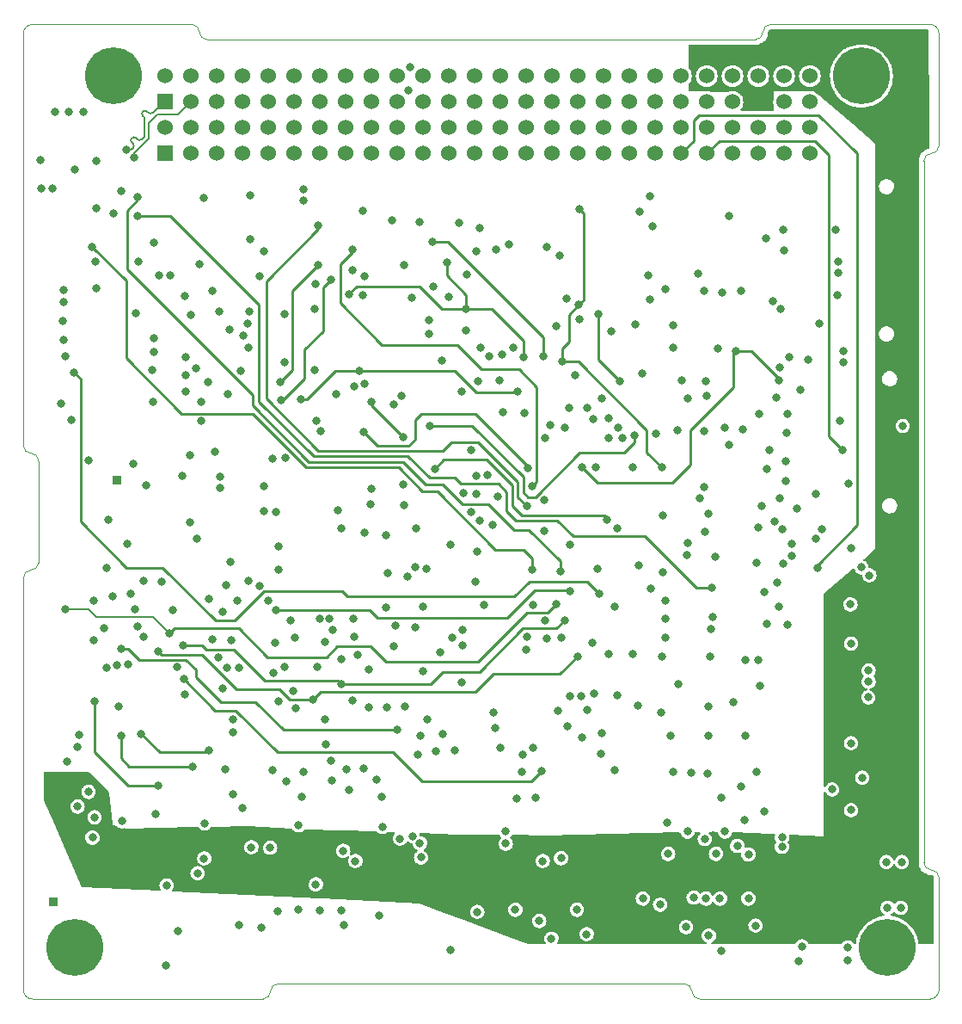
<source format=gbr>
%TF.GenerationSoftware,KiCad,Pcbnew,6.0.7-f9a2dced07~116~ubuntu20.04.1*%
%TF.CreationDate,2022-10-11T04:26:53+03:00*%
%TF.ProjectId,obc-adcs-board,6f62632d-6164-4637-932d-626f6172642e,rev?*%
%TF.SameCoordinates,PX3e2df80PY83e4a60*%
%TF.FileFunction,Copper,L6,Inr*%
%TF.FilePolarity,Positive*%
%FSLAX46Y46*%
G04 Gerber Fmt 4.6, Leading zero omitted, Abs format (unit mm)*
G04 Created by KiCad (PCBNEW 6.0.7-f9a2dced07~116~ubuntu20.04.1) date 2022-10-11 04:26:53*
%MOMM*%
%LPD*%
G01*
G04 APERTURE LIST*
%TA.AperFunction,Profile*%
%ADD10C,0.100000*%
%TD*%
%TA.AperFunction,ComponentPad*%
%ADD11C,5.600000*%
%TD*%
%TA.AperFunction,ComponentPad*%
%ADD12R,0.850000X0.850000*%
%TD*%
%TA.AperFunction,ComponentPad*%
%ADD13R,1.530000X1.530000*%
%TD*%
%TA.AperFunction,ComponentPad*%
%ADD14C,1.530000*%
%TD*%
%TA.AperFunction,ViaPad*%
%ADD15C,0.800000*%
%TD*%
%TA.AperFunction,Conductor*%
%ADD16C,0.250000*%
%TD*%
%TA.AperFunction,Conductor*%
%ADD17C,0.200000*%
%TD*%
%TA.AperFunction,Conductor*%
%ADD18C,0.150000*%
%TD*%
G04 APERTURE END LIST*
D10*
X1600000Y43065000D02*
X1600000Y53065000D01*
X66685000Y120000D02*
X89370000Y120000D01*
X850000Y42315000D02*
G75*
G03*
X100000Y41565000I0J-750000D01*
G01*
X65935000Y870000D02*
G75*
G03*
X65185000Y1620000I-750000J0D01*
G01*
X72185000Y94510000D02*
G75*
G03*
X72935000Y95260000I0J750000D01*
G01*
X90270000Y12065000D02*
X90270000Y1020000D01*
X850000Y42315000D02*
G75*
G03*
X1600000Y43065000I0J750000D01*
G01*
X25185000Y1620000D02*
G75*
G03*
X24435000Y870000I0J-750000D01*
G01*
X18185000Y94510000D02*
X72185000Y94510000D01*
X100000Y41565000D02*
X100000Y1010000D01*
X73685000Y96010000D02*
G75*
G03*
X72935000Y95260000I0J-750000D01*
G01*
X1000000Y96010000D02*
G75*
G03*
X100000Y95110000I0J-900000D01*
G01*
X100000Y1010000D02*
G75*
G03*
X1000000Y110000I900000J0D01*
G01*
X88770000Y13565000D02*
X88770000Y82565000D01*
X90270000Y12065000D02*
G75*
G03*
X89520000Y12815000I-750000J0D01*
G01*
X89520000Y83315000D02*
G75*
G03*
X88770000Y82565000I0J-750000D01*
G01*
X88770000Y13565000D02*
G75*
G03*
X89520000Y12815000I750000J0D01*
G01*
X25185000Y1620000D02*
X65185000Y1620000D01*
X73685000Y96010000D02*
X89370000Y96010000D01*
X89520000Y83315000D02*
G75*
G03*
X90270000Y84065000I0J750000D01*
G01*
X89370000Y120000D02*
G75*
G03*
X90270000Y1020000I0J900000D01*
G01*
X1600000Y53065000D02*
G75*
G03*
X850000Y53815000I-750000J0D01*
G01*
X23685000Y120000D02*
G75*
G03*
X24435000Y870000I0J750000D01*
G01*
X90270000Y95110000D02*
G75*
G03*
X89370000Y96010000I-900000J0D01*
G01*
X17435000Y95260000D02*
G75*
G03*
X18185000Y94510000I750000J0D01*
G01*
X100000Y54565000D02*
G75*
G03*
X850000Y53815000I750000J0D01*
G01*
X1000000Y96010000D02*
X16685000Y96010000D01*
X90270000Y95110000D02*
X90270000Y84065000D01*
X100000Y95110000D02*
X100000Y54565000D01*
X17435000Y95260000D02*
G75*
G03*
X16685000Y96010000I-750000J0D01*
G01*
X23685000Y120000D02*
X1000000Y110000D01*
X65935000Y870000D02*
G75*
G03*
X66685000Y120000I750000J0D01*
G01*
D11*
%TO.N,unconnected-(H4-Pad1)*%
%TO.C,H2*%
X82630000Y90930000D03*
%TD*%
%TO.N,unconnected-(H1-Pad1)*%
%TO.C,H3*%
X5180000Y5190000D03*
%TD*%
%TO.N,AC_GND_2*%
%TO.C,H4*%
X85170000Y5210000D03*
%TD*%
%TO.N,AC_GND_1*%
%TO.C,H1*%
X8990000Y90930000D03*
%TD*%
D12*
%TO.N,/OBC module/3V3_PROT*%
%TO.C,J10*%
X3000000Y9700000D03*
%TD*%
D13*
%TO.N,CAN1-*%
%TO.C,J1*%
X14048000Y83309000D03*
D14*
%TO.N,unconnected-(J1-Pad02)*%
X14048000Y85849000D03*
%TO.N,CAN1+*%
X16588000Y83309000D03*
%TO.N,unconnected-(J1-Pad04)*%
X16588000Y85849000D03*
%TO.N,unconnected-(J1-Pad05)*%
X19128000Y83309000D03*
%TO.N,unconnected-(J1-Pad06)*%
X19128000Y85849000D03*
%TO.N,unconnected-(J1-Pad07)*%
X21668000Y83309000D03*
%TO.N,unconnected-(J1-Pad08)*%
X21668000Y85849000D03*
%TO.N,unconnected-(J1-Pad09)*%
X24208000Y83309000D03*
%TO.N,unconnected-(J1-Pad10)*%
X24208000Y85849000D03*
%TO.N,unconnected-(J1-Pad11)*%
X26748000Y83309000D03*
%TO.N,unconnected-(J1-Pad12)*%
X26748000Y85849000D03*
%TO.N,unconnected-(J1-Pad13)*%
X29288000Y83309000D03*
%TO.N,unconnected-(J1-Pad14)*%
X29288000Y85849000D03*
%TO.N,unconnected-(J1-Pad15)*%
X31828000Y83309000D03*
%TO.N,unconnected-(J1-Pad16)*%
X31828000Y85849000D03*
%TO.N,unconnected-(J1-Pad17)*%
X34368000Y83309000D03*
%TO.N,unconnected-(J1-Pad18)*%
X34368000Y85849000D03*
%TO.N,unconnected-(J1-Pad19)*%
X36908000Y83309000D03*
%TO.N,unconnected-(J1-Pad20)*%
X36908000Y85849000D03*
%TO.N,unconnected-(J1-Pad21)*%
X39448000Y83309000D03*
%TO.N,unconnected-(J1-Pad22)*%
X39448000Y85849000D03*
%TO.N,unconnected-(J1-Pad23)*%
X41988000Y83309000D03*
%TO.N,unconnected-(J1-Pad24)*%
X41988000Y85849000D03*
%TO.N,unconnected-(J1-Pad25)*%
X44528000Y83309000D03*
%TO.N,unconnected-(J1-Pad26)*%
X44528000Y85849000D03*
%TO.N,unconnected-(J1-Pad27)*%
X47068000Y83309000D03*
%TO.N,unconnected-(J1-Pad28)*%
X47068000Y85849000D03*
%TO.N,unconnected-(J1-Pad29)*%
X49608000Y83309000D03*
%TO.N,unconnected-(J1-Pad30)*%
X49608000Y85849000D03*
%TO.N,unconnected-(J1-Pad31)*%
X52148000Y83309000D03*
%TO.N,unconnected-(J1-Pad32)*%
X52148000Y85849000D03*
%TO.N,unconnected-(J1-Pad33)*%
X54688000Y83309000D03*
%TO.N,unconnected-(J1-Pad34)*%
X54688000Y85849000D03*
%TO.N,unconnected-(J1-Pad35)*%
X57228000Y83309000D03*
%TO.N,unconnected-(J1-Pad36)*%
X57228000Y85849000D03*
%TO.N,unconnected-(J1-Pad37)*%
X59768000Y83309000D03*
%TO.N,unconnected-(J1-Pad38)*%
X59768000Y85849000D03*
%TO.N,unconnected-(J1-Pad39)*%
X62308000Y83309000D03*
%TO.N,unconnected-(J1-Pad40)*%
X62308000Y85849000D03*
%TO.N,/I2C_MTQ_SDA*%
X64848000Y83309000D03*
%TO.N,unconnected-(J1-Pad42)*%
X64848000Y85849000D03*
%TO.N,/I2C_MTQ_SCK*%
X67388000Y83309000D03*
%TO.N,unconnected-(J1-Pad44)*%
X67388000Y85849000D03*
%TO.N,GND*%
X69928000Y83309000D03*
X69928000Y85849000D03*
%TO.N,/EPS_3V3_ADCS*%
X72468000Y83309000D03*
%TO.N,/EPS_3V3_SU*%
X72468000Y85849000D03*
%TO.N,/EPS_3V3_OBC*%
X75008000Y83309000D03*
%TO.N,/EPS_3V3_RW*%
X75008000Y85849000D03*
%TO.N,unconnected-(J1-Pad51)*%
X77548000Y83309000D03*
%TO.N,/EPS_5V_SU*%
X77548000Y85849000D03*
%TD*%
D13*
%TO.N,CAN2-*%
%TO.C,J2*%
X14048000Y88389000D03*
D14*
%TO.N,unconnected-(J5-Pad02)*%
X14048000Y90929000D03*
%TO.N,CAN2+*%
X16588000Y88389000D03*
%TO.N,unconnected-(J5-Pad04)*%
X16588000Y90929000D03*
%TO.N,unconnected-(J5-Pad05)*%
X19128000Y88389000D03*
%TO.N,unconnected-(J5-Pad06)*%
X19128000Y90929000D03*
%TO.N,unconnected-(J5-Pad07)*%
X21668000Y88389000D03*
%TO.N,unconnected-(J5-Pad08)*%
X21668000Y90929000D03*
%TO.N,unconnected-(J5-Pad09)*%
X24208000Y88389000D03*
%TO.N,unconnected-(J5-Pad10)*%
X24208000Y90929000D03*
%TO.N,unconnected-(J5-Pad11)*%
X26748000Y88389000D03*
%TO.N,unconnected-(J5-Pad12)*%
X26748000Y90929000D03*
%TO.N,unconnected-(J5-Pad13)*%
X29288000Y88389000D03*
%TO.N,unconnected-(J5-Pad14)*%
X29288000Y90929000D03*
%TO.N,unconnected-(J5-Pad15)*%
X31828000Y88389000D03*
%TO.N,unconnected-(J5-Pad16)*%
X31828000Y90929000D03*
%TO.N,/OBC_UART_TX*%
X34368000Y88389000D03*
%TO.N,/OBC_UART_RX*%
X34368000Y90929000D03*
%TO.N,/ADCS_UART_TX*%
X36908000Y88389000D03*
%TO.N,/ADCS_UART_RX*%
X36908000Y90929000D03*
%TO.N,unconnected-(J5-Pad21)*%
X39448000Y88389000D03*
%TO.N,unconnected-(J5-Pad22)*%
X39448000Y90929000D03*
%TO.N,unconnected-(J5-Pad23)*%
X41988000Y88389000D03*
%TO.N,unconnected-(J5-Pad24)*%
X41988000Y90929000D03*
%TO.N,unconnected-(J5-Pad25)*%
X44528000Y88389000D03*
%TO.N,unconnected-(J5-Pad26)*%
X44528000Y90929000D03*
%TO.N,unconnected-(J5-Pad27)*%
X47068000Y88389000D03*
%TO.N,unconnected-(J5-Pad28)*%
X47068000Y90929000D03*
%TO.N,GND*%
X49608000Y88389000D03*
X49608000Y90929000D03*
X52148000Y88389000D03*
X52148000Y90929000D03*
%TO.N,unconnected-(J5-Pad33)*%
X54688000Y88389000D03*
%TO.N,unconnected-(J5-Pad34)*%
X54688000Y90929000D03*
%TO.N,unconnected-(J5-Pad35)*%
X57228000Y88389000D03*
%TO.N,unconnected-(J5-Pad36)*%
X57228000Y90929000D03*
%TO.N,unconnected-(J5-Pad37)*%
X59768000Y88389000D03*
%TO.N,unconnected-(J5-Pad38)*%
X59768000Y90929000D03*
%TO.N,unconnected-(J5-Pad39)*%
X62308000Y88389000D03*
%TO.N,unconnected-(J5-Pad40)*%
X62308000Y90929000D03*
%TO.N,unconnected-(J5-Pad41)*%
X64848000Y88389000D03*
%TO.N,unconnected-(J5-Pad42)*%
X64848000Y90929000D03*
%TO.N,unconnected-(J5-Pad43)*%
X67388000Y88389000D03*
%TO.N,unconnected-(J5-Pad44)*%
X67388000Y90929000D03*
%TO.N,unconnected-(J5-Pad45)*%
X69928000Y88389000D03*
%TO.N,unconnected-(J5-Pad46)*%
X69928000Y90929000D03*
%TO.N,/EPS_5V_PANELS*%
X72468000Y88389000D03*
%TO.N,/EPS_5V_ADM*%
X72468000Y90929000D03*
%TO.N,/EPS_12V_SU*%
X75008000Y88389000D03*
%TO.N,unconnected-(J5-Pad50)*%
X75008000Y90929000D03*
%TO.N,/EPS_5V_ADM*%
X77548000Y88389000D03*
%TO.N,unconnected-(J5-Pad52)*%
X77548000Y90929000D03*
%TD*%
D12*
%TO.N,/ADCS_VDD*%
%TO.C,J18*%
X9300000Y51200000D03*
%TD*%
D15*
%TO.N,/OBC module/3V3_LCLPROT_NAND*%
X19450000Y51500000D03*
X47298620Y57825500D03*
%TO.N,GND*%
X81600000Y18700000D03*
X47600000Y16600000D03*
X25200000Y42400000D03*
X33550000Y69400000D03*
X23800000Y48100000D03*
X35150000Y8300000D03*
X10300000Y44900000D03*
X43411765Y49939356D03*
X15273056Y32773056D03*
X74800000Y16000000D03*
X48300000Y64200000D03*
X72600000Y30900000D03*
X75000000Y73800000D03*
X74950000Y75800000D03*
X11450000Y72650000D03*
X74100000Y47100000D03*
X55000000Y29900000D03*
X22300000Y41300000D03*
X33550000Y77700000D03*
X67800000Y36500000D03*
X64100000Y66400000D03*
X44800000Y44125500D03*
X67300000Y60900000D03*
X28800000Y68000000D03*
X11100000Y38500000D03*
X32650000Y60400000D03*
X81600000Y44500000D03*
X76775000Y5300000D03*
X49400000Y57800000D03*
X5200000Y81700000D03*
X65350000Y7200000D03*
X43366241Y34898540D03*
X21740000Y65430000D03*
X50254992Y38855008D03*
X75775500Y43700000D03*
X83300000Y29800000D03*
X8500000Y47300000D03*
X68000000Y37700000D03*
X81600000Y25300000D03*
X30600000Y36400000D03*
X38674500Y42600000D03*
X58700000Y56350000D03*
X6500000Y53100000D03*
X58600000Y46400000D03*
X15975980Y30075517D03*
X70750000Y69800000D03*
X46000000Y63400000D03*
X61000000Y61700000D03*
X67550000Y47900000D03*
X67687701Y33787701D03*
X28920000Y56990000D03*
X7200000Y72700000D03*
X76475000Y3800000D03*
X12950000Y65100000D03*
X59050000Y55300000D03*
X47900000Y74400000D03*
X51390000Y49199989D03*
X54600000Y8900000D03*
X29775500Y35249989D03*
X21350000Y7400000D03*
X40000000Y66900000D03*
X4100000Y65000000D03*
X16074000Y63300000D03*
X53900000Y29900000D03*
X17600000Y57000000D03*
X4100000Y68700000D03*
X24200000Y39275500D03*
X48550000Y8900000D03*
X38800000Y46400000D03*
X56250000Y57150000D03*
X29250000Y37550000D03*
X44800000Y8700000D03*
X34400000Y50350000D03*
X11300000Y36800000D03*
X48700000Y19826944D03*
X33723056Y60676944D03*
X44710000Y51560000D03*
X46650000Y73900000D03*
X38150000Y91850000D03*
X44200000Y54100000D03*
X17250000Y12500000D03*
X47100000Y24800000D03*
X66100000Y10100000D03*
X69600000Y54649500D03*
X45449500Y38925500D03*
X25000000Y48000000D03*
X41300000Y62950000D03*
X6500000Y20500000D03*
X10400000Y33050000D03*
X25800000Y67470000D03*
X33675500Y46000000D03*
X53400000Y56350000D03*
X73200000Y75000000D03*
X28900000Y70499500D03*
X6900000Y16000000D03*
X9300000Y32950000D03*
X8300000Y32700000D03*
X21700000Y18900000D03*
X62387701Y55712299D03*
X81324500Y50800000D03*
X53100000Y35700000D03*
X38000000Y89500000D03*
X80124500Y75800000D03*
X25800000Y62800000D03*
X55571636Y6503924D03*
X66500000Y71500000D03*
X39100000Y76600000D03*
X49250000Y24174500D03*
X35850000Y45750000D03*
X19500000Y50400000D03*
X64600000Y31100000D03*
X30250000Y37500000D03*
X64100000Y64200000D03*
X67100000Y56000000D03*
X23800000Y50600000D03*
X72500000Y33438030D03*
X49700000Y35800000D03*
X37600008Y72300000D03*
X80550000Y57000000D03*
X69600000Y77200000D03*
X44230000Y48000000D03*
X38400000Y16150000D03*
X24600000Y22600000D03*
X5540500Y26100000D03*
X31700000Y7400000D03*
X8300000Y42500000D03*
X40000000Y65589500D03*
X65500000Y44950000D03*
X18675500Y69800000D03*
X51500000Y37400000D03*
X15300000Y6800000D03*
X37300000Y59500000D03*
X86600000Y13600000D03*
X22150000Y66575000D03*
X63800000Y26000000D03*
X78100000Y45400000D03*
X15750000Y51550000D03*
X20700000Y27600000D03*
X60700000Y42800000D03*
X74800000Y15100000D03*
X27500000Y20000000D03*
X20150000Y32700000D03*
X19300000Y33750000D03*
X23400000Y71200000D03*
X1800000Y82700000D03*
X25875431Y53399971D03*
X45000000Y47200000D03*
X16100000Y61500000D03*
X67400000Y59500000D03*
X31600000Y14700000D03*
X7000000Y35400000D03*
X85100000Y13600000D03*
X52950000Y73250000D03*
X43373809Y36404080D03*
X53600000Y69025500D03*
X72200000Y7350000D03*
X75550000Y63250000D03*
X74600000Y49400000D03*
X16500000Y47000000D03*
X40500000Y70200000D03*
X39150000Y15450000D03*
X24700000Y32224500D03*
X22375500Y67800000D03*
X56503904Y52400000D03*
X11190000Y67560000D03*
X42000000Y69200000D03*
X8000000Y36600000D03*
X51450000Y55350000D03*
X52600000Y66300000D03*
X46350000Y28324500D03*
X66750000Y49350000D03*
X74550000Y62250000D03*
X16100000Y59900000D03*
X13100000Y18300000D03*
X73050000Y40200000D03*
X63050000Y47675500D03*
X36702141Y36857492D03*
X54900000Y67000000D03*
X73303571Y37000000D03*
X74850000Y46350000D03*
X44700000Y73700000D03*
X68200000Y43600000D03*
X64900000Y61000000D03*
X33700000Y71249511D03*
X60598056Y29001944D03*
%TO.N,/ADCS_VDD*%
X11900000Y41300000D03*
X64500000Y56100000D03*
X7300000Y77900000D03*
X44710000Y49800000D03*
X67100000Y69800000D03*
X60400000Y66500000D03*
X52000000Y56550000D03*
X69150000Y56300000D03*
X58300000Y22600000D03*
X68900000Y69600000D03*
X75775500Y44900000D03*
X44600000Y41200000D03*
X70950000Y56200000D03*
X4200000Y63400000D03*
X73300000Y52300000D03*
X36550000Y58600000D03*
X76300000Y48400000D03*
X74350000Y41100000D03*
X74500000Y38700000D03*
X31100000Y48200000D03*
X75350000Y36950000D03*
X23800000Y73700000D03*
X70000000Y29300000D03*
X65500000Y59200000D03*
X57100000Y59200000D03*
X55600000Y58250000D03*
X7240000Y70070000D03*
X77400000Y63000000D03*
X53800000Y58300000D03*
X24600000Y53300000D03*
X46600000Y26800000D03*
X61800000Y68974500D03*
X61600000Y71300000D03*
X56300000Y30200000D03*
X71500000Y10000000D03*
X63300000Y70000000D03*
X36400000Y76700000D03*
X12862299Y58862299D03*
X72800000Y48600000D03*
%TO.N,/OBC module/3V3_LCLPROT_MRAM*%
X67600000Y26000000D03*
X67600000Y28900000D03*
X62950000Y33800000D03*
%TO.N,/ADCS module/Microcontroller/MCU_VDDCORE*%
X62900000Y28300000D03*
X71200000Y33500000D03*
X45803305Y51672096D03*
X46280000Y46754500D03*
X53650000Y26975500D03*
X57700000Y55300000D03*
X72500000Y46500000D03*
X43300000Y31300000D03*
%TO.N,/OBC module/3V3_PROT*%
X57750000Y57250000D03*
X47600000Y15400000D03*
X72300000Y43000000D03*
X20700000Y26400000D03*
X17600000Y58900000D03*
X67300000Y10000000D03*
X49600000Y34500000D03*
X63100000Y42100000D03*
X9800000Y17600000D03*
X61100000Y10000000D03*
X23336186Y40776577D03*
X12950000Y63750000D03*
X19700000Y30700000D03*
X68496928Y64136036D03*
X20199500Y59600000D03*
X63300000Y39300000D03*
X51400000Y46200000D03*
X28800000Y62000000D03*
X56600000Y42450000D03*
X38350000Y69100000D03*
X60800000Y77600000D03*
X7000000Y39300000D03*
X24400000Y15000000D03*
X46800000Y49599500D03*
X18250000Y60800000D03*
X14200000Y11300000D03*
X67200000Y46050000D03*
X54400000Y61500000D03*
X20000000Y22700000D03*
X73600000Y54100000D03*
X18700000Y35500000D03*
X21537701Y61937701D03*
X20550000Y35430000D03*
X51650000Y74100000D03*
X45000000Y76000000D03*
X22300000Y64225000D03*
X45100000Y64200000D03*
X7100000Y18000000D03*
X74222701Y59300000D03*
X49200000Y22500000D03*
X39800000Y42449000D03*
X43000000Y76500000D03*
X32500000Y71800000D03*
X60100000Y52400000D03*
X67150000Y50450000D03*
X62050000Y76150000D03*
X63350000Y35650000D03*
X30900000Y59600000D03*
X50300000Y24850000D03*
X61800000Y79150000D03*
X37200000Y15900000D03*
%TO.N,/OBC module/MCU_VDDCORE*%
X36000000Y42000000D03*
X51600000Y35600000D03*
X39250000Y14050000D03*
X32800000Y13700000D03*
X20700000Y20300000D03*
X50500000Y19900000D03*
X21350000Y32700000D03*
%TO.N,ADM_PD*%
X76600000Y60100000D03*
X29400000Y56000000D03*
%TO.N,/ADCS module/MAG_FUSE*%
X11900000Y35800000D03*
X9500000Y28900000D03*
%TO.N,/EPS_3V3_OBC*%
X4100000Y69900000D03*
%TO.N,/EPS_3V3_ADCS*%
X4000000Y66800000D03*
%TO.N,/EPS_3V3_RW*%
X86700000Y56500000D03*
%TO.N,/OBC module/MEM_NAND_ENABLE_1*%
X25187701Y44687701D03*
X19000000Y54000000D03*
%TO.N,/OBC module/MEM_NAND_ENABLE_2*%
X16500000Y53650000D03*
X20450000Y43100000D03*
%TO.N,/OBC module/MEM_NAND_WR_PROTECT*%
X17200000Y45400000D03*
X26450000Y37400000D03*
%TO.N,/OBC module/MEM_D0*%
X38900000Y24150000D03*
X37700000Y28900000D03*
X63500000Y17500000D03*
%TO.N,/OBC module/MEM_D1*%
X65500000Y16600000D03*
X35900000Y28800000D03*
%TO.N,/OBC module/MEM_D2*%
X34100000Y28800000D03*
X67200000Y15850000D03*
%TO.N,/OBC module/MEM_D3*%
X32500000Y29500000D03*
X68300000Y14400000D03*
%TO.N,/OBC module/MEM_D4*%
X58600000Y30000000D03*
X38700000Y36700000D03*
%TO.N,/OBC module/MEM_D5*%
X37550000Y48700000D03*
X31375500Y33550000D03*
X31400000Y46400000D03*
X67500000Y22300000D03*
%TO.N,/OBC module/MEM_D6*%
X34250000Y48800000D03*
X37500000Y50750000D03*
X65831600Y22356199D03*
X32700000Y35800000D03*
%TO.N,/OBC module/MEM_D7*%
X64100000Y22500000D03*
X33009668Y33940332D03*
%TO.N,/OBC module/LCL_MRAM_SET*%
X61900000Y40500000D03*
X57100000Y26250000D03*
%TO.N,/OBC module/LCL_MRAM_RST*%
X63300000Y37500000D03*
X56950000Y24250000D03*
%TO.N,/OBC module/LCL_CAN_1_SET*%
X47004429Y60955706D03*
X43800000Y71400000D03*
%TO.N,/OBC module/LCL_CAN_1_RST*%
X43250000Y59925000D03*
X43700000Y65900000D03*
%TO.N,/OBC module/LCL_CAN1_OP-AMP_OUT*%
X58000000Y65800000D03*
X72550000Y57650000D03*
%TO.N,/I2C_MTQ_SDA*%
X78274500Y42500000D03*
X65400000Y43800000D03*
X37950000Y41724500D03*
%TO.N,/I2C_MTQ_SCK*%
X53900000Y40275500D03*
X24970104Y38375431D03*
X80800000Y54100000D03*
%TO.N,/OBC module/Connectors/SU_SWCLK*%
X80300000Y69350000D03*
X81549312Y38950688D03*
%TO.N,/OBC module/Connectors/SU_SWDIO*%
X81600000Y35100000D03*
X78450000Y66550000D03*
%TO.N,/ADCS_SWDIO*%
X10900000Y52800000D03*
X78729735Y46347576D03*
X14100000Y3400000D03*
%TO.N,/OBC_UART_TX*%
X3800000Y58700000D03*
X26850000Y35650000D03*
%TO.N,/OBC_UART_RX*%
X18400000Y39500000D03*
X4786638Y57093772D03*
%TO.N,/ADCS_UART_TX*%
X16600000Y67400000D03*
%TO.N,/ADCS_UART_RX*%
X16000000Y69300000D03*
%TO.N,/ADCS_SWCLK*%
X12200000Y50700000D03*
X74900000Y42950000D03*
X42200000Y4900000D03*
%TO.N,/ADCS_RESET*%
X5050000Y61750000D03*
X56800000Y40000000D03*
%TO.N,/EPS_5V_PANELS*%
X6510000Y21630000D03*
X71000000Y7300000D03*
X81600000Y24110000D03*
X54260000Y6670000D03*
%TO.N,/OBC module/MCU_SWCLK*%
X26700000Y30450000D03*
X10675000Y40000000D03*
%TO.N,/OBC module/MCU_SWDIO*%
X24900000Y35200000D03*
X13700000Y41200000D03*
%TO.N,/OBC module/ADM_DEPLOY_1*%
X75200000Y51100000D03*
X39450000Y38750000D03*
%TO.N,/OBC module/ADM_DEPLOY_2*%
X53900000Y44800000D03*
X75200000Y53000000D03*
%TO.N,/OBC module/ADM_DEPLOY_3*%
X56100000Y35200000D03*
X58300000Y38700000D03*
X41100000Y34200000D03*
X78100000Y49800000D03*
%TO.N,/OBC module/ADM_ENABLE_1*%
X42200000Y44800000D03*
X75350000Y57650000D03*
%TO.N,/OBC module/ADM_ENABLE_2*%
X75300000Y55850000D03*
X35800000Y38600000D03*
%TO.N,/OBC module/I2C_SDA_PANELS*%
X67600000Y6350000D03*
X5440000Y19060000D03*
X5440000Y24880000D03*
X79750000Y20740000D03*
X50900000Y7800000D03*
X25200000Y29400000D03*
%TO.N,/OBC module/I2C_SCK_PANELS*%
X8850000Y39750000D03*
X82700000Y21900000D03*
X52100000Y6050000D03*
X4410000Y23520000D03*
X68800000Y4850000D03*
X19700000Y38200000D03*
%TO.N,/OBC module/MCU_TRACECLK*%
X27200000Y17200000D03*
X23500000Y7100000D03*
%TO.N,/OBC module/MCU_TRACED_3*%
X26000000Y21500000D03*
X25126944Y8773056D03*
%TO.N,/OBC module/MCU_TRACED_2*%
X27200000Y8900000D03*
X27700000Y22500000D03*
%TO.N,/OBC module/MCU_TRACED_1*%
X29300000Y8800000D03*
X30500000Y21600000D03*
%TO.N,/OBC module/MCU_TRACED_0*%
X32200000Y20700000D03*
X31400000Y8800000D03*
%TO.N,/OBC module/MEM_MRAM_ENABLE*%
X62800000Y9400000D03*
X31900000Y22700000D03*
%TO.N,/OBC module/MEM_MRAM_WR_ENABLE*%
X33600000Y22800000D03*
X68700000Y10000000D03*
%TO.N,/ADCS module/Magnetometer/XINP*%
X7100000Y29400000D03*
X13400000Y21100000D03*
%TO.N,/ADCS module/Magnetometer/YINP*%
X18400000Y24600000D03*
X11700000Y26200000D03*
%TO.N,/ADCS module/Magnetometer/YINN*%
X16800000Y23000000D03*
X9700000Y26000000D03*
%TO.N,/ADCS module/I2C_SDA_SENS*%
X70250000Y63900000D03*
X74500000Y60950000D03*
X55150000Y52400000D03*
%TO.N,/ADCS module/MAG_CS*%
X15900000Y31600000D03*
X51100000Y22550000D03*
%TO.N,/ADCS module/GYR_MISO*%
X32200000Y69450000D03*
X49350000Y63250000D03*
X43700000Y68000000D03*
X30400000Y70900000D03*
X25450000Y59010000D03*
X41800000Y72600000D03*
%TO.N,/ADCS module/GYR_CS3*%
X57600000Y47300000D03*
X37500000Y55400000D03*
X40600000Y52300000D03*
X34400000Y58900000D03*
%TO.N,/ADCS module/GYR_CS2*%
X56700000Y67500000D03*
X58800000Y60900000D03*
%TO.N,/ADCS module/GYR_CS1*%
X60300000Y55600000D03*
X40100000Y56500000D03*
%TO.N,/OBC module/I2C_SDA_SENS*%
X17950000Y17400000D03*
X22550000Y15050000D03*
X17900000Y13950000D03*
%TO.N,/OBC module/LCL_PWM_CAN1*%
X44900000Y60900000D03*
X47200000Y63500000D03*
%TO.N,/OBC module/LCL_PWM_MRAM*%
X55150000Y25850000D03*
X60087299Y34087299D03*
%TO.N,/OBC module/LCL_PWM_NAND*%
X57700000Y34100000D03*
X55600000Y28600000D03*
%TO.N,/ADCS module/MAG_DRDY*%
X9700000Y34600000D03*
X36900000Y26600000D03*
%TO.N,/ADCS module/GYR_MOSI*%
X27400000Y59100000D03*
X54900000Y77800000D03*
X33200000Y61900000D03*
X53150000Y62850000D03*
X54800000Y68400000D03*
X48800000Y59900000D03*
X62950000Y52400000D03*
%TO.N,/ADCS module/GYR_SPCK*%
X29150000Y72350000D03*
X40400000Y74600000D03*
X51300000Y63400000D03*
X25400000Y60800000D03*
%TO.N,/ADCS module/MAG_SPCK*%
X28634668Y29565332D03*
X13386732Y34315109D03*
X54650000Y33850000D03*
%TO.N,/ADCS module/MAG_MOSI*%
X15800000Y34900000D03*
X53400000Y37400000D03*
X31400000Y31100000D03*
%TO.N,/ADCS module/MAG_MISO*%
X4252345Y38500000D03*
X14500000Y36100000D03*
X52600000Y39000000D03*
%TO.N,/OBC module/MEM_A20*%
X32550000Y37550000D03*
X28900000Y11400000D03*
%TO.N,/OBC module/MEM_A5*%
X35450000Y17050000D03*
X69200000Y16600000D03*
%TO.N,/OBC module/MEM_A6*%
X35400000Y20000000D03*
X70400000Y15200000D03*
%TO.N,/OBC module/MEM_A7*%
X34900000Y21700000D03*
X71500000Y14350000D03*
%TO.N,/OBC module/MEM_A8*%
X40750000Y24500000D03*
X71100000Y17700000D03*
%TO.N,/OBC module/MEM_A9*%
X73100000Y18600000D03*
X42550000Y24600000D03*
%TO.N,/OBC module/MEM_A10*%
X71200000Y26000000D03*
X34100000Y32500000D03*
%TO.N,/OBC module/MEM_A11*%
X72300000Y22500000D03*
X39887877Y27669050D03*
%TO.N,/OBC module/MEM_A12*%
X39200000Y26050000D03*
X70800000Y21000000D03*
%TO.N,/OBC module/MEM_A13*%
X68800000Y19900000D03*
X41400000Y26150000D03*
%TO.N,/OBC module/MEM_MRAM_OUT_ENABLE*%
X63600000Y14400000D03*
X29800000Y27650000D03*
%TO.N,/OBC module/MEM_A17*%
X53040000Y13980000D03*
X30350000Y23550000D03*
%TO.N,/OBC module/MEM_A18*%
X29900000Y25200000D03*
X51250000Y13700000D03*
%TO.N,/OBC module/MEM_A19*%
X52720273Y28469773D03*
X36600000Y34800000D03*
%TO.N,/ADCS module/CAN_TX_1*%
X49700000Y48600000D03*
X29150000Y76250000D03*
%TO.N,/ADCS module/CAN_RX_1*%
X50172201Y50544249D03*
X32500000Y73900000D03*
%TO.N,/ADCS module/CAN_TX_2*%
X67900000Y40600000D03*
X11300000Y77175500D03*
%TO.N,/ADCS module/CAN_RX_2*%
X6875394Y74124606D03*
X50200000Y42350000D03*
%TO.N,/ADCS module/CAN_FAULT_2*%
X33600000Y55900000D03*
X49800011Y52350000D03*
%TO.N,/ADCS module/CAN_SILENT_2*%
X53000000Y42200000D03*
X11370000Y79060000D03*
%TO.N,/OBC module/CAN_RX_2*%
X29000000Y32800000D03*
X12910498Y74524500D03*
%TO.N,/OBC module/CAN_FAULT_2*%
X20100000Y40850000D03*
X9700000Y79600000D03*
%TO.N,/OBC module/CAN_TX_1*%
X17400000Y72400000D03*
X39420000Y32380000D03*
%TO.N,/OBC module/CAN_RX_1*%
X42300000Y35700000D03*
X22400000Y74900000D03*
%TO.N,/OBC module/CAN_SILENT_1*%
X17900000Y78900000D03*
X19400000Y67800000D03*
%TO.N,/OBC module/CAN_FAULT_1*%
X22400000Y79200000D03*
X20400000Y66000000D03*
%TO.N,/OBC module/CAN_TX_2*%
X9000000Y77400000D03*
X26900000Y28700000D03*
%TO.N,/OBC module/CAN_SILENT_2*%
X7300000Y82600000D03*
X21200000Y39350000D03*
%TO.N,CAN1-*%
X73875055Y68797621D03*
X83405280Y41811091D03*
X13450000Y71304998D03*
X80849000Y63900000D03*
X27700000Y79750500D03*
%TO.N,CAN1+*%
X27700000Y78650500D03*
X80849000Y62800000D03*
X74652873Y68019803D03*
X14550000Y71304998D03*
X82627462Y42588909D03*
%TO.N,CAN2-*%
X2950000Y79900000D03*
X80325998Y71600000D03*
X10211091Y83658909D03*
X83337163Y32450000D03*
%TO.N,CAN2+*%
X1850000Y79900000D03*
X10988909Y82881091D03*
X83337163Y31350000D03*
X80325998Y72700000D03*
%TO.N,/OBC module/NRST_OBC*%
X25800000Y32800000D03*
X17100000Y62200000D03*
X12800000Y62000000D03*
X14800000Y38400000D03*
%TO.N,AC_GND_1*%
X4600000Y87400000D03*
X3200000Y87400000D03*
X6000000Y87400000D03*
%TO.N,AC_GND_2*%
X85200000Y9100000D03*
X81275000Y5200000D03*
X86500000Y9100000D03*
X81275000Y3900000D03*
%TD*%
D16*
%TO.N,/I2C_MTQ_SDA*%
X78400000Y87100000D02*
X66600000Y87100000D01*
X82200000Y46750000D02*
X82200000Y83300000D01*
X66100000Y86600000D02*
X66100000Y84561000D01*
X66600000Y87100000D02*
X66100000Y86600000D01*
X82200000Y83300000D02*
X78400000Y87100000D01*
X78274500Y42500000D02*
X78274500Y42824500D01*
X66100000Y84561000D02*
X64848000Y83309000D01*
X78274500Y42824500D02*
X82200000Y46750000D01*
%TO.N,/I2C_MTQ_SCK*%
X53875500Y40300000D02*
X50430000Y40300000D01*
X34174569Y38375431D02*
X24970104Y38375431D01*
X50430000Y40300000D02*
X47730000Y37600000D01*
X79400000Y83200000D02*
X79400000Y55500000D01*
X78050000Y84550000D02*
X79400000Y83200000D01*
X68629000Y84550000D02*
X78050000Y84550000D01*
X79400000Y55500000D02*
X80800000Y54100000D01*
X47730000Y37600000D02*
X34950000Y37600000D01*
X34950000Y37600000D02*
X34174569Y38375431D01*
X53900000Y40275500D02*
X53875500Y40300000D01*
X67388000Y83309000D02*
X68629000Y84550000D01*
%TO.N,/ADCS_RESET*%
X56800000Y40000000D02*
X55600000Y41200000D01*
X5710000Y47090000D02*
X5710000Y61140000D01*
X13790000Y42560000D02*
X10240000Y42560000D01*
X5710000Y61140000D02*
X5100000Y61750000D01*
X48410000Y39700000D02*
X32000000Y39700000D01*
X20920000Y37340000D02*
X19010000Y37340000D01*
X10240000Y42560000D02*
X5710000Y47090000D01*
X49910000Y41200000D02*
X48410000Y39700000D01*
X5100000Y61750000D02*
X5050000Y61750000D01*
X23800000Y40220000D02*
X20920000Y37340000D01*
X31480000Y40220000D02*
X23800000Y40220000D01*
X32000000Y39700000D02*
X31480000Y40220000D01*
X55600000Y41200000D02*
X49910000Y41200000D01*
X19010000Y37340000D02*
X13790000Y42560000D01*
%TO.N,/ADCS module/Magnetometer/XINP*%
X10400000Y21100000D02*
X7100000Y24400000D01*
X13400000Y21100000D02*
X10400000Y21100000D01*
X7100000Y24400000D02*
X7100000Y29400000D01*
%TO.N,/ADCS module/Magnetometer/YINP*%
X18400000Y24600000D02*
X18200000Y24400000D01*
X18200000Y24400000D02*
X13500000Y24400000D01*
X13500000Y24400000D02*
X11700000Y26200000D01*
%TO.N,/ADCS module/Magnetometer/YINN*%
X9700000Y26000000D02*
X9700000Y23800000D01*
X10500000Y23000000D02*
X16800000Y23000000D01*
X9700000Y23800000D02*
X10500000Y23000000D01*
%TO.N,/ADCS module/I2C_SDA_SENS*%
X70250000Y63900000D02*
X71800000Y63900000D01*
X71800000Y63900000D02*
X74500000Y61200000D01*
X65800000Y56100000D02*
X65800000Y52700000D01*
X64000000Y50900000D02*
X56650000Y50900000D01*
X70000000Y63650000D02*
X70000000Y60300000D01*
X70250000Y63900000D02*
X70000000Y63650000D01*
X74500000Y61200000D02*
X74500000Y60950000D01*
X70000000Y60300000D02*
X65800000Y56100000D01*
X56650000Y50900000D02*
X55150000Y52400000D01*
X65800000Y52700000D02*
X64000000Y50900000D01*
%TO.N,/ADCS module/MAG_CS*%
X19000000Y28500000D02*
X15900000Y31600000D01*
X36500000Y24400000D02*
X25100000Y24400000D01*
X21000000Y28500000D02*
X19000000Y28500000D01*
X51100000Y22550000D02*
X50100000Y21550000D01*
X25100000Y24400000D02*
X21000000Y28500000D01*
X50100000Y21550000D02*
X39350000Y21550000D01*
X39350000Y21550000D02*
X36500000Y24400000D01*
%TO.N,/ADCS module/GYR_MISO*%
X32200000Y69500000D02*
X32900000Y70200000D01*
X27800000Y64000000D02*
X29600000Y65800000D01*
X49350000Y64850000D02*
X49350000Y63250000D01*
X29600000Y65800000D02*
X29600000Y70100000D01*
X41300000Y68000000D02*
X43700000Y68000000D01*
X25610000Y59010000D02*
X27800000Y61200000D01*
X32200000Y69450000D02*
X32200000Y69500000D01*
X41800000Y72600000D02*
X41800000Y71300000D01*
X29600000Y70100000D02*
X30400000Y70900000D01*
X41800000Y71300000D02*
X43700000Y69400000D01*
X25450000Y59010000D02*
X25610000Y59010000D01*
X27800000Y61200000D02*
X27800000Y64000000D01*
X43700000Y68000000D02*
X46200000Y68000000D01*
X39100000Y70200000D02*
X41300000Y68000000D01*
X46200000Y68000000D02*
X49350000Y64850000D01*
X32900000Y70200000D02*
X39100000Y70200000D01*
X43700000Y69400000D02*
X43700000Y68000000D01*
%TO.N,/ADCS module/GYR_CS3*%
X45730000Y53170000D02*
X48230000Y50670000D01*
X57280000Y47700000D02*
X57600000Y47380000D01*
X48230000Y50670000D02*
X48230000Y48620000D01*
X37500000Y55400000D02*
X34400000Y58500000D01*
X40600000Y52300000D02*
X41470000Y53170000D01*
X48230000Y48620000D02*
X49150000Y47700000D01*
X49150000Y47700000D02*
X57280000Y47700000D01*
X34400000Y58500000D02*
X34400000Y58900000D01*
X57600000Y47380000D02*
X57600000Y47300000D01*
X41470000Y53170000D02*
X45730000Y53170000D01*
%TO.N,/ADCS module/GYR_CS2*%
X56700000Y67500000D02*
X56700000Y63000000D01*
X56700000Y63000000D02*
X58800000Y60900000D01*
%TO.N,/ADCS module/GYR_CS1*%
X54900000Y53900000D02*
X59300000Y53900000D01*
X49819249Y49500000D02*
X50500000Y49500000D01*
X49320000Y49999249D02*
X49819249Y49500000D01*
X50500000Y49500000D02*
X54900000Y53900000D01*
X44300000Y56500000D02*
X49320000Y51480000D01*
X49320000Y51480000D02*
X49320000Y49999249D01*
X40100000Y56500000D02*
X44300000Y56500000D01*
X60300000Y54900000D02*
X60300000Y55600000D01*
X59300000Y53900000D02*
X60300000Y54900000D01*
%TO.N,/ADCS module/MAG_DRDY*%
X10404866Y34600000D02*
X11504866Y33500000D01*
X22950000Y29350000D02*
X25700000Y26600000D01*
X16100000Y33500000D02*
X17100000Y32500000D01*
X25700000Y26600000D02*
X36900000Y26600000D01*
X11504866Y33500000D02*
X16100000Y33500000D01*
X19550000Y29350000D02*
X22950000Y29350000D01*
X17100000Y32500000D02*
X17100000Y31800000D01*
X17100000Y31800000D02*
X19550000Y29350000D01*
X9700000Y34600000D02*
X10404866Y34600000D01*
%TO.N,/ADCS module/GYR_MOSI*%
X54750000Y62850000D02*
X61500000Y56100000D01*
X44725500Y59774500D02*
X42600000Y61900000D01*
X30800000Y61900000D02*
X33200000Y61900000D01*
X53150000Y64150000D02*
X53800000Y64800000D01*
X48800000Y59900000D02*
X48674500Y59774500D01*
X42600000Y61900000D02*
X33200000Y61900000D01*
X53800000Y64800000D02*
X53800000Y67400000D01*
X53800000Y67400000D02*
X54800000Y68400000D01*
X61500000Y53850000D02*
X62950000Y52400000D01*
X54900000Y77800000D02*
X55300000Y77400000D01*
X28000000Y59100000D02*
X30800000Y61900000D01*
X48674500Y59774500D02*
X44725500Y59774500D01*
X53150000Y62850000D02*
X54750000Y62850000D01*
X53150000Y62850000D02*
X53150000Y64150000D01*
X55300000Y68900000D02*
X54800000Y68400000D01*
X61500000Y56100000D02*
X61500000Y53850000D01*
X55300000Y77400000D02*
X55300000Y68900000D01*
X27400000Y59100000D02*
X28000000Y59100000D01*
%TO.N,/ADCS module/GYR_SPCK*%
X51300000Y65200000D02*
X41900000Y74600000D01*
X26600000Y69800000D02*
X29150000Y72350000D01*
X41900000Y74600000D02*
X40400000Y74600000D01*
X26600000Y62000000D02*
X26600000Y69800000D01*
X51300000Y63400000D02*
X51300000Y65200000D01*
X25400000Y60800000D02*
X26600000Y62000000D01*
%TO.N,/ADCS module/MAG_SPCK*%
X28634668Y29565332D02*
X29369336Y30300000D01*
X21100000Y30600000D02*
X17730000Y33970000D01*
X28634668Y29565332D02*
X26334668Y29565332D01*
X26334668Y29565332D02*
X25300000Y30600000D01*
X46400000Y32100000D02*
X52900000Y32100000D01*
X44600000Y30300000D02*
X46400000Y32100000D01*
X17730000Y33970000D02*
X13731841Y33970000D01*
X25300000Y30600000D02*
X21100000Y30600000D01*
X52900000Y32100000D02*
X54650000Y33850000D01*
X29369336Y30300000D02*
X44600000Y30300000D01*
X13731841Y33970000D02*
X13386732Y34315109D01*
%TO.N,/ADCS module/MAG_MOSI*%
X17700000Y34900000D02*
X18100000Y34500000D01*
X20800000Y34500000D02*
X23900000Y31400000D01*
X23900000Y31400000D02*
X31100000Y31400000D01*
X52575489Y36575489D02*
X53400000Y37400000D01*
X45010000Y32310000D02*
X49275489Y36575489D01*
X49275489Y36575489D02*
X52575489Y36575489D01*
X31100000Y31400000D02*
X31400000Y31100000D01*
X15800000Y34900000D02*
X17700000Y34900000D01*
X41410000Y32310000D02*
X45010000Y32310000D01*
X18100000Y34500000D02*
X20800000Y34500000D01*
X31400000Y31100000D02*
X40200000Y31100000D01*
X40200000Y31100000D02*
X41410000Y32310000D01*
%TO.N,/ADCS module/MAG_MISO*%
X21300000Y36600000D02*
X15000000Y36600000D01*
X34300000Y34800000D02*
X31000000Y34800000D01*
X31000000Y34800000D02*
X29960000Y33760000D01*
X24140000Y33760000D02*
X21300000Y36600000D01*
D17*
X4252345Y38500000D02*
X6500000Y38500000D01*
D16*
X35800000Y33300000D02*
X34300000Y34800000D01*
X51730497Y38130497D02*
X49730497Y38130497D01*
X29960000Y33760000D02*
X24140000Y33760000D01*
D17*
X12900000Y37700000D02*
X14500000Y36100000D01*
X6500000Y38500000D02*
X7300000Y37700000D01*
D16*
X44900000Y33300000D02*
X35800000Y33300000D01*
X49730497Y38130497D02*
X44900000Y33300000D01*
D17*
X7300000Y37700000D02*
X12900000Y37700000D01*
D16*
X52600000Y39000000D02*
X51730497Y38130497D01*
X15000000Y36600000D02*
X14500000Y36100000D01*
%TO.N,/ADCS module/CAN_TX_1*%
X44900000Y54900000D02*
X42242859Y54900000D01*
X49700000Y48600000D02*
X48800000Y49500000D01*
X29129520Y54070480D02*
X24000000Y59200000D01*
X24000000Y70700000D02*
X29150000Y75850000D01*
X29150000Y75850000D02*
X29150000Y76250000D01*
X48800000Y49500000D02*
X48800000Y51000000D01*
X24000000Y59200000D02*
X24000000Y70700000D01*
X42242859Y54900000D02*
X41413339Y54070480D01*
X41413339Y54070480D02*
X29129520Y54070480D01*
X48800000Y51000000D02*
X44900000Y54900000D01*
%TO.N,/ADCS module/CAN_RX_1*%
X50650000Y51022048D02*
X50650000Y60350000D01*
X31300000Y68600000D02*
X31300000Y72400000D01*
X35400000Y64500000D02*
X31300000Y68600000D01*
X31300000Y72400000D02*
X32500000Y73600000D01*
X42800000Y64500000D02*
X35400000Y64500000D01*
X50172201Y50544249D02*
X50650000Y51022048D01*
X50650000Y60350000D02*
X48900000Y62100000D01*
X45200000Y62100000D02*
X42800000Y64500000D01*
X32500000Y73600000D02*
X32500000Y73900000D01*
X48900000Y62100000D02*
X45200000Y62100000D01*
%TO.N,/ADCS module/CAN_TX_2*%
X54230000Y45670000D02*
X61330000Y45670000D01*
X42600000Y51400000D02*
X43200000Y50800000D01*
X46900000Y50800000D02*
X47700000Y50000000D01*
X23300000Y58900000D02*
X28660000Y53540000D01*
X47700000Y48150000D02*
X48625000Y47225000D01*
X43200000Y50800000D02*
X46900000Y50800000D01*
X37960000Y53540000D02*
X40100000Y51400000D01*
X14524500Y77175500D02*
X23300000Y68400000D01*
X61330000Y45670000D02*
X66400000Y40600000D01*
X28660000Y53540000D02*
X37960000Y53540000D01*
X11300000Y77175500D02*
X14524500Y77175500D01*
X40100000Y51400000D02*
X42600000Y51400000D01*
X52675000Y47225000D02*
X54230000Y45670000D01*
X48625000Y47225000D02*
X52675000Y47225000D01*
X47700000Y50000000D02*
X47700000Y48150000D01*
X66400000Y40600000D02*
X67900000Y40600000D01*
X23300000Y68400000D02*
X23300000Y58900000D01*
%TO.N,/ADCS module/CAN_RX_2*%
X10200000Y63200000D02*
X10200000Y70800000D01*
X37050000Y52450000D02*
X27950000Y52450000D01*
X15675000Y57725000D02*
X10200000Y63200000D01*
X50200000Y43500000D02*
X49350000Y44350000D01*
X40850000Y50100000D02*
X39400000Y50100000D01*
X50200000Y42350000D02*
X50200000Y43500000D01*
X27950000Y52450000D02*
X22675000Y57725000D01*
X49350000Y44350000D02*
X46600000Y44350000D01*
X10200000Y70800000D02*
X6875394Y74124606D01*
X39400000Y50100000D02*
X37050000Y52450000D01*
X46600000Y44350000D02*
X40850000Y50100000D01*
X22675000Y57725000D02*
X15675000Y57725000D01*
%TO.N,/ADCS module/CAN_FAULT_2*%
X44650000Y57700000D02*
X39300000Y57700000D01*
X34980000Y54520000D02*
X33600000Y55900000D01*
X38680000Y55180000D02*
X38020000Y54520000D01*
X49800011Y52350000D02*
X49800011Y52549989D01*
X49800011Y52549989D02*
X44650000Y57700000D01*
X38020000Y54520000D02*
X34980000Y54520000D01*
X38680000Y57080000D02*
X38680000Y55180000D01*
X39300000Y57700000D02*
X38680000Y57080000D01*
%TO.N,/ADCS module/CAN_SILENT_2*%
X39700000Y50750000D02*
X41390000Y50750000D01*
X49900000Y46300000D02*
X53000000Y43200000D01*
X53000000Y43200000D02*
X53000000Y42200000D01*
X43340000Y48800000D02*
X45894283Y48800000D01*
X37470000Y52980000D02*
X39700000Y50750000D01*
X22650480Y58549520D02*
X28220000Y52980000D01*
X45894283Y48800000D02*
X48394283Y46300000D01*
X10300000Y71900000D02*
X22650480Y59549520D01*
X11370000Y79060000D02*
X11370000Y78770000D01*
X22650480Y59549520D02*
X22650480Y58549520D01*
X28220000Y52980000D02*
X37470000Y52980000D01*
X10300000Y77700000D02*
X10300000Y71900000D01*
X41390000Y50750000D02*
X43340000Y48800000D01*
X11370000Y78770000D02*
X10300000Y77700000D01*
X48394283Y46300000D02*
X49900000Y46300000D01*
D18*
%TO.N,CAN2-*%
X12823530Y87331729D02*
X12929595Y87437795D01*
X10880901Y84293364D02*
X10765525Y84408740D01*
X11729431Y84717629D02*
X11835496Y84823695D01*
X13880800Y88389000D02*
X14048000Y88389000D01*
X12823531Y87331728D02*
X12823530Y87331729D01*
X10211091Y83658909D02*
X10670710Y83658909D01*
X12283890Y87447104D02*
X12283890Y87447105D01*
X12929595Y87437795D02*
X13880800Y88389000D01*
X11975000Y86907464D02*
X11859624Y87022840D01*
X11975000Y84963199D02*
X11975000Y86483200D01*
X10670710Y83658909D02*
X10880901Y83869100D01*
X12283890Y87447105D02*
X12399267Y87331728D01*
X11835496Y84823695D02*
X11975000Y84963199D01*
X11189791Y84833004D02*
X11189791Y84833005D01*
X11729432Y84717628D02*
X11729431Y84717629D01*
X11189791Y84833005D02*
X11305168Y84717628D01*
X10765497Y84833032D02*
G75*
G03*
X10765525Y84408740I212203J-212132D01*
G01*
X10880869Y84293332D02*
G75*
G02*
X10880901Y83869100I-212069J-212132D01*
G01*
X11974968Y86907432D02*
G75*
G02*
X11975000Y86483200I-212068J-212132D01*
G01*
X12823530Y87331729D02*
G75*
G02*
X12399268Y87331729I-212131J212131D01*
G01*
X11729431Y84717629D02*
G75*
G02*
X11305169Y84717629I-212131J212131D01*
G01*
X11189790Y84833003D02*
G75*
G03*
X10765526Y84833003I-212132J-212130D01*
G01*
X11859597Y87447131D02*
G75*
G03*
X11859625Y87022841I212203J-212131D01*
G01*
X12283889Y87447103D02*
G75*
G03*
X11859625Y87447103I-212132J-212130D01*
G01*
%TO.N,CAN2+*%
X12425000Y86296800D02*
X13258200Y87130000D01*
X10988909Y83340710D02*
X12425000Y84776801D01*
X10988909Y82881091D02*
X10988909Y83340710D01*
X15329000Y87130000D02*
X16588000Y88389000D01*
X13258200Y87130000D02*
X15329000Y87130000D01*
X12425000Y84776801D02*
X12425000Y86296800D01*
%TD*%
%TA.AperFunction,Conductor*%
%TO.N,/EPS_5V_PANELS*%
G36*
X89168339Y95490593D02*
G01*
X89204303Y95441093D01*
X89209140Y95411653D01*
X89216320Y94792383D01*
X89301828Y87417309D01*
X89342751Y83887675D01*
X89324520Y83829269D01*
X89275440Y83792733D01*
X89266875Y83790264D01*
X89193586Y83772669D01*
X89136156Y83758881D01*
X89136153Y83758880D01*
X89132379Y83757974D01*
X89128789Y83756487D01*
X88954120Y83684137D01*
X88954114Y83684134D01*
X88950529Y83682649D01*
X88947218Y83680620D01*
X88947214Y83680618D01*
X88882941Y83641231D01*
X88782702Y83579804D01*
X88633029Y83451971D01*
X88505196Y83302298D01*
X88478526Y83258776D01*
X88429044Y83178029D01*
X88402351Y83134471D01*
X88400866Y83130886D01*
X88400863Y83130880D01*
X88347818Y83002817D01*
X88327026Y82952621D01*
X88326120Y82948847D01*
X88326119Y82948844D01*
X88292639Y82809391D01*
X88281076Y82761226D01*
X88280772Y82757361D01*
X88280771Y82757356D01*
X88268180Y82597369D01*
X88267307Y82589909D01*
X88264391Y82571177D01*
X88266814Y82552646D01*
X88268664Y82538500D01*
X88269500Y82525664D01*
X88269500Y13611649D01*
X88268321Y13596419D01*
X88264391Y13571177D01*
X88265305Y13564186D01*
X88265305Y13564184D01*
X88265959Y13559185D01*
X88266489Y13554118D01*
X88280285Y13378829D01*
X88281076Y13368774D01*
X88281982Y13365001D01*
X88281982Y13365000D01*
X88323190Y13193359D01*
X88327026Y13177379D01*
X88328513Y13173789D01*
X88400863Y12999120D01*
X88400866Y12999114D01*
X88402351Y12995529D01*
X88404380Y12992218D01*
X88404382Y12992214D01*
X88434912Y12942394D01*
X88505196Y12827702D01*
X88633029Y12678029D01*
X88782702Y12550196D01*
X88859374Y12503211D01*
X88947214Y12449382D01*
X88947218Y12449380D01*
X88950529Y12447351D01*
X88954114Y12445866D01*
X88954120Y12445863D01*
X89128789Y12373513D01*
X89132379Y12372026D01*
X89136153Y12371120D01*
X89136156Y12371119D01*
X89237189Y12346863D01*
X89323774Y12326076D01*
X89416836Y12318752D01*
X89479829Y12313794D01*
X89488484Y12312727D01*
X89503872Y12310138D01*
X89503884Y12310137D01*
X89507646Y12309504D01*
X89513562Y12309432D01*
X89513823Y12309391D01*
X89514085Y12309425D01*
X89520000Y12309353D01*
X89523780Y12309894D01*
X89527597Y12310143D01*
X89527630Y12309641D01*
X89551809Y12309462D01*
X89552258Y12309391D01*
X89581612Y12304742D01*
X89611072Y12295170D01*
X89652680Y12273969D01*
X89677738Y12255764D01*
X89710764Y12222738D01*
X89728969Y12197680D01*
X89748142Y12160053D01*
X89750170Y12156072D01*
X89759742Y12126612D01*
X89764301Y12097825D01*
X89765513Y12081130D01*
X89765477Y12078149D01*
X89764391Y12071177D01*
X89765306Y12064180D01*
X89765306Y12064179D01*
X89768664Y12038500D01*
X89769500Y12025664D01*
X89769500Y5648565D01*
X89750593Y5590374D01*
X89701093Y5554410D01*
X89670614Y5549565D01*
X89053248Y5548857D01*
X88341180Y5548040D01*
X88282967Y5566881D01*
X88246947Y5616339D01*
X88243452Y5630530D01*
X88242405Y5636724D01*
X88206216Y5850681D01*
X88198674Y5895274D01*
X88198674Y5895276D01*
X88198214Y5897993D01*
X88122559Y6161833D01*
X88103415Y6228598D01*
X88103414Y6228602D01*
X88102652Y6231258D01*
X87970537Y6551793D01*
X87803516Y6855603D01*
X87786557Y6879644D01*
X87605259Y7136651D01*
X87605255Y7136655D01*
X87603670Y7138903D01*
X87373490Y7398161D01*
X87371441Y7400006D01*
X87371437Y7400010D01*
X87244136Y7514631D01*
X87115846Y7630144D01*
X86983619Y7724809D01*
X86836203Y7830349D01*
X86836198Y7830352D01*
X86833948Y7831963D01*
X86762008Y7872169D01*
X86533733Y7999749D01*
X86533724Y7999753D01*
X86531311Y8001102D01*
X86211706Y8135451D01*
X85879117Y8233337D01*
X85584864Y8285222D01*
X85548750Y8291590D01*
X85494726Y8320315D01*
X85467904Y8375308D01*
X85478529Y8435564D01*
X85521459Y8477530D01*
X85585162Y8509569D01*
X85585165Y8509571D01*
X85590498Y8512253D01*
X85595035Y8516128D01*
X85595038Y8516130D01*
X85714888Y8618492D01*
X85714891Y8618495D01*
X85719423Y8622366D01*
X85766913Y8688455D01*
X85769382Y8691891D01*
X85818693Y8728113D01*
X85879877Y8728433D01*
X85931949Y8689337D01*
X85950355Y8661946D01*
X85965830Y8638917D01*
X86091233Y8524809D01*
X86240235Y8443908D01*
X86299680Y8428313D01*
X86398464Y8402397D01*
X86398468Y8402396D01*
X86404233Y8400884D01*
X86410194Y8400790D01*
X86410197Y8400790D01*
X86488996Y8399553D01*
X86573760Y8398221D01*
X86579575Y8399553D01*
X86579577Y8399553D01*
X86733206Y8434738D01*
X86733209Y8434739D01*
X86739029Y8436072D01*
X86754610Y8443908D01*
X86825662Y8479644D01*
X86890498Y8512253D01*
X86895035Y8516128D01*
X86895038Y8516130D01*
X87014888Y8618492D01*
X87014891Y8618495D01*
X87019423Y8622366D01*
X87022904Y8627210D01*
X87114877Y8755204D01*
X87114878Y8755206D01*
X87118361Y8760053D01*
X87121014Y8766651D01*
X87179377Y8911833D01*
X87179378Y8911835D01*
X87181601Y8917366D01*
X87183863Y8933261D01*
X87205034Y9082015D01*
X87205034Y9082021D01*
X87205490Y9085222D01*
X87205645Y9100000D01*
X87190286Y9226923D01*
X87185993Y9262398D01*
X87185992Y9262401D01*
X87185276Y9268320D01*
X87125345Y9426923D01*
X87113672Y9443908D01*
X87032692Y9561733D01*
X87029312Y9566651D01*
X86902721Y9679440D01*
X86883729Y9689496D01*
X86856709Y9703802D01*
X86752881Y9758776D01*
X86647509Y9785244D01*
X86594231Y9798627D01*
X86594228Y9798627D01*
X86588441Y9800081D01*
X86502841Y9800529D01*
X86424861Y9800938D01*
X86424859Y9800938D01*
X86418895Y9800969D01*
X86413099Y9799577D01*
X86413095Y9799577D01*
X86330072Y9779644D01*
X86254032Y9761388D01*
X86209368Y9738335D01*
X86108675Y9686364D01*
X86108673Y9686362D01*
X86103369Y9683625D01*
X86098572Y9679440D01*
X85983615Y9579157D01*
X85975604Y9572169D01*
X85931610Y9509571D01*
X85931070Y9508803D01*
X85882141Y9472066D01*
X85820963Y9471104D01*
X85768485Y9509654D01*
X85764032Y9516134D01*
X85729312Y9566651D01*
X85602721Y9679440D01*
X85583729Y9689496D01*
X85556709Y9703802D01*
X85452881Y9758776D01*
X85347509Y9785244D01*
X85294231Y9798627D01*
X85294228Y9798627D01*
X85288441Y9800081D01*
X85202841Y9800529D01*
X85124861Y9800938D01*
X85124859Y9800938D01*
X85118895Y9800969D01*
X85113099Y9799577D01*
X85113095Y9799577D01*
X85030072Y9779644D01*
X84954032Y9761388D01*
X84909368Y9738335D01*
X84808675Y9686364D01*
X84808673Y9686362D01*
X84803369Y9683625D01*
X84798572Y9679440D01*
X84683615Y9579157D01*
X84675604Y9572169D01*
X84672173Y9567287D01*
X84672172Y9567286D01*
X84581544Y9438335D01*
X84578113Y9433453D01*
X84563810Y9396769D01*
X84543201Y9343908D01*
X84516524Y9275487D01*
X84515745Y9269572D01*
X84515745Y9269571D01*
X84511814Y9239707D01*
X84494394Y9107389D01*
X84495049Y9101456D01*
X84495049Y9101452D01*
X84512344Y8944796D01*
X84512999Y8938865D01*
X84571266Y8779644D01*
X84574591Y8774695D01*
X84574592Y8774694D01*
X84585623Y8758278D01*
X84665830Y8638917D01*
X84791233Y8524809D01*
X84870063Y8482008D01*
X84912179Y8437627D01*
X84920165Y8376965D01*
X84890970Y8323194D01*
X84838651Y8297280D01*
X84503164Y8242943D01*
X84169241Y8149710D01*
X84068797Y8109128D01*
X83850352Y8020871D01*
X83850348Y8020869D01*
X83847791Y8019836D01*
X83845367Y8018525D01*
X83845362Y8018523D01*
X83545251Y7856254D01*
X83545242Y7856249D01*
X83542822Y7854940D01*
X83540560Y7853368D01*
X83540557Y7853366D01*
X83428482Y7775472D01*
X83258134Y7657077D01*
X82997276Y7428713D01*
X82995415Y7426675D01*
X82995414Y7426674D01*
X82957563Y7385222D01*
X82763499Y7172694D01*
X82559717Y6892213D01*
X82388470Y6590763D01*
X82387381Y6588221D01*
X82387377Y6588214D01*
X82309018Y6405387D01*
X82251893Y6272104D01*
X82251097Y6269469D01*
X82251096Y6269465D01*
X82225162Y6183568D01*
X82151687Y5940207D01*
X82151190Y5937499D01*
X82151189Y5937495D01*
X82093265Y5621892D01*
X82064163Y5568070D01*
X82008984Y5541633D01*
X81996005Y5540763D01*
X81960565Y5540722D01*
X81943074Y5540702D01*
X81884862Y5559542D01*
X81861376Y5583623D01*
X81804312Y5666651D01*
X81677721Y5779440D01*
X81527881Y5858776D01*
X81434504Y5882231D01*
X81369231Y5898627D01*
X81369228Y5898627D01*
X81363441Y5900081D01*
X81277841Y5900529D01*
X81199861Y5900938D01*
X81199859Y5900938D01*
X81193895Y5900969D01*
X81188099Y5899577D01*
X81188095Y5899577D01*
X81115847Y5882231D01*
X81029032Y5861388D01*
X80953700Y5822506D01*
X80883675Y5786364D01*
X80883673Y5786362D01*
X80878369Y5783625D01*
X80750604Y5672169D01*
X80686700Y5581242D01*
X80637771Y5544506D01*
X80605819Y5539168D01*
X79613760Y5538031D01*
X77503386Y5535611D01*
X77445173Y5554452D01*
X77410663Y5599617D01*
X77402454Y5621341D01*
X77400345Y5626923D01*
X77385708Y5648221D01*
X77307692Y5761733D01*
X77304312Y5766651D01*
X77177721Y5879440D01*
X77170505Y5883261D01*
X77113402Y5913495D01*
X77027881Y5958776D01*
X76945661Y5979428D01*
X76869231Y5998627D01*
X76869228Y5998627D01*
X76863441Y6000081D01*
X76777841Y6000529D01*
X76699861Y6000938D01*
X76699859Y6000938D01*
X76693895Y6000969D01*
X76688099Y5999577D01*
X76688095Y5999577D01*
X76580703Y5973793D01*
X76529032Y5961388D01*
X76493108Y5942846D01*
X76383675Y5886364D01*
X76383673Y5886362D01*
X76378369Y5883625D01*
X76250604Y5772169D01*
X76247173Y5767287D01*
X76247172Y5767286D01*
X76195601Y5693908D01*
X76153113Y5633453D01*
X76138891Y5596975D01*
X76100140Y5549630D01*
X76046771Y5533940D01*
X68997243Y5525854D01*
X68973019Y5528836D01*
X68888441Y5550081D01*
X68802841Y5550529D01*
X68724861Y5550938D01*
X68724859Y5550938D01*
X68718895Y5550969D01*
X68713093Y5549576D01*
X68623784Y5528135D01*
X68600787Y5525400D01*
X68359334Y5525123D01*
X67935336Y5524637D01*
X67877125Y5543477D01*
X67841105Y5592935D01*
X67841034Y5654121D01*
X67876941Y5703662D01*
X67890741Y5712080D01*
X67985165Y5759571D01*
X67990498Y5762253D01*
X67995035Y5766128D01*
X67995038Y5766130D01*
X68114888Y5868492D01*
X68114891Y5868495D01*
X68119423Y5872366D01*
X68122904Y5877210D01*
X68214877Y6005204D01*
X68214878Y6005206D01*
X68218361Y6010053D01*
X68224889Y6026290D01*
X68279377Y6161833D01*
X68279378Y6161835D01*
X68281601Y6167366D01*
X68282442Y6173273D01*
X68305034Y6332015D01*
X68305034Y6332021D01*
X68305490Y6335222D01*
X68305645Y6350000D01*
X68292327Y6460053D01*
X68285993Y6512398D01*
X68285992Y6512401D01*
X68285276Y6518320D01*
X68225345Y6676923D01*
X68213672Y6693908D01*
X68132692Y6811733D01*
X68129312Y6816651D01*
X68002721Y6929440D01*
X67852881Y7008776D01*
X67769803Y7029644D01*
X67694231Y7048627D01*
X67694228Y7048627D01*
X67688441Y7050081D01*
X67602841Y7050529D01*
X67524861Y7050938D01*
X67524859Y7050938D01*
X67518895Y7050969D01*
X67513099Y7049577D01*
X67513095Y7049577D01*
X67430072Y7029644D01*
X67354032Y7011388D01*
X67342051Y7005204D01*
X67208675Y6936364D01*
X67208673Y6936362D01*
X67203369Y6933625D01*
X67075604Y6822169D01*
X67072173Y6817287D01*
X67072172Y6817286D01*
X66981544Y6688335D01*
X66978113Y6683453D01*
X66951865Y6616130D01*
X66918983Y6531793D01*
X66916524Y6525487D01*
X66894394Y6357389D01*
X66895049Y6351456D01*
X66895049Y6351452D01*
X66906017Y6252104D01*
X66912999Y6188865D01*
X66971266Y6029644D01*
X66974591Y6024695D01*
X66974592Y6024694D01*
X66991131Y6000081D01*
X67065830Y5888917D01*
X67191233Y5774809D01*
X67310840Y5709868D01*
X67352956Y5665487D01*
X67360942Y5604825D01*
X67331747Y5551054D01*
X67276522Y5524713D01*
X67263717Y5523866D01*
X63404262Y5519440D01*
X52765786Y5507239D01*
X52707573Y5526080D01*
X52671553Y5575538D01*
X52671482Y5636724D01*
X52685276Y5664009D01*
X52714874Y5705200D01*
X52714875Y5705201D01*
X52718361Y5710053D01*
X52738268Y5759571D01*
X52779377Y5861833D01*
X52779378Y5861835D01*
X52781601Y5867366D01*
X52783002Y5877210D01*
X52805034Y6032015D01*
X52805034Y6032021D01*
X52805490Y6035222D01*
X52805645Y6050000D01*
X52790727Y6173273D01*
X52785993Y6212398D01*
X52785992Y6212401D01*
X52785276Y6218320D01*
X52725345Y6376923D01*
X52710708Y6398221D01*
X52632981Y6511313D01*
X54866030Y6511313D01*
X54866685Y6505380D01*
X54866685Y6505376D01*
X54883839Y6350000D01*
X54884635Y6342789D01*
X54942902Y6183568D01*
X54946227Y6178619D01*
X54946228Y6178618D01*
X54957507Y6161833D01*
X55037466Y6042841D01*
X55162869Y5928733D01*
X55311871Y5847832D01*
X55346825Y5838662D01*
X55470100Y5806321D01*
X55470104Y5806320D01*
X55475869Y5804808D01*
X55481830Y5804714D01*
X55481833Y5804714D01*
X55560632Y5803477D01*
X55645396Y5802145D01*
X55651211Y5803477D01*
X55651213Y5803477D01*
X55804842Y5838662D01*
X55804845Y5838663D01*
X55810665Y5839996D01*
X55826246Y5847832D01*
X55907830Y5888865D01*
X55962134Y5916177D01*
X55966671Y5920052D01*
X55966674Y5920054D01*
X56086524Y6022416D01*
X56086527Y6022419D01*
X56091059Y6026290D01*
X56095173Y6032015D01*
X56186513Y6159128D01*
X56186514Y6159130D01*
X56189997Y6163977D01*
X56197750Y6183261D01*
X56251013Y6315757D01*
X56251014Y6315759D01*
X56253237Y6321290D01*
X56254078Y6327197D01*
X56276670Y6485939D01*
X56276670Y6485945D01*
X56277126Y6489146D01*
X56277281Y6503924D01*
X56261754Y6632231D01*
X56257629Y6666322D01*
X56257628Y6666325D01*
X56256912Y6672244D01*
X56196981Y6830847D01*
X56178414Y6857863D01*
X56104328Y6965657D01*
X56100948Y6970575D01*
X55974357Y7083364D01*
X55824517Y7162700D01*
X55734854Y7185222D01*
X55665867Y7202551D01*
X55665864Y7202551D01*
X55660077Y7204005D01*
X55574477Y7204453D01*
X55496497Y7204862D01*
X55496495Y7204862D01*
X55490531Y7204893D01*
X55484735Y7203501D01*
X55484731Y7203501D01*
X55422063Y7188455D01*
X55325668Y7165312D01*
X55269017Y7136072D01*
X55180311Y7090288D01*
X55180309Y7090286D01*
X55175005Y7087549D01*
X55047240Y6976093D01*
X55043809Y6971211D01*
X55043808Y6971210D01*
X54953180Y6842259D01*
X54949749Y6837377D01*
X54939751Y6811733D01*
X54899560Y6708649D01*
X54888160Y6679411D01*
X54887381Y6673496D01*
X54887381Y6673495D01*
X54886437Y6666322D01*
X54866030Y6511313D01*
X52632981Y6511313D01*
X52632692Y6511733D01*
X52629312Y6516651D01*
X52502721Y6629440D01*
X52352881Y6708776D01*
X52270661Y6729428D01*
X52194231Y6748627D01*
X52194228Y6748627D01*
X52188441Y6750081D01*
X52102841Y6750529D01*
X52024861Y6750938D01*
X52024859Y6750938D01*
X52018895Y6750969D01*
X52013099Y6749577D01*
X52013095Y6749577D01*
X51919934Y6727210D01*
X51854032Y6711388D01*
X51809368Y6688335D01*
X51708675Y6636364D01*
X51708673Y6636362D01*
X51703369Y6633625D01*
X51575604Y6522169D01*
X51572173Y6517287D01*
X51572172Y6517286D01*
X51560510Y6500693D01*
X51478113Y6383453D01*
X51416524Y6225487D01*
X51415745Y6219572D01*
X51415745Y6219571D01*
X51411743Y6189168D01*
X51394394Y6057389D01*
X51395049Y6051456D01*
X51395049Y6051452D01*
X51411666Y5900938D01*
X51412999Y5888865D01*
X51471266Y5729644D01*
X51474591Y5724695D01*
X51474592Y5724694D01*
X51488725Y5703662D01*
X51514378Y5665487D01*
X51518111Y5659931D01*
X51534874Y5601086D01*
X51513846Y5543627D01*
X51463062Y5509502D01*
X51436054Y5505714D01*
X49800804Y5503838D01*
X49765624Y5510256D01*
X47892909Y6219571D01*
X43700795Y7807389D01*
X50194394Y7807389D01*
X50195049Y7801456D01*
X50195049Y7801452D01*
X50209493Y7670619D01*
X50212999Y7638865D01*
X50271266Y7479644D01*
X50274591Y7474695D01*
X50274592Y7474694D01*
X50287689Y7455204D01*
X50365830Y7338917D01*
X50491233Y7224809D01*
X50640235Y7143908D01*
X50699680Y7128313D01*
X50798464Y7102397D01*
X50798468Y7102396D01*
X50804233Y7100884D01*
X50810194Y7100790D01*
X50810197Y7100790D01*
X50888996Y7099553D01*
X50973760Y7098221D01*
X50979575Y7099553D01*
X50979577Y7099553D01*
X51133206Y7134738D01*
X51133209Y7134739D01*
X51139029Y7136072D01*
X51154610Y7143908D01*
X51243996Y7188865D01*
X51280827Y7207389D01*
X64644394Y7207389D01*
X64645049Y7201456D01*
X64645049Y7201452D01*
X64661666Y7050938D01*
X64662999Y7038865D01*
X64721266Y6879644D01*
X64724591Y6874695D01*
X64724592Y6874694D01*
X64749668Y6837377D01*
X64815830Y6738917D01*
X64887728Y6673495D01*
X64925729Y6638917D01*
X64941233Y6624809D01*
X65090235Y6543908D01*
X65149680Y6528313D01*
X65248464Y6502397D01*
X65248468Y6502396D01*
X65254233Y6500884D01*
X65260194Y6500790D01*
X65260197Y6500790D01*
X65338996Y6499553D01*
X65423760Y6498221D01*
X65429575Y6499553D01*
X65429577Y6499553D01*
X65583206Y6534738D01*
X65583209Y6534739D01*
X65589029Y6536072D01*
X65604610Y6543908D01*
X65697770Y6590763D01*
X65740498Y6612253D01*
X65745035Y6616128D01*
X65745038Y6616130D01*
X65864888Y6718492D01*
X65864891Y6718495D01*
X65869423Y6722366D01*
X65884875Y6743870D01*
X65964877Y6855204D01*
X65964878Y6855206D01*
X65968361Y6860053D01*
X65971754Y6868492D01*
X66029377Y7011833D01*
X66029378Y7011835D01*
X66031601Y7017366D01*
X66032644Y7024694D01*
X66055034Y7182015D01*
X66055034Y7182021D01*
X66055490Y7185222D01*
X66055645Y7200000D01*
X66040251Y7327210D01*
X66036599Y7357389D01*
X71494394Y7357389D01*
X71495049Y7351456D01*
X71495049Y7351452D01*
X71512126Y7196769D01*
X71512999Y7188865D01*
X71571266Y7029644D01*
X71574591Y7024695D01*
X71574592Y7024694D01*
X71607658Y6975487D01*
X71665830Y6888917D01*
X71791233Y6774809D01*
X71940235Y6693908D01*
X71986224Y6681843D01*
X72098464Y6652397D01*
X72098468Y6652396D01*
X72104233Y6650884D01*
X72110194Y6650790D01*
X72110197Y6650790D01*
X72188996Y6649553D01*
X72273760Y6648221D01*
X72279575Y6649553D01*
X72279577Y6649553D01*
X72433206Y6684738D01*
X72433209Y6684739D01*
X72439029Y6686072D01*
X72454610Y6693908D01*
X72538443Y6736072D01*
X72590498Y6762253D01*
X72595035Y6766128D01*
X72595038Y6766130D01*
X72714888Y6868492D01*
X72714891Y6868495D01*
X72719423Y6872366D01*
X72731954Y6889805D01*
X72814877Y7005204D01*
X72814878Y7005206D01*
X72818361Y7010053D01*
X72823676Y7023273D01*
X72879377Y7161833D01*
X72879378Y7161835D01*
X72881601Y7167366D01*
X72883863Y7183261D01*
X72905034Y7332015D01*
X72905034Y7332021D01*
X72905490Y7335222D01*
X72905645Y7350000D01*
X72891657Y7465592D01*
X72885993Y7512398D01*
X72885992Y7512401D01*
X72885276Y7518320D01*
X72825345Y7676923D01*
X72801064Y7712253D01*
X72732692Y7811733D01*
X72729312Y7816651D01*
X72602721Y7929440D01*
X72452881Y8008776D01*
X72370661Y8029428D01*
X72294231Y8048627D01*
X72294228Y8048627D01*
X72288441Y8050081D01*
X72202841Y8050529D01*
X72124861Y8050938D01*
X72124859Y8050938D01*
X72118895Y8050969D01*
X72113099Y8049577D01*
X72113095Y8049577D01*
X72005703Y8023793D01*
X71954032Y8011388D01*
X71892529Y7979644D01*
X71808675Y7936364D01*
X71808673Y7936362D01*
X71803369Y7933625D01*
X71675604Y7822169D01*
X71672173Y7817287D01*
X71672172Y7817286D01*
X71608664Y7726923D01*
X71578113Y7683453D01*
X71516524Y7525487D01*
X71494394Y7357389D01*
X66036599Y7357389D01*
X66035993Y7362398D01*
X66035992Y7362401D01*
X66035276Y7368320D01*
X65975345Y7526923D01*
X65946894Y7568320D01*
X65882692Y7661733D01*
X65879312Y7666651D01*
X65752721Y7779440D01*
X65602881Y7858776D01*
X65520661Y7879428D01*
X65444231Y7898627D01*
X65444228Y7898627D01*
X65438441Y7900081D01*
X65352841Y7900529D01*
X65274861Y7900938D01*
X65274859Y7900938D01*
X65268895Y7900969D01*
X65263099Y7899577D01*
X65263095Y7899577D01*
X65155703Y7873793D01*
X65104032Y7861388D01*
X65047022Y7831963D01*
X64958675Y7786364D01*
X64958673Y7786362D01*
X64953369Y7783625D01*
X64825604Y7672169D01*
X64822173Y7667287D01*
X64822172Y7667286D01*
X64757655Y7575487D01*
X64728113Y7533453D01*
X64725945Y7527892D01*
X64670320Y7385222D01*
X64666524Y7375487D01*
X64644394Y7207389D01*
X51280827Y7207389D01*
X51290498Y7212253D01*
X51295035Y7216128D01*
X51295038Y7216130D01*
X51414888Y7318492D01*
X51414891Y7318495D01*
X51419423Y7322366D01*
X51422904Y7327210D01*
X51514877Y7455204D01*
X51514878Y7455206D01*
X51518361Y7460053D01*
X51534453Y7500081D01*
X51579377Y7611833D01*
X51579378Y7611835D01*
X51581601Y7617366D01*
X51583420Y7630144D01*
X51605034Y7782015D01*
X51605034Y7782021D01*
X51605490Y7785222D01*
X51605645Y7800000D01*
X51589981Y7929440D01*
X51585993Y7962398D01*
X51585992Y7962401D01*
X51585276Y7968320D01*
X51525345Y8126923D01*
X51520218Y8134384D01*
X51432692Y8261733D01*
X51429312Y8266651D01*
X51302721Y8379440D01*
X51152881Y8458776D01*
X51060388Y8482009D01*
X50994231Y8498627D01*
X50994228Y8498627D01*
X50988441Y8500081D01*
X50902841Y8500529D01*
X50824861Y8500938D01*
X50824859Y8500938D01*
X50818895Y8500969D01*
X50813099Y8499577D01*
X50813095Y8499577D01*
X50712757Y8475487D01*
X50654032Y8461388D01*
X50587813Y8427210D01*
X50508675Y8386364D01*
X50508673Y8386362D01*
X50503369Y8383625D01*
X50375604Y8272169D01*
X50372173Y8267287D01*
X50372172Y8267286D01*
X50281544Y8138335D01*
X50278113Y8133453D01*
X50254910Y8073940D01*
X50243201Y8043908D01*
X50216524Y7975487D01*
X50194394Y7807389D01*
X43700795Y7807389D01*
X41324639Y8707389D01*
X44094394Y8707389D01*
X44095049Y8701456D01*
X44095049Y8701452D01*
X44108497Y8579644D01*
X44112999Y8538865D01*
X44171266Y8379644D01*
X44174591Y8374695D01*
X44174592Y8374694D01*
X44187689Y8355204D01*
X44265830Y8238917D01*
X44391233Y8124809D01*
X44540235Y8043908D01*
X44575189Y8034738D01*
X44698464Y8002397D01*
X44698468Y8002396D01*
X44704233Y8000884D01*
X44710194Y8000790D01*
X44710197Y8000790D01*
X44788965Y7999553D01*
X44873760Y7998221D01*
X44879575Y7999553D01*
X44879577Y7999553D01*
X45033206Y8034738D01*
X45033209Y8034739D01*
X45039029Y8036072D01*
X45054610Y8043908D01*
X45162598Y8098221D01*
X45190498Y8112253D01*
X45195035Y8116128D01*
X45195038Y8116130D01*
X45314888Y8218492D01*
X45314891Y8218495D01*
X45319423Y8222366D01*
X45326746Y8232557D01*
X45414877Y8355204D01*
X45414878Y8355206D01*
X45418361Y8360053D01*
X45424560Y8375472D01*
X45479377Y8511833D01*
X45479378Y8511835D01*
X45481601Y8517366D01*
X45482442Y8523273D01*
X45505034Y8682015D01*
X45505034Y8682021D01*
X45505490Y8685222D01*
X45505645Y8700000D01*
X45493544Y8800000D01*
X45485993Y8862398D01*
X45485992Y8862401D01*
X45485276Y8868320D01*
X45470513Y8907389D01*
X47844394Y8907389D01*
X47845049Y8901456D01*
X47845049Y8901452D01*
X47858497Y8779644D01*
X47862999Y8738865D01*
X47921266Y8579644D01*
X47924591Y8574695D01*
X47924592Y8574694D01*
X47937689Y8555204D01*
X48015830Y8438917D01*
X48073585Y8386364D01*
X48125729Y8338917D01*
X48141233Y8324809D01*
X48290235Y8243908D01*
X48333503Y8232557D01*
X48448464Y8202397D01*
X48448468Y8202396D01*
X48454233Y8200884D01*
X48460194Y8200790D01*
X48460197Y8200790D01*
X48538965Y8199553D01*
X48623760Y8198221D01*
X48629575Y8199553D01*
X48629577Y8199553D01*
X48783206Y8234738D01*
X48783209Y8234739D01*
X48789029Y8236072D01*
X48801214Y8242200D01*
X48903291Y8293540D01*
X48940498Y8312253D01*
X48945035Y8316128D01*
X48945038Y8316130D01*
X49064888Y8418492D01*
X49064891Y8418495D01*
X49069423Y8422366D01*
X49084875Y8443870D01*
X49164877Y8555204D01*
X49164878Y8555206D01*
X49168361Y8560053D01*
X49180570Y8590422D01*
X49229377Y8711833D01*
X49229378Y8711835D01*
X49231601Y8717366D01*
X49232442Y8723273D01*
X49255034Y8882015D01*
X49255034Y8882021D01*
X49255490Y8885222D01*
X49255645Y8900000D01*
X49254751Y8907389D01*
X53894394Y8907389D01*
X53895049Y8901456D01*
X53895049Y8901452D01*
X53908497Y8779644D01*
X53912999Y8738865D01*
X53971266Y8579644D01*
X53974591Y8574695D01*
X53974592Y8574694D01*
X53987689Y8555204D01*
X54065830Y8438917D01*
X54123585Y8386364D01*
X54175729Y8338917D01*
X54191233Y8324809D01*
X54340235Y8243908D01*
X54383503Y8232557D01*
X54498464Y8202397D01*
X54498468Y8202396D01*
X54504233Y8200884D01*
X54510194Y8200790D01*
X54510197Y8200790D01*
X54588965Y8199553D01*
X54673760Y8198221D01*
X54679575Y8199553D01*
X54679577Y8199553D01*
X54833206Y8234738D01*
X54833209Y8234739D01*
X54839029Y8236072D01*
X54851214Y8242200D01*
X54953291Y8293540D01*
X54990498Y8312253D01*
X54995035Y8316128D01*
X54995038Y8316130D01*
X55114888Y8418492D01*
X55114891Y8418495D01*
X55119423Y8422366D01*
X55134875Y8443870D01*
X55214877Y8555204D01*
X55214878Y8555206D01*
X55218361Y8560053D01*
X55230570Y8590422D01*
X55279377Y8711833D01*
X55279378Y8711835D01*
X55281601Y8717366D01*
X55282442Y8723273D01*
X55305034Y8882015D01*
X55305034Y8882021D01*
X55305490Y8885222D01*
X55305645Y8900000D01*
X55290961Y9021341D01*
X55285993Y9062398D01*
X55285992Y9062401D01*
X55285276Y9068320D01*
X55225345Y9226923D01*
X55217138Y9238865D01*
X55142985Y9346757D01*
X55129312Y9366651D01*
X55002721Y9479440D01*
X54852881Y9558776D01*
X54764214Y9581048D01*
X54694231Y9598627D01*
X54694228Y9598627D01*
X54688441Y9600081D01*
X54602841Y9600529D01*
X54524861Y9600938D01*
X54524859Y9600938D01*
X54518895Y9600969D01*
X54513099Y9599577D01*
X54513095Y9599577D01*
X54415277Y9576092D01*
X54354032Y9561388D01*
X54290950Y9528829D01*
X54208675Y9486364D01*
X54208673Y9486362D01*
X54203369Y9483625D01*
X54075604Y9372169D01*
X54072173Y9367287D01*
X54072172Y9367286D01*
X53981544Y9238335D01*
X53978113Y9233453D01*
X53975945Y9227892D01*
X53920320Y9085222D01*
X53916524Y9075487D01*
X53894394Y8907389D01*
X49254751Y8907389D01*
X49240961Y9021341D01*
X49235993Y9062398D01*
X49235992Y9062401D01*
X49235276Y9068320D01*
X49175345Y9226923D01*
X49167138Y9238865D01*
X49092985Y9346757D01*
X49079312Y9366651D01*
X48952721Y9479440D01*
X48802881Y9558776D01*
X48714214Y9581048D01*
X48644231Y9598627D01*
X48644228Y9598627D01*
X48638441Y9600081D01*
X48552841Y9600529D01*
X48474861Y9600938D01*
X48474859Y9600938D01*
X48468895Y9600969D01*
X48463099Y9599577D01*
X48463095Y9599577D01*
X48365277Y9576092D01*
X48304032Y9561388D01*
X48240950Y9528829D01*
X48158675Y9486364D01*
X48158673Y9486362D01*
X48153369Y9483625D01*
X48025604Y9372169D01*
X48022173Y9367287D01*
X48022172Y9367286D01*
X47931544Y9238335D01*
X47928113Y9233453D01*
X47925945Y9227892D01*
X47870320Y9085222D01*
X47866524Y9075487D01*
X47844394Y8907389D01*
X45470513Y8907389D01*
X45425345Y9026923D01*
X45402576Y9060053D01*
X45332692Y9161733D01*
X45329312Y9166651D01*
X45202721Y9279440D01*
X45052881Y9358776D01*
X44960364Y9382015D01*
X44894231Y9398627D01*
X44894228Y9398627D01*
X44888441Y9400081D01*
X44802841Y9400529D01*
X44724861Y9400938D01*
X44724859Y9400938D01*
X44718895Y9400969D01*
X44713099Y9399577D01*
X44713095Y9399577D01*
X44629222Y9379440D01*
X44554032Y9361388D01*
X44504983Y9336072D01*
X44408675Y9286364D01*
X44408673Y9286362D01*
X44403369Y9283625D01*
X44275604Y9172169D01*
X44272173Y9167287D01*
X44272172Y9167286D01*
X44198456Y9062398D01*
X44178113Y9033453D01*
X44175945Y9027892D01*
X44120320Y8885222D01*
X44116524Y8875487D01*
X44094394Y8707389D01*
X41324639Y8707389D01*
X39100000Y9550000D01*
X29516084Y9996769D01*
X29288268Y10007389D01*
X60394394Y10007389D01*
X60395049Y10001456D01*
X60395049Y10001452D01*
X60408889Y9876092D01*
X60412999Y9838865D01*
X60471266Y9679644D01*
X60474591Y9674695D01*
X60474592Y9674694D01*
X60509574Y9622635D01*
X60565830Y9538917D01*
X60691233Y9424809D01*
X60840235Y9343908D01*
X60875189Y9334738D01*
X60998464Y9302397D01*
X60998468Y9302396D01*
X61004233Y9300884D01*
X61010194Y9300790D01*
X61010197Y9300790D01*
X61088996Y9299553D01*
X61173760Y9298221D01*
X61179575Y9299553D01*
X61179577Y9299553D01*
X61333206Y9334738D01*
X61333209Y9334739D01*
X61339029Y9336072D01*
X61354610Y9343908D01*
X61430376Y9382015D01*
X61480827Y9407389D01*
X62094394Y9407389D01*
X62095049Y9401456D01*
X62095049Y9401452D01*
X62109131Y9273901D01*
X62112999Y9238865D01*
X62171266Y9079644D01*
X62174591Y9074695D01*
X62174592Y9074694D01*
X62187689Y9055204D01*
X62265830Y8938917D01*
X62391233Y8824809D01*
X62540235Y8743908D01*
X62575189Y8734738D01*
X62698464Y8702397D01*
X62698468Y8702396D01*
X62704233Y8700884D01*
X62710194Y8700790D01*
X62710197Y8700790D01*
X62788996Y8699553D01*
X62873760Y8698221D01*
X62879575Y8699553D01*
X62879577Y8699553D01*
X63033206Y8734738D01*
X63033209Y8734739D01*
X63039029Y8736072D01*
X63044583Y8738865D01*
X63136753Y8785222D01*
X63190498Y8812253D01*
X63195035Y8816128D01*
X63195038Y8816130D01*
X63314888Y8918492D01*
X63314891Y8918495D01*
X63319423Y8922366D01*
X63347463Y8961388D01*
X63414877Y9055204D01*
X63414878Y9055206D01*
X63418361Y9060053D01*
X63421685Y9068320D01*
X63479377Y9211833D01*
X63479378Y9211835D01*
X63481601Y9217366D01*
X63483099Y9227892D01*
X63505034Y9382015D01*
X63505034Y9382021D01*
X63505490Y9385222D01*
X63505645Y9400000D01*
X63492478Y9508803D01*
X63485993Y9562398D01*
X63485992Y9562401D01*
X63485276Y9568320D01*
X63425345Y9726923D01*
X63405373Y9755983D01*
X63332692Y9861733D01*
X63329312Y9866651D01*
X63202721Y9979440D01*
X63052881Y10058776D01*
X62970661Y10079429D01*
X62894231Y10098627D01*
X62894228Y10098627D01*
X62888441Y10100081D01*
X62802841Y10100529D01*
X62724861Y10100938D01*
X62724859Y10100938D01*
X62718895Y10100969D01*
X62713099Y10099577D01*
X62713095Y10099577D01*
X62605703Y10073793D01*
X62554032Y10061388D01*
X62478701Y10022507D01*
X62408675Y9986364D01*
X62408673Y9986362D01*
X62403369Y9983625D01*
X62275604Y9872169D01*
X62272173Y9867287D01*
X62272172Y9867286D01*
X62198725Y9762781D01*
X62178113Y9733453D01*
X62160975Y9689496D01*
X62134802Y9622366D01*
X62116524Y9575487D01*
X62094394Y9407389D01*
X61480827Y9407389D01*
X61490498Y9412253D01*
X61495035Y9416128D01*
X61495038Y9416130D01*
X61614888Y9518492D01*
X61614891Y9518495D01*
X61619423Y9522366D01*
X61651245Y9566651D01*
X61714877Y9655204D01*
X61714878Y9655206D01*
X61718361Y9660053D01*
X61724560Y9675472D01*
X61779377Y9811833D01*
X61779378Y9811835D01*
X61781601Y9817366D01*
X61785505Y9844796D01*
X61805034Y9982015D01*
X61805034Y9982021D01*
X61805490Y9985222D01*
X61805645Y10000000D01*
X61793368Y10101452D01*
X61792650Y10107389D01*
X65394394Y10107389D01*
X65395049Y10101456D01*
X65395049Y10101452D01*
X65411659Y9950999D01*
X65412999Y9938865D01*
X65471266Y9779644D01*
X65474591Y9774695D01*
X65474592Y9774694D01*
X65485374Y9758649D01*
X65565830Y9638917D01*
X65642040Y9569571D01*
X65675729Y9538917D01*
X65691233Y9524809D01*
X65696482Y9521959D01*
X65707210Y9516134D01*
X65840235Y9443908D01*
X65886224Y9431843D01*
X65998464Y9402397D01*
X65998468Y9402396D01*
X66004233Y9400884D01*
X66010194Y9400790D01*
X66010197Y9400790D01*
X66088996Y9399553D01*
X66173760Y9398221D01*
X66179575Y9399553D01*
X66179577Y9399553D01*
X66333206Y9434738D01*
X66333209Y9434739D01*
X66339029Y9436072D01*
X66354610Y9443908D01*
X66430806Y9482231D01*
X66490498Y9512253D01*
X66517014Y9534900D01*
X66592324Y9599220D01*
X66648851Y9622635D01*
X66708346Y9608351D01*
X66738790Y9579157D01*
X66765830Y9538917D01*
X66891233Y9424809D01*
X67040235Y9343908D01*
X67075189Y9334738D01*
X67198464Y9302397D01*
X67198468Y9302396D01*
X67204233Y9300884D01*
X67210194Y9300790D01*
X67210197Y9300790D01*
X67288996Y9299553D01*
X67373760Y9298221D01*
X67379575Y9299553D01*
X67379577Y9299553D01*
X67533206Y9334738D01*
X67533209Y9334739D01*
X67539029Y9336072D01*
X67554610Y9343908D01*
X67630376Y9382015D01*
X67690498Y9412253D01*
X67695035Y9416128D01*
X67695038Y9416130D01*
X67814888Y9518492D01*
X67814891Y9518495D01*
X67819423Y9522366D01*
X67860232Y9579157D01*
X67918361Y9660053D01*
X67919593Y9659168D01*
X67958944Y9696128D01*
X68019646Y9703802D01*
X68073266Y9674331D01*
X68083276Y9661771D01*
X68085025Y9659168D01*
X68165830Y9538917D01*
X68291233Y9424809D01*
X68440235Y9343908D01*
X68475189Y9334738D01*
X68598464Y9302397D01*
X68598468Y9302396D01*
X68604233Y9300884D01*
X68610194Y9300790D01*
X68610197Y9300790D01*
X68688996Y9299553D01*
X68773760Y9298221D01*
X68779575Y9299553D01*
X68779577Y9299553D01*
X68933206Y9334738D01*
X68933209Y9334739D01*
X68939029Y9336072D01*
X68954610Y9343908D01*
X69030376Y9382015D01*
X69090498Y9412253D01*
X69095035Y9416128D01*
X69095038Y9416130D01*
X69214888Y9518492D01*
X69214891Y9518495D01*
X69219423Y9522366D01*
X69251245Y9566651D01*
X69314877Y9655204D01*
X69314878Y9655206D01*
X69318361Y9660053D01*
X69324560Y9675472D01*
X69379377Y9811833D01*
X69379378Y9811835D01*
X69381601Y9817366D01*
X69385505Y9844796D01*
X69405034Y9982015D01*
X69405034Y9982021D01*
X69405490Y9985222D01*
X69405645Y10000000D01*
X69404751Y10007389D01*
X70794394Y10007389D01*
X70795049Y10001456D01*
X70795049Y10001452D01*
X70808889Y9876092D01*
X70812999Y9838865D01*
X70871266Y9679644D01*
X70874591Y9674695D01*
X70874592Y9674694D01*
X70909574Y9622635D01*
X70965830Y9538917D01*
X71091233Y9424809D01*
X71240235Y9343908D01*
X71275189Y9334738D01*
X71398464Y9302397D01*
X71398468Y9302396D01*
X71404233Y9300884D01*
X71410194Y9300790D01*
X71410197Y9300790D01*
X71488996Y9299553D01*
X71573760Y9298221D01*
X71579575Y9299553D01*
X71579577Y9299553D01*
X71733206Y9334738D01*
X71733209Y9334739D01*
X71739029Y9336072D01*
X71754610Y9343908D01*
X71830376Y9382015D01*
X71890498Y9412253D01*
X71895035Y9416128D01*
X71895038Y9416130D01*
X72014888Y9518492D01*
X72014891Y9518495D01*
X72019423Y9522366D01*
X72051245Y9566651D01*
X72114877Y9655204D01*
X72114878Y9655206D01*
X72118361Y9660053D01*
X72124560Y9675472D01*
X72179377Y9811833D01*
X72179378Y9811835D01*
X72181601Y9817366D01*
X72185505Y9844796D01*
X72205034Y9982015D01*
X72205034Y9982021D01*
X72205490Y9985222D01*
X72205645Y10000000D01*
X72193368Y10101452D01*
X72185993Y10162398D01*
X72185992Y10162401D01*
X72185276Y10168320D01*
X72125345Y10326923D01*
X72118512Y10336866D01*
X72032692Y10461733D01*
X72029312Y10466651D01*
X71902721Y10579440D01*
X71752881Y10658776D01*
X71658652Y10682445D01*
X71594231Y10698627D01*
X71594228Y10698627D01*
X71588441Y10700081D01*
X71502841Y10700529D01*
X71424861Y10700938D01*
X71424859Y10700938D01*
X71418895Y10700969D01*
X71413099Y10699577D01*
X71413095Y10699577D01*
X71340847Y10682231D01*
X71254032Y10661388D01*
X71204983Y10636072D01*
X71108675Y10586364D01*
X71108673Y10586362D01*
X71103369Y10583625D01*
X70975604Y10472169D01*
X70972173Y10467287D01*
X70972172Y10467286D01*
X70940700Y10422506D01*
X70878113Y10333453D01*
X70816524Y10175487D01*
X70794394Y10007389D01*
X69404751Y10007389D01*
X69393368Y10101452D01*
X69385993Y10162398D01*
X69385992Y10162401D01*
X69385276Y10168320D01*
X69325345Y10326923D01*
X69318512Y10336866D01*
X69232692Y10461733D01*
X69229312Y10466651D01*
X69102721Y10579440D01*
X68952881Y10658776D01*
X68858652Y10682445D01*
X68794231Y10698627D01*
X68794228Y10698627D01*
X68788441Y10700081D01*
X68702841Y10700529D01*
X68624861Y10700938D01*
X68624859Y10700938D01*
X68618895Y10700969D01*
X68613099Y10699577D01*
X68613095Y10699577D01*
X68540847Y10682231D01*
X68454032Y10661388D01*
X68404983Y10636072D01*
X68308675Y10586364D01*
X68308673Y10586362D01*
X68303369Y10583625D01*
X68175604Y10472169D01*
X68172173Y10467287D01*
X68172172Y10467286D01*
X68168269Y10461733D01*
X68108676Y10376939D01*
X68080512Y10336866D01*
X68031583Y10300129D01*
X67970405Y10299167D01*
X67917927Y10337716D01*
X67917502Y10338335D01*
X67829312Y10466651D01*
X67702721Y10579440D01*
X67552881Y10658776D01*
X67458652Y10682445D01*
X67394231Y10698627D01*
X67394228Y10698627D01*
X67388441Y10700081D01*
X67302841Y10700529D01*
X67224861Y10700938D01*
X67224859Y10700938D01*
X67218895Y10700969D01*
X67213099Y10699577D01*
X67213095Y10699577D01*
X67140847Y10682231D01*
X67054032Y10661388D01*
X67004983Y10636072D01*
X66908675Y10586364D01*
X66908673Y10586362D01*
X66903369Y10583625D01*
X66898871Y10579701D01*
X66808474Y10500843D01*
X66752194Y10476838D01*
X66692553Y10490498D01*
X66661806Y10519372D01*
X66632692Y10561733D01*
X66629312Y10566651D01*
X66502721Y10679440D01*
X66352881Y10758776D01*
X66270661Y10779428D01*
X66194231Y10798627D01*
X66194228Y10798627D01*
X66188441Y10800081D01*
X66102841Y10800529D01*
X66024861Y10800938D01*
X66024859Y10800938D01*
X66018895Y10800969D01*
X66013099Y10799577D01*
X66013095Y10799577D01*
X65905703Y10773793D01*
X65854032Y10761388D01*
X65804983Y10736072D01*
X65708675Y10686364D01*
X65708673Y10686362D01*
X65703369Y10683625D01*
X65575604Y10572169D01*
X65572173Y10567287D01*
X65572172Y10567286D01*
X65497988Y10461733D01*
X65478113Y10433453D01*
X65475945Y10427892D01*
X65425757Y10299167D01*
X65416524Y10275487D01*
X65394394Y10107389D01*
X61792650Y10107389D01*
X61785993Y10162398D01*
X61785992Y10162401D01*
X61785276Y10168320D01*
X61725345Y10326923D01*
X61718512Y10336866D01*
X61632692Y10461733D01*
X61629312Y10466651D01*
X61502721Y10579440D01*
X61352881Y10658776D01*
X61258652Y10682445D01*
X61194231Y10698627D01*
X61194228Y10698627D01*
X61188441Y10700081D01*
X61102841Y10700529D01*
X61024861Y10700938D01*
X61024859Y10700938D01*
X61018895Y10700969D01*
X61013099Y10699577D01*
X61013095Y10699577D01*
X60940847Y10682231D01*
X60854032Y10661388D01*
X60804983Y10636072D01*
X60708675Y10586364D01*
X60708673Y10586362D01*
X60703369Y10583625D01*
X60575604Y10472169D01*
X60572173Y10467287D01*
X60572172Y10467286D01*
X60540700Y10422506D01*
X60478113Y10333453D01*
X60416524Y10175487D01*
X60394394Y10007389D01*
X29288268Y10007389D01*
X14807240Y10682445D01*
X14749993Y10704042D01*
X14716373Y10755163D01*
X14719222Y10816282D01*
X14731454Y10839109D01*
X14814877Y10955204D01*
X14814878Y10955206D01*
X14818361Y10960053D01*
X14881601Y11117366D01*
X14887164Y11156455D01*
X14905034Y11282015D01*
X14905034Y11282021D01*
X14905490Y11285222D01*
X14905645Y11300000D01*
X14893155Y11403211D01*
X14892649Y11407389D01*
X28194394Y11407389D01*
X28195049Y11401456D01*
X28195049Y11401452D01*
X28206606Y11296769D01*
X28212999Y11238865D01*
X28271266Y11079644D01*
X28274591Y11074695D01*
X28274592Y11074694D01*
X28287689Y11055204D01*
X28365830Y10938917D01*
X28388277Y10918492D01*
X28475729Y10838917D01*
X28491233Y10824809D01*
X28640235Y10743908D01*
X28675189Y10734738D01*
X28798464Y10702397D01*
X28798468Y10702396D01*
X28804233Y10700884D01*
X28810194Y10700790D01*
X28810197Y10700790D01*
X28888965Y10699553D01*
X28973760Y10698221D01*
X28979575Y10699553D01*
X28979577Y10699553D01*
X29133206Y10734738D01*
X29133209Y10734739D01*
X29139029Y10736072D01*
X29154610Y10743908D01*
X29214764Y10774163D01*
X29290498Y10812253D01*
X29295035Y10816128D01*
X29295038Y10816130D01*
X29414888Y10918492D01*
X29414891Y10918495D01*
X29419423Y10922366D01*
X29434875Y10943870D01*
X29514877Y11055204D01*
X29514878Y11055206D01*
X29518361Y11060053D01*
X29581601Y11217366D01*
X29590802Y11282015D01*
X29605034Y11382015D01*
X29605034Y11382021D01*
X29605490Y11385222D01*
X29605645Y11400000D01*
X29585276Y11568320D01*
X29525345Y11726923D01*
X29495314Y11770619D01*
X29432692Y11861733D01*
X29429312Y11866651D01*
X29302721Y11979440D01*
X29152881Y12058776D01*
X29051152Y12084329D01*
X28994231Y12098627D01*
X28994228Y12098627D01*
X28988441Y12100081D01*
X28902841Y12100529D01*
X28824861Y12100938D01*
X28824859Y12100938D01*
X28818895Y12100969D01*
X28813099Y12099577D01*
X28813095Y12099577D01*
X28736261Y12081130D01*
X28654032Y12061388D01*
X28597301Y12032107D01*
X28508675Y11986364D01*
X28508673Y11986362D01*
X28503369Y11983625D01*
X28375604Y11872169D01*
X28372173Y11867287D01*
X28372172Y11867286D01*
X28308080Y11776092D01*
X28278113Y11733453D01*
X28275945Y11727892D01*
X28238497Y11631843D01*
X28216524Y11575487D01*
X28194394Y11407389D01*
X14892649Y11407389D01*
X14885993Y11462398D01*
X14885992Y11462401D01*
X14885276Y11468320D01*
X14825345Y11626923D01*
X14756617Y11726923D01*
X14732692Y11761733D01*
X14729312Y11766651D01*
X14602721Y11879440D01*
X14452881Y11958776D01*
X14359504Y11982231D01*
X14294231Y11998627D01*
X14294228Y11998627D01*
X14288441Y12000081D01*
X14202841Y12000529D01*
X14124861Y12000938D01*
X14124859Y12000938D01*
X14118895Y12000969D01*
X14113099Y11999577D01*
X14113095Y11999577D01*
X14040847Y11982231D01*
X13954032Y11961388D01*
X13890950Y11928829D01*
X13808675Y11886364D01*
X13808673Y11886362D01*
X13803369Y11883625D01*
X13675604Y11772169D01*
X13672173Y11767287D01*
X13672172Y11767286D01*
X13581544Y11638335D01*
X13578113Y11633453D01*
X13516524Y11475487D01*
X13494394Y11307389D01*
X13495049Y11301456D01*
X13495049Y11301452D01*
X13504943Y11211833D01*
X13512999Y11138865D01*
X13571266Y10979644D01*
X13584431Y10960053D01*
X13627753Y10895582D01*
X13644514Y10836738D01*
X13623487Y10779279D01*
X13572702Y10745153D01*
X13540974Y10741473D01*
X5911521Y11097132D01*
X5854274Y11118729D01*
X5825383Y11156455D01*
X5236313Y12507389D01*
X16544394Y12507389D01*
X16545049Y12501456D01*
X16545049Y12501452D01*
X16545566Y12496769D01*
X16562999Y12338865D01*
X16621266Y12179644D01*
X16624591Y12174695D01*
X16624592Y12174694D01*
X16637689Y12155204D01*
X16715830Y12038917D01*
X16841233Y11924809D01*
X16990235Y11843908D01*
X17025189Y11834738D01*
X17148464Y11802397D01*
X17148468Y11802396D01*
X17154233Y11800884D01*
X17160194Y11800790D01*
X17160197Y11800790D01*
X17238996Y11799553D01*
X17323760Y11798221D01*
X17329575Y11799553D01*
X17329577Y11799553D01*
X17483206Y11834738D01*
X17483209Y11834739D01*
X17489029Y11836072D01*
X17504610Y11843908D01*
X17580806Y11882231D01*
X17640498Y11912253D01*
X17645035Y11916128D01*
X17645038Y11916130D01*
X17764888Y12018492D01*
X17764891Y12018495D01*
X17769423Y12022366D01*
X17778430Y12034900D01*
X17864877Y12155204D01*
X17864878Y12155206D01*
X17868361Y12160053D01*
X17893561Y12222738D01*
X17929377Y12311833D01*
X17929378Y12311835D01*
X17931601Y12317366D01*
X17932442Y12323273D01*
X17955034Y12482015D01*
X17955034Y12482021D01*
X17955490Y12485222D01*
X17955645Y12500000D01*
X17935276Y12668320D01*
X17875345Y12826923D01*
X17826279Y12898315D01*
X17782692Y12961733D01*
X17779312Y12966651D01*
X17652721Y13079440D01*
X17647450Y13082231D01*
X17647447Y13082233D01*
X17618296Y13097668D01*
X17575717Y13141607D01*
X17567096Y13202182D01*
X17595727Y13256255D01*
X17650674Y13283172D01*
X17689744Y13280919D01*
X17798457Y13252398D01*
X17798467Y13252397D01*
X17804233Y13250884D01*
X17810194Y13250790D01*
X17810197Y13250790D01*
X17888965Y13249553D01*
X17973760Y13248221D01*
X17979575Y13249553D01*
X17979577Y13249553D01*
X18133206Y13284738D01*
X18133209Y13284739D01*
X18139029Y13286072D01*
X18154610Y13293908D01*
X18270458Y13352174D01*
X18290498Y13362253D01*
X18295035Y13366128D01*
X18295038Y13366130D01*
X18414888Y13468492D01*
X18414891Y13468495D01*
X18419423Y13472366D01*
X18428430Y13484900D01*
X18514877Y13605204D01*
X18514878Y13605206D01*
X18518361Y13610053D01*
X18533743Y13648315D01*
X18579377Y13761833D01*
X18579378Y13761835D01*
X18581601Y13767366D01*
X18582531Y13773901D01*
X18605034Y13932015D01*
X18605034Y13932021D01*
X18605490Y13935222D01*
X18605645Y13950000D01*
X18592914Y14055204D01*
X18585993Y14112398D01*
X18585992Y14112401D01*
X18585276Y14118320D01*
X18525345Y14276923D01*
X18518857Y14286364D01*
X18432692Y14411733D01*
X18429312Y14416651D01*
X18302721Y14529440D01*
X18295505Y14533261D01*
X18240474Y14562398D01*
X18152881Y14608776D01*
X18059504Y14632231D01*
X17994231Y14648627D01*
X17994228Y14648627D01*
X17988441Y14650081D01*
X17902841Y14650529D01*
X17824861Y14650938D01*
X17824859Y14650938D01*
X17818895Y14650969D01*
X17813099Y14649577D01*
X17813095Y14649577D01*
X17740847Y14632231D01*
X17654032Y14611388D01*
X17587813Y14577210D01*
X17508675Y14536364D01*
X17508673Y14536362D01*
X17503369Y14533625D01*
X17375604Y14422169D01*
X17372173Y14417287D01*
X17372172Y14417286D01*
X17290186Y14300631D01*
X17278113Y14283453D01*
X17250410Y14212398D01*
X17236013Y14175472D01*
X17216524Y14125487D01*
X17194394Y13957389D01*
X17195049Y13951456D01*
X17195049Y13951452D01*
X17210417Y13812253D01*
X17212999Y13788865D01*
X17271266Y13629644D01*
X17274591Y13624695D01*
X17274592Y13624694D01*
X17303271Y13582015D01*
X17365830Y13488917D01*
X17491233Y13374809D01*
X17514359Y13362253D01*
X17532922Y13352174D01*
X17575040Y13307792D01*
X17583026Y13247130D01*
X17553831Y13193359D01*
X17498607Y13167018D01*
X17461566Y13169154D01*
X17344231Y13198627D01*
X17344228Y13198627D01*
X17338441Y13200081D01*
X17252841Y13200529D01*
X17174861Y13200938D01*
X17174859Y13200938D01*
X17168895Y13200969D01*
X17163099Y13199577D01*
X17163095Y13199577D01*
X17070638Y13177379D01*
X17004032Y13161388D01*
X16940950Y13128829D01*
X16858675Y13086364D01*
X16858673Y13086362D01*
X16853369Y13083625D01*
X16725604Y12972169D01*
X16722173Y12967287D01*
X16722172Y12967286D01*
X16631544Y12838335D01*
X16628113Y12833453D01*
X16566524Y12675487D01*
X16544394Y12507389D01*
X5236313Y12507389D01*
X5048218Y12938754D01*
X4124394Y15057389D01*
X21844394Y15057389D01*
X21845049Y15051456D01*
X21845049Y15051452D01*
X21859200Y14923273D01*
X21862999Y14888865D01*
X21921266Y14729644D01*
X21924591Y14724695D01*
X21924592Y14724694D01*
X21937378Y14705667D01*
X22015830Y14588917D01*
X22141233Y14474809D01*
X22290235Y14393908D01*
X22336224Y14381843D01*
X22448464Y14352397D01*
X22448468Y14352396D01*
X22454233Y14350884D01*
X22460194Y14350790D01*
X22460197Y14350790D01*
X22538965Y14349553D01*
X22623760Y14348221D01*
X22629575Y14349553D01*
X22629577Y14349553D01*
X22783206Y14384738D01*
X22783209Y14384739D01*
X22789029Y14386072D01*
X22804610Y14393908D01*
X22874042Y14428829D01*
X22940498Y14462253D01*
X22945035Y14466128D01*
X22945038Y14466130D01*
X23064888Y14568492D01*
X23064891Y14568495D01*
X23069423Y14572366D01*
X23107107Y14624809D01*
X23164877Y14705204D01*
X23164878Y14705206D01*
X23168361Y14710053D01*
X23175533Y14727892D01*
X23229377Y14861833D01*
X23229378Y14861835D01*
X23231601Y14867366D01*
X23232644Y14874694D01*
X23251529Y15007389D01*
X23694394Y15007389D01*
X23695049Y15001456D01*
X23695049Y15001452D01*
X23712116Y14846862D01*
X23712999Y14838865D01*
X23771266Y14679644D01*
X23774591Y14674695D01*
X23774592Y14674694D01*
X23802189Y14633625D01*
X23865830Y14538917D01*
X23991233Y14424809D01*
X24140235Y14343908D01*
X24199680Y14328313D01*
X24298464Y14302397D01*
X24298468Y14302396D01*
X24304233Y14300884D01*
X24310194Y14300790D01*
X24310197Y14300790D01*
X24388996Y14299553D01*
X24473760Y14298221D01*
X24479575Y14299553D01*
X24479577Y14299553D01*
X24633206Y14334738D01*
X24633209Y14334739D01*
X24639029Y14336072D01*
X24654610Y14343908D01*
X24730376Y14382015D01*
X24790498Y14412253D01*
X24795035Y14416128D01*
X24795038Y14416130D01*
X24914888Y14518492D01*
X24914891Y14518495D01*
X24919423Y14522366D01*
X24927252Y14533261D01*
X25014877Y14655204D01*
X25014878Y14655206D01*
X25018361Y14660053D01*
X25026413Y14680081D01*
X25037391Y14707389D01*
X30894394Y14707389D01*
X30895049Y14701456D01*
X30895049Y14701452D01*
X30911945Y14548410D01*
X30912999Y14538865D01*
X30971266Y14379644D01*
X30974591Y14374695D01*
X30974592Y14374694D01*
X30987165Y14355983D01*
X31065830Y14238917D01*
X31191233Y14124809D01*
X31340235Y14043908D01*
X31386224Y14031843D01*
X31498464Y14002397D01*
X31498468Y14002396D01*
X31504233Y14000884D01*
X31510194Y14000790D01*
X31510197Y14000790D01*
X31588996Y13999553D01*
X31673760Y13998221D01*
X31679575Y13999553D01*
X31679577Y13999553D01*
X31833206Y14034738D01*
X31833209Y14034739D01*
X31839029Y14036072D01*
X31854610Y14043908D01*
X31925662Y14079644D01*
X31990498Y14112253D01*
X31995035Y14116128D01*
X31995038Y14116130D01*
X32018135Y14135857D01*
X32074663Y14159271D01*
X32134158Y14144987D01*
X32173894Y14098461D01*
X32178694Y14037464D01*
X32174668Y14024617D01*
X32157272Y13980000D01*
X32134802Y13922366D01*
X32116524Y13875487D01*
X32115745Y13869572D01*
X32115745Y13869571D01*
X32110737Y13831526D01*
X32094394Y13707389D01*
X32095049Y13701456D01*
X32095049Y13701452D01*
X32112344Y13544796D01*
X32112999Y13538865D01*
X32171266Y13379644D01*
X32174591Y13374695D01*
X32174592Y13374694D01*
X32184754Y13359571D01*
X32265830Y13238917D01*
X32333459Y13177379D01*
X32375729Y13138917D01*
X32391233Y13124809D01*
X32396482Y13121959D01*
X32407218Y13116130D01*
X32540235Y13043908D01*
X32575189Y13034738D01*
X32698464Y13002397D01*
X32698468Y13002396D01*
X32704233Y13000884D01*
X32710194Y13000790D01*
X32710197Y13000790D01*
X32788965Y12999553D01*
X32873760Y12998221D01*
X32879575Y12999553D01*
X32879577Y12999553D01*
X33033206Y13034738D01*
X33033209Y13034739D01*
X33039029Y13036072D01*
X33054610Y13043908D01*
X33130810Y13082233D01*
X33190498Y13112253D01*
X33195035Y13116128D01*
X33195038Y13116130D01*
X33314888Y13218492D01*
X33314891Y13218495D01*
X33319423Y13222366D01*
X33341003Y13252398D01*
X33414877Y13355204D01*
X33414878Y13355206D01*
X33418361Y13360053D01*
X33423148Y13371959D01*
X33479377Y13511833D01*
X33479378Y13511835D01*
X33481601Y13517366D01*
X33486622Y13552646D01*
X33505034Y13682015D01*
X33505034Y13682021D01*
X33505490Y13685222D01*
X33505645Y13700000D01*
X33493862Y13797366D01*
X33485993Y13862398D01*
X33485992Y13862401D01*
X33485276Y13868320D01*
X33425345Y14026923D01*
X33421846Y14032015D01*
X33332692Y14161733D01*
X33329312Y14166651D01*
X33202721Y14279440D01*
X33052881Y14358776D01*
X32954639Y14383453D01*
X32894231Y14398627D01*
X32894228Y14398627D01*
X32888441Y14400081D01*
X32802841Y14400529D01*
X32724861Y14400938D01*
X32724859Y14400938D01*
X32718895Y14400969D01*
X32713099Y14399577D01*
X32713095Y14399577D01*
X32609454Y14374694D01*
X32554032Y14361388D01*
X32502399Y14334738D01*
X32408675Y14286364D01*
X32408673Y14286362D01*
X32403369Y14283625D01*
X32398867Y14279698D01*
X32398866Y14279697D01*
X32381866Y14264868D01*
X32325587Y14240863D01*
X32265946Y14254523D01*
X32225724Y14300631D01*
X32220286Y14361574D01*
X32224931Y14376397D01*
X32225143Y14376923D01*
X32273905Y14498221D01*
X32279377Y14511833D01*
X32279378Y14511835D01*
X32281601Y14517366D01*
X32282531Y14523901D01*
X32305034Y14682015D01*
X32305034Y14682021D01*
X32305490Y14685222D01*
X32305645Y14700000D01*
X32294281Y14793908D01*
X32285993Y14862398D01*
X32285992Y14862401D01*
X32285276Y14868320D01*
X32225345Y15026923D01*
X32221846Y15032015D01*
X32132692Y15161733D01*
X32129312Y15166651D01*
X32002721Y15279440D01*
X31995505Y15283261D01*
X31933425Y15316130D01*
X31852881Y15358776D01*
X31754639Y15383453D01*
X31694231Y15398627D01*
X31694228Y15398627D01*
X31688441Y15400081D01*
X31602841Y15400529D01*
X31524861Y15400938D01*
X31524859Y15400938D01*
X31518895Y15400969D01*
X31513099Y15399577D01*
X31513095Y15399577D01*
X31419934Y15377210D01*
X31354032Y15361388D01*
X31309368Y15338335D01*
X31208675Y15286364D01*
X31208673Y15286362D01*
X31203369Y15283625D01*
X31075604Y15172169D01*
X31072173Y15167287D01*
X31072172Y15167286D01*
X30981628Y15038455D01*
X30978113Y15033453D01*
X30970053Y15012781D01*
X30934802Y14922366D01*
X30916524Y14875487D01*
X30915745Y14869572D01*
X30915745Y14869571D01*
X30911703Y14838865D01*
X30894394Y14707389D01*
X25037391Y14707389D01*
X25079377Y14811833D01*
X25079378Y14811835D01*
X25081601Y14817366D01*
X25082442Y14823273D01*
X25105034Y14982015D01*
X25105034Y14982021D01*
X25105490Y14985222D01*
X25105645Y15000000D01*
X25092914Y15105204D01*
X25085993Y15162398D01*
X25085992Y15162401D01*
X25085276Y15168320D01*
X25025345Y15326923D01*
X25013672Y15343908D01*
X24932692Y15461733D01*
X24929312Y15466651D01*
X24802721Y15579440D01*
X24652881Y15658776D01*
X24569803Y15679644D01*
X24494231Y15698627D01*
X24494228Y15698627D01*
X24488441Y15700081D01*
X24402841Y15700529D01*
X24324861Y15700938D01*
X24324859Y15700938D01*
X24318895Y15700969D01*
X24313099Y15699577D01*
X24313095Y15699577D01*
X24230072Y15679644D01*
X24154032Y15661388D01*
X24092640Y15629701D01*
X24008675Y15586364D01*
X24008673Y15586362D01*
X24003369Y15583625D01*
X23875604Y15472169D01*
X23872173Y15467287D01*
X23872172Y15467286D01*
X23781544Y15338335D01*
X23778113Y15333453D01*
X23751865Y15266130D01*
X23720320Y15185222D01*
X23716524Y15175487D01*
X23694394Y15007389D01*
X23251529Y15007389D01*
X23255034Y15032015D01*
X23255034Y15032021D01*
X23255490Y15035222D01*
X23255645Y15050000D01*
X23241175Y15169571D01*
X23235993Y15212398D01*
X23235992Y15212401D01*
X23235276Y15218320D01*
X23175345Y15376923D01*
X23171846Y15382015D01*
X23082692Y15511733D01*
X23079312Y15516651D01*
X22952721Y15629440D01*
X22802881Y15708776D01*
X22711049Y15731843D01*
X22644231Y15748627D01*
X22644228Y15748627D01*
X22638441Y15750081D01*
X22552841Y15750529D01*
X22474861Y15750938D01*
X22474859Y15750938D01*
X22468895Y15750969D01*
X22463099Y15749577D01*
X22463095Y15749577D01*
X22368738Y15726923D01*
X22304032Y15711388D01*
X22271886Y15694796D01*
X22158675Y15636364D01*
X22158673Y15636362D01*
X22153369Y15633625D01*
X22025604Y15522169D01*
X22022173Y15517287D01*
X22022172Y15517286D01*
X21935434Y15393870D01*
X21928113Y15383453D01*
X21906073Y15326923D01*
X21871697Y15238754D01*
X21866524Y15225487D01*
X21844394Y15057389D01*
X4124394Y15057389D01*
X3710150Y16007389D01*
X6194394Y16007389D01*
X6195049Y16001456D01*
X6195049Y16001452D01*
X6212126Y15846769D01*
X6212999Y15838865D01*
X6271266Y15679644D01*
X6274591Y15674695D01*
X6274592Y15674694D01*
X6285374Y15658649D01*
X6365830Y15538917D01*
X6444551Y15467286D01*
X6475729Y15438917D01*
X6491233Y15424809D01*
X6496482Y15421959D01*
X6507218Y15416130D01*
X6640235Y15343908D01*
X6686224Y15331843D01*
X6798464Y15302397D01*
X6798468Y15302396D01*
X6804233Y15300884D01*
X6810194Y15300790D01*
X6810197Y15300790D01*
X6888996Y15299553D01*
X6973760Y15298221D01*
X6979575Y15299553D01*
X6979577Y15299553D01*
X7133206Y15334738D01*
X7133209Y15334739D01*
X7139029Y15336072D01*
X7154610Y15343908D01*
X7230376Y15382015D01*
X7290498Y15412253D01*
X7295035Y15416128D01*
X7295038Y15416130D01*
X7414888Y15518492D01*
X7414891Y15518495D01*
X7419423Y15522366D01*
X7450196Y15565191D01*
X7514877Y15655204D01*
X7514878Y15655206D01*
X7518361Y15660053D01*
X7521014Y15666651D01*
X7579377Y15811833D01*
X7579378Y15811835D01*
X7581601Y15817366D01*
X7583863Y15833261D01*
X7605034Y15982015D01*
X7605034Y15982021D01*
X7605490Y15985222D01*
X7605645Y16000000D01*
X7587483Y16150081D01*
X7585993Y16162398D01*
X7585992Y16162401D01*
X7585276Y16168320D01*
X7525345Y16326923D01*
X7510708Y16348221D01*
X7432692Y16461733D01*
X7429312Y16466651D01*
X7302721Y16579440D01*
X7287835Y16587322D01*
X7222416Y16621959D01*
X7152881Y16658776D01*
X7070661Y16679428D01*
X6994231Y16698627D01*
X6994228Y16698627D01*
X6988441Y16700081D01*
X6902841Y16700529D01*
X6824861Y16700938D01*
X6824859Y16700938D01*
X6818895Y16700969D01*
X6813099Y16699577D01*
X6813095Y16699577D01*
X6705703Y16673793D01*
X6654032Y16661388D01*
X6590950Y16628829D01*
X6508675Y16586364D01*
X6508673Y16586362D01*
X6503369Y16583625D01*
X6375604Y16472169D01*
X6372173Y16467287D01*
X6372172Y16467286D01*
X6289428Y16349553D01*
X6278113Y16333453D01*
X6216524Y16175487D01*
X6194394Y16007389D01*
X3710150Y16007389D01*
X2838057Y18007389D01*
X6394394Y18007389D01*
X6395049Y18001456D01*
X6395049Y18001452D01*
X6406446Y17898221D01*
X6412999Y17838865D01*
X6471266Y17679644D01*
X6474591Y17674695D01*
X6474592Y17674694D01*
X6487689Y17655204D01*
X6565830Y17538917D01*
X6691233Y17424809D01*
X6840235Y17343908D01*
X6875189Y17334738D01*
X6998464Y17302397D01*
X6998468Y17302396D01*
X7004233Y17300884D01*
X7010194Y17300790D01*
X7010197Y17300790D01*
X7088996Y17299553D01*
X7173760Y17298221D01*
X7179575Y17299553D01*
X7179577Y17299553D01*
X7333206Y17334738D01*
X7333209Y17334739D01*
X7339029Y17336072D01*
X7344583Y17338865D01*
X7425662Y17379644D01*
X7490498Y17412253D01*
X7495035Y17416128D01*
X7495038Y17416130D01*
X7614888Y17518492D01*
X7614891Y17518495D01*
X7619423Y17522366D01*
X7634875Y17543870D01*
X7714877Y17655204D01*
X7714878Y17655206D01*
X7718361Y17660053D01*
X7721014Y17666651D01*
X7779377Y17811833D01*
X7779378Y17811835D01*
X7781601Y17817366D01*
X7783863Y17833261D01*
X7805034Y17982015D01*
X7805034Y17982021D01*
X7805490Y17985222D01*
X7805645Y18000000D01*
X7793426Y18100969D01*
X7785993Y18162398D01*
X7785992Y18162401D01*
X7785276Y18168320D01*
X7725345Y18326923D01*
X7703835Y18358221D01*
X7632692Y18461733D01*
X7629312Y18466651D01*
X7502721Y18579440D01*
X7352881Y18658776D01*
X7260364Y18682015D01*
X7194231Y18698627D01*
X7194228Y18698627D01*
X7188441Y18700081D01*
X7102841Y18700529D01*
X7024861Y18700938D01*
X7024859Y18700938D01*
X7018895Y18700969D01*
X7013099Y18699577D01*
X7013095Y18699577D01*
X6905703Y18673793D01*
X6854032Y18661388D01*
X6799909Y18633453D01*
X6708675Y18586364D01*
X6708673Y18586362D01*
X6703369Y18583625D01*
X6575604Y18472169D01*
X6572173Y18467287D01*
X6572172Y18467286D01*
X6498455Y18362397D01*
X6478113Y18333453D01*
X6467951Y18307389D01*
X6434802Y18222366D01*
X6416524Y18175487D01*
X6394394Y18007389D01*
X2838057Y18007389D01*
X2375848Y19067389D01*
X4734394Y19067389D01*
X4735049Y19061456D01*
X4735049Y19061452D01*
X4746096Y18961388D01*
X4752999Y18898865D01*
X4811266Y18739644D01*
X4814591Y18734695D01*
X4814592Y18734694D01*
X4832940Y18707389D01*
X4905830Y18598917D01*
X5031233Y18484809D01*
X5180235Y18403908D01*
X5215189Y18394738D01*
X5338464Y18362397D01*
X5338468Y18362396D01*
X5344233Y18360884D01*
X5350194Y18360790D01*
X5350197Y18360790D01*
X5428965Y18359553D01*
X5513760Y18358221D01*
X5519575Y18359553D01*
X5519577Y18359553D01*
X5673206Y18394738D01*
X5673209Y18394739D01*
X5679029Y18396072D01*
X5694610Y18403908D01*
X5809581Y18461733D01*
X5830498Y18472253D01*
X5835035Y18476128D01*
X5835038Y18476130D01*
X5954888Y18578492D01*
X5954891Y18578495D01*
X5959423Y18582366D01*
X5971316Y18598917D01*
X6054877Y18715204D01*
X6054878Y18715206D01*
X6058361Y18720053D01*
X6065924Y18738865D01*
X6119377Y18871833D01*
X6119378Y18871835D01*
X6121601Y18877366D01*
X6124661Y18898865D01*
X6145034Y19042015D01*
X6145034Y19042021D01*
X6145490Y19045222D01*
X6145645Y19060000D01*
X6132259Y19170619D01*
X6125993Y19222398D01*
X6125992Y19222401D01*
X6125276Y19228320D01*
X6065345Y19386923D01*
X6056649Y19399577D01*
X5972692Y19521733D01*
X5969312Y19526651D01*
X5842721Y19639440D01*
X5834283Y19643908D01*
X5803790Y19660053D01*
X5692881Y19718776D01*
X5610661Y19739429D01*
X5534231Y19758627D01*
X5534228Y19758627D01*
X5528441Y19760081D01*
X5442841Y19760529D01*
X5364861Y19760938D01*
X5364859Y19760938D01*
X5358895Y19760969D01*
X5353099Y19759577D01*
X5353095Y19759577D01*
X5266827Y19738865D01*
X5194032Y19721388D01*
X5118700Y19682506D01*
X5048675Y19646364D01*
X5048673Y19646362D01*
X5043369Y19643625D01*
X4915604Y19532169D01*
X4912173Y19527287D01*
X4912172Y19527286D01*
X4822793Y19400112D01*
X4818113Y19393453D01*
X4756524Y19235487D01*
X4755745Y19229572D01*
X4755745Y19229571D01*
X4751618Y19198221D01*
X4734394Y19067389D01*
X2375848Y19067389D01*
X2108252Y19681076D01*
X2100000Y19720645D01*
X2100000Y20507389D01*
X5794394Y20507389D01*
X5795049Y20501456D01*
X5795049Y20501452D01*
X5804818Y20412968D01*
X5812999Y20338865D01*
X5871266Y20179644D01*
X5874591Y20174695D01*
X5874592Y20174694D01*
X5887689Y20155204D01*
X5965830Y20038917D01*
X6091233Y19924809D01*
X6240235Y19843908D01*
X6275189Y19834738D01*
X6398464Y19802397D01*
X6398468Y19802396D01*
X6404233Y19800884D01*
X6410194Y19800790D01*
X6410197Y19800790D01*
X6488996Y19799553D01*
X6573760Y19798221D01*
X6579575Y19799553D01*
X6579577Y19799553D01*
X6733206Y19834738D01*
X6733209Y19834739D01*
X6739029Y19836072D01*
X6744583Y19838865D01*
X6836753Y19885222D01*
X6890498Y19912253D01*
X6895035Y19916128D01*
X6895038Y19916130D01*
X7014888Y20018492D01*
X7014891Y20018495D01*
X7019423Y20022366D01*
X7034875Y20043870D01*
X7114877Y20155204D01*
X7114878Y20155206D01*
X7118361Y20160053D01*
X7121685Y20168320D01*
X7179377Y20311833D01*
X7179378Y20311835D01*
X7181601Y20317366D01*
X7183863Y20333261D01*
X7205034Y20482015D01*
X7205034Y20482021D01*
X7205490Y20485222D01*
X7205645Y20500000D01*
X7190286Y20626923D01*
X7185993Y20662398D01*
X7185992Y20662401D01*
X7185276Y20668320D01*
X7125345Y20826923D01*
X7117138Y20838865D01*
X7032692Y20961733D01*
X7029312Y20966651D01*
X6902721Y21079440D01*
X6752881Y21158776D01*
X6644177Y21186081D01*
X6594231Y21198627D01*
X6594228Y21198627D01*
X6588441Y21200081D01*
X6502841Y21200529D01*
X6424861Y21200938D01*
X6424859Y21200938D01*
X6418895Y21200969D01*
X6413099Y21199577D01*
X6413095Y21199577D01*
X6330072Y21179644D01*
X6254032Y21161388D01*
X6202862Y21134977D01*
X6108675Y21086364D01*
X6108673Y21086362D01*
X6103369Y21083625D01*
X5975604Y20972169D01*
X5972173Y20967287D01*
X5972172Y20967286D01*
X5881544Y20838335D01*
X5878113Y20833453D01*
X5854219Y20772169D01*
X5820320Y20685222D01*
X5816524Y20675487D01*
X5794394Y20507389D01*
X2100000Y20507389D01*
X2100000Y22391000D01*
X2118907Y22449191D01*
X2168407Y22485155D01*
X2199000Y22490000D01*
X4700069Y22490000D01*
X5815375Y22496561D01*
X6364947Y22499794D01*
X6427372Y22478102D01*
X6572834Y22361733D01*
X6895715Y22103428D01*
X6903874Y22096126D01*
X8475835Y20524165D01*
X8504112Y20466074D01*
X8873096Y17421959D01*
X8900000Y17200000D01*
X8997653Y17177465D01*
X9274973Y17113467D01*
X9319340Y17090226D01*
X9378855Y17036072D01*
X9391233Y17024809D01*
X9396479Y17021961D01*
X9396480Y17021960D01*
X9435298Y17000884D01*
X9540235Y16943908D01*
X9587570Y16931490D01*
X9698464Y16902397D01*
X9698468Y16902396D01*
X9704233Y16900884D01*
X9710194Y16900790D01*
X9710197Y16900790D01*
X9788965Y16899553D01*
X9873760Y16898221D01*
X9879575Y16899553D01*
X9879577Y16899553D01*
X10019180Y16931526D01*
X10063542Y16931490D01*
X10194123Y16901356D01*
X10194125Y16901356D01*
X10200000Y16900000D01*
X16890830Y17010592D01*
X17308630Y17017498D01*
X17367125Y16999555D01*
X17392437Y16973729D01*
X17415830Y16938917D01*
X17541233Y16824809D01*
X17690235Y16743908D01*
X17724572Y16734900D01*
X17848464Y16702397D01*
X17848468Y16702396D01*
X17854233Y16700884D01*
X17860194Y16700790D01*
X17860197Y16700790D01*
X17938996Y16699553D01*
X18023760Y16698221D01*
X18029575Y16699553D01*
X18029577Y16699553D01*
X18183206Y16734738D01*
X18183209Y16734739D01*
X18189029Y16736072D01*
X18204610Y16743908D01*
X18317893Y16800884D01*
X18340498Y16812253D01*
X18345035Y16816128D01*
X18345038Y16816130D01*
X18464888Y16918492D01*
X18464891Y16918495D01*
X18469423Y16922366D01*
X18506331Y16973729D01*
X18523532Y16997666D01*
X18572843Y17033888D01*
X18602291Y17038881D01*
X22296490Y17099942D01*
X22303495Y17099810D01*
X26530205Y16870098D01*
X26587283Y16848061D01*
X26607003Y16826461D01*
X26617132Y16811388D01*
X26665830Y16738917D01*
X26791233Y16624809D01*
X26940235Y16543908D01*
X26975189Y16534738D01*
X27098464Y16502397D01*
X27098468Y16502396D01*
X27104233Y16500884D01*
X27110194Y16500790D01*
X27110197Y16500790D01*
X27188996Y16499553D01*
X27273760Y16498221D01*
X27279575Y16499553D01*
X27279577Y16499553D01*
X27433206Y16534738D01*
X27433209Y16534739D01*
X27439029Y16536072D01*
X27454610Y16543908D01*
X27525776Y16579701D01*
X27590498Y16612253D01*
X27595035Y16616128D01*
X27595038Y16616130D01*
X27714886Y16718491D01*
X27719423Y16722366D01*
X27759349Y16777929D01*
X27808657Y16814150D01*
X27842983Y16819104D01*
X34881171Y16588502D01*
X34938710Y16567699D01*
X34944549Y16562785D01*
X34973906Y16536072D01*
X35036144Y16479440D01*
X35041233Y16474809D01*
X35190235Y16393908D01*
X35220234Y16386038D01*
X35348464Y16352397D01*
X35348468Y16352396D01*
X35354233Y16350884D01*
X35360194Y16350790D01*
X35360197Y16350790D01*
X35438965Y16349553D01*
X35523760Y16348221D01*
X35529575Y16349553D01*
X35529577Y16349553D01*
X35683206Y16384738D01*
X35683209Y16384739D01*
X35689029Y16386072D01*
X35704610Y16393908D01*
X35777750Y16430694D01*
X35840498Y16462253D01*
X35845035Y16466128D01*
X35845038Y16466130D01*
X35918230Y16528643D01*
X35974758Y16552058D01*
X35985768Y16552310D01*
X36601535Y16532135D01*
X36659075Y16511332D01*
X36693399Y16460681D01*
X36691395Y16399528D01*
X36675177Y16372469D01*
X36675604Y16372169D01*
X36578113Y16233453D01*
X36556073Y16176923D01*
X36534802Y16122366D01*
X36516524Y16075487D01*
X36494394Y15907389D01*
X36495049Y15901456D01*
X36495049Y15901452D01*
X36511666Y15750938D01*
X36512999Y15738865D01*
X36571266Y15579644D01*
X36574591Y15574695D01*
X36574592Y15574694D01*
X36602305Y15533453D01*
X36665830Y15438917D01*
X36791233Y15324809D01*
X36940235Y15243908D01*
X36999680Y15228313D01*
X37098464Y15202397D01*
X37098468Y15202396D01*
X37104233Y15200884D01*
X37110194Y15200790D01*
X37110197Y15200790D01*
X37188965Y15199553D01*
X37273760Y15198221D01*
X37279575Y15199553D01*
X37279577Y15199553D01*
X37433206Y15234738D01*
X37433209Y15234739D01*
X37439029Y15236072D01*
X37444583Y15238865D01*
X37532854Y15283261D01*
X37590498Y15312253D01*
X37595035Y15316128D01*
X37595038Y15316130D01*
X37714888Y15418492D01*
X37714891Y15418495D01*
X37719423Y15422366D01*
X37723396Y15427894D01*
X37814879Y15555207D01*
X37814880Y15555208D01*
X37818361Y15560053D01*
X37820462Y15565279D01*
X37864971Y15607074D01*
X37925675Y15614741D01*
X37973747Y15590720D01*
X37991233Y15574809D01*
X38140235Y15493908D01*
X38199680Y15478313D01*
X38298464Y15452397D01*
X38298468Y15452396D01*
X38304233Y15450884D01*
X38310194Y15450790D01*
X38310197Y15450790D01*
X38354600Y15450093D01*
X38358087Y15450038D01*
X38415974Y15430219D01*
X38451156Y15380160D01*
X38454934Y15361914D01*
X38461966Y15298221D01*
X38462999Y15288865D01*
X38521266Y15129644D01*
X38524591Y15124695D01*
X38524592Y15124694D01*
X38541131Y15100081D01*
X38615830Y14988917D01*
X38741233Y14874809D01*
X38857406Y14811733D01*
X38859288Y14810711D01*
X38901406Y14766329D01*
X38909392Y14705667D01*
X38880197Y14651896D01*
X38863430Y14639979D01*
X38863608Y14639716D01*
X38858675Y14636364D01*
X38853369Y14633625D01*
X38848871Y14629701D01*
X38734124Y14529601D01*
X38725604Y14522169D01*
X38722173Y14517287D01*
X38722172Y14517286D01*
X38631628Y14388455D01*
X38628113Y14383453D01*
X38613810Y14346769D01*
X38586013Y14275472D01*
X38566524Y14225487D01*
X38565745Y14219572D01*
X38565745Y14219571D01*
X38561703Y14188865D01*
X38544394Y14057389D01*
X38545049Y14051456D01*
X38545049Y14051452D01*
X38559728Y13918492D01*
X38562999Y13888865D01*
X38621266Y13729644D01*
X38624591Y13724695D01*
X38624592Y13724694D01*
X38637689Y13705204D01*
X38715830Y13588917D01*
X38797174Y13514900D01*
X38825729Y13488917D01*
X38841233Y13474809D01*
X38846482Y13471959D01*
X38857218Y13466130D01*
X38990235Y13393908D01*
X39025189Y13384738D01*
X39148464Y13352397D01*
X39148468Y13352396D01*
X39154233Y13350884D01*
X39160194Y13350790D01*
X39160197Y13350790D01*
X39238996Y13349553D01*
X39323760Y13348221D01*
X39329575Y13349553D01*
X39329577Y13349553D01*
X39483206Y13384738D01*
X39483209Y13384739D01*
X39489029Y13386072D01*
X39504610Y13393908D01*
X39593996Y13438865D01*
X39640498Y13462253D01*
X39645035Y13466128D01*
X39645038Y13466130D01*
X39764888Y13568492D01*
X39764891Y13568495D01*
X39769423Y13572366D01*
X39773579Y13578150D01*
X39864877Y13705204D01*
X39864878Y13705206D01*
X39866447Y13707389D01*
X50544394Y13707389D01*
X50545049Y13701456D01*
X50545049Y13701452D01*
X50562344Y13544796D01*
X50562999Y13538865D01*
X50621266Y13379644D01*
X50624591Y13374695D01*
X50624592Y13374694D01*
X50634754Y13359571D01*
X50715830Y13238917D01*
X50783459Y13177379D01*
X50825729Y13138917D01*
X50841233Y13124809D01*
X50846482Y13121959D01*
X50857218Y13116130D01*
X50990235Y13043908D01*
X51025189Y13034738D01*
X51148464Y13002397D01*
X51148468Y13002396D01*
X51154233Y13000884D01*
X51160194Y13000790D01*
X51160197Y13000790D01*
X51238965Y12999553D01*
X51323760Y12998221D01*
X51329575Y12999553D01*
X51329577Y12999553D01*
X51483206Y13034738D01*
X51483209Y13034739D01*
X51489029Y13036072D01*
X51504610Y13043908D01*
X51580810Y13082233D01*
X51640498Y13112253D01*
X51645035Y13116128D01*
X51645038Y13116130D01*
X51764888Y13218492D01*
X51764891Y13218495D01*
X51769423Y13222366D01*
X51791003Y13252398D01*
X51864877Y13355204D01*
X51864878Y13355206D01*
X51868361Y13360053D01*
X51873148Y13371959D01*
X51929377Y13511833D01*
X51929378Y13511835D01*
X51931601Y13517366D01*
X51936622Y13552646D01*
X51955034Y13682015D01*
X51955034Y13682021D01*
X51955490Y13685222D01*
X51955645Y13700000D01*
X51943862Y13797366D01*
X51935993Y13862398D01*
X51935992Y13862401D01*
X51935276Y13868320D01*
X51890284Y13987389D01*
X52334394Y13987389D01*
X52335049Y13981456D01*
X52335049Y13981452D01*
X52348193Y13862398D01*
X52352999Y13818865D01*
X52411266Y13659644D01*
X52414591Y13654695D01*
X52414592Y13654694D01*
X52446380Y13607389D01*
X52505830Y13518917D01*
X52631233Y13404809D01*
X52780235Y13323908D01*
X52815189Y13314738D01*
X52938464Y13282397D01*
X52938468Y13282396D01*
X52944233Y13280884D01*
X52950194Y13280790D01*
X52950197Y13280790D01*
X53028996Y13279553D01*
X53113760Y13278221D01*
X53119575Y13279553D01*
X53119577Y13279553D01*
X53273206Y13314738D01*
X53273209Y13314739D01*
X53279029Y13316072D01*
X53287826Y13320496D01*
X53376311Y13365000D01*
X53430498Y13392253D01*
X53435035Y13396128D01*
X53435038Y13396130D01*
X53554888Y13498492D01*
X53554891Y13498495D01*
X53559423Y13502366D01*
X53574875Y13523870D01*
X53634890Y13607389D01*
X84394394Y13607389D01*
X84395049Y13601456D01*
X84395049Y13601452D01*
X84409031Y13474809D01*
X84412999Y13438865D01*
X84471266Y13279644D01*
X84474591Y13274695D01*
X84474592Y13274694D01*
X84506500Y13227210D01*
X84565830Y13138917D01*
X84691233Y13024809D01*
X84840235Y12943908D01*
X84875189Y12934738D01*
X84998464Y12902397D01*
X84998468Y12902396D01*
X85004233Y12900884D01*
X85010194Y12900790D01*
X85010197Y12900790D01*
X85088965Y12899553D01*
X85173760Y12898221D01*
X85179575Y12899553D01*
X85179577Y12899553D01*
X85333206Y12934738D01*
X85333209Y12934739D01*
X85339029Y12936072D01*
X85354610Y12943908D01*
X85467893Y13000884D01*
X85490498Y13012253D01*
X85495035Y13016128D01*
X85495038Y13016130D01*
X85614888Y13118492D01*
X85614891Y13118495D01*
X85619423Y13122366D01*
X85676777Y13202182D01*
X85714877Y13255204D01*
X85714878Y13255206D01*
X85718361Y13260053D01*
X85720588Y13265592D01*
X85720590Y13265596D01*
X85758309Y13359423D01*
X85797556Y13406361D01*
X85856898Y13421267D01*
X85913668Y13398445D01*
X85943134Y13356518D01*
X85969215Y13285247D01*
X85969217Y13285244D01*
X85971266Y13279644D01*
X85974591Y13274695D01*
X85974592Y13274694D01*
X86006500Y13227210D01*
X86065830Y13138917D01*
X86191233Y13024809D01*
X86340235Y12943908D01*
X86375189Y12934738D01*
X86498464Y12902397D01*
X86498468Y12902396D01*
X86504233Y12900884D01*
X86510194Y12900790D01*
X86510197Y12900790D01*
X86588965Y12899553D01*
X86673760Y12898221D01*
X86679575Y12899553D01*
X86679577Y12899553D01*
X86833206Y12934738D01*
X86833209Y12934739D01*
X86839029Y12936072D01*
X86854610Y12943908D01*
X86967893Y13000884D01*
X86990498Y13012253D01*
X86995035Y13016128D01*
X86995038Y13016130D01*
X87114888Y13118492D01*
X87114891Y13118495D01*
X87119423Y13122366D01*
X87176777Y13202182D01*
X87214877Y13255204D01*
X87214878Y13255206D01*
X87218361Y13260053D01*
X87220590Y13265596D01*
X87279377Y13411833D01*
X87279378Y13411835D01*
X87281601Y13417366D01*
X87287608Y13459571D01*
X87305034Y13582015D01*
X87305034Y13582021D01*
X87305490Y13585222D01*
X87305645Y13600000D01*
X87292914Y13705204D01*
X87285993Y13762398D01*
X87285992Y13762401D01*
X87285276Y13768320D01*
X87225345Y13926923D01*
X87221846Y13932015D01*
X87132692Y14061733D01*
X87129312Y14066651D01*
X87002721Y14179440D01*
X86995505Y14183261D01*
X86929289Y14218320D01*
X86852881Y14258776D01*
X86754639Y14283453D01*
X86694231Y14298627D01*
X86694228Y14298627D01*
X86688441Y14300081D01*
X86602841Y14300529D01*
X86524861Y14300938D01*
X86524859Y14300938D01*
X86518895Y14300969D01*
X86513099Y14299577D01*
X86513095Y14299577D01*
X86418738Y14276923D01*
X86354032Y14261388D01*
X86284475Y14225487D01*
X86208675Y14186364D01*
X86208673Y14186362D01*
X86203369Y14183625D01*
X86075604Y14072169D01*
X86072173Y14067287D01*
X86072172Y14067286D01*
X85985434Y13943870D01*
X85978113Y13933453D01*
X85942180Y13841290D01*
X85903429Y13793947D01*
X85844246Y13778420D01*
X85787241Y13800646D01*
X85757336Y13842262D01*
X85727454Y13921341D01*
X85725345Y13926923D01*
X85721846Y13932015D01*
X85632692Y14061733D01*
X85629312Y14066651D01*
X85502721Y14179440D01*
X85495505Y14183261D01*
X85429289Y14218320D01*
X85352881Y14258776D01*
X85254639Y14283453D01*
X85194231Y14298627D01*
X85194228Y14298627D01*
X85188441Y14300081D01*
X85102841Y14300529D01*
X85024861Y14300938D01*
X85024859Y14300938D01*
X85018895Y14300969D01*
X85013099Y14299577D01*
X85013095Y14299577D01*
X84918738Y14276923D01*
X84854032Y14261388D01*
X84784475Y14225487D01*
X84708675Y14186364D01*
X84708673Y14186362D01*
X84703369Y14183625D01*
X84575604Y14072169D01*
X84572173Y14067287D01*
X84572172Y14067286D01*
X84485434Y13943870D01*
X84478113Y13933453D01*
X84450410Y13862398D01*
X84433437Y13818865D01*
X84416524Y13775487D01*
X84394394Y13607389D01*
X53634890Y13607389D01*
X53654877Y13635204D01*
X53654878Y13635206D01*
X53658361Y13640053D01*
X53661683Y13648315D01*
X53719377Y13791833D01*
X53719378Y13791835D01*
X53721601Y13797366D01*
X53723863Y13813261D01*
X53745034Y13962015D01*
X53745034Y13962021D01*
X53745490Y13965222D01*
X53745645Y13980000D01*
X53729623Y14112398D01*
X53725993Y14142398D01*
X53725992Y14142401D01*
X53725276Y14148320D01*
X53665345Y14306923D01*
X53646229Y14334738D01*
X53596296Y14407389D01*
X62894394Y14407389D01*
X62895049Y14401456D01*
X62895049Y14401452D01*
X62910512Y14261388D01*
X62912999Y14238865D01*
X62971266Y14079644D01*
X62974591Y14074695D01*
X62974592Y14074694D01*
X63000545Y14036072D01*
X63065830Y13938917D01*
X63191233Y13824809D01*
X63196482Y13821959D01*
X63207218Y13816130D01*
X63340235Y13743908D01*
X63375189Y13734738D01*
X63498464Y13702397D01*
X63498468Y13702396D01*
X63504233Y13700884D01*
X63510194Y13700790D01*
X63510197Y13700790D01*
X63588996Y13699553D01*
X63673760Y13698221D01*
X63679575Y13699553D01*
X63679577Y13699553D01*
X63833206Y13734738D01*
X63833209Y13734739D01*
X63839029Y13736072D01*
X63854610Y13743908D01*
X63949897Y13791833D01*
X63990498Y13812253D01*
X63995035Y13816128D01*
X63995038Y13816130D01*
X64114888Y13918492D01*
X64114891Y13918495D01*
X64119423Y13922366D01*
X64126233Y13931843D01*
X64214877Y14055204D01*
X64214878Y14055206D01*
X64218361Y14060053D01*
X64221014Y14066651D01*
X64279377Y14211833D01*
X64279378Y14211835D01*
X64281601Y14217366D01*
X64282757Y14225487D01*
X64305034Y14382015D01*
X64305034Y14382021D01*
X64305490Y14385222D01*
X64305645Y14400000D01*
X64304751Y14407389D01*
X67594394Y14407389D01*
X67595049Y14401456D01*
X67595049Y14401452D01*
X67610512Y14261388D01*
X67612999Y14238865D01*
X67671266Y14079644D01*
X67674591Y14074695D01*
X67674592Y14074694D01*
X67700545Y14036072D01*
X67765830Y13938917D01*
X67891233Y13824809D01*
X67896482Y13821959D01*
X67907218Y13816130D01*
X68040235Y13743908D01*
X68075189Y13734738D01*
X68198464Y13702397D01*
X68198468Y13702396D01*
X68204233Y13700884D01*
X68210194Y13700790D01*
X68210197Y13700790D01*
X68288996Y13699553D01*
X68373760Y13698221D01*
X68379575Y13699553D01*
X68379577Y13699553D01*
X68533206Y13734738D01*
X68533209Y13734739D01*
X68539029Y13736072D01*
X68554610Y13743908D01*
X68649897Y13791833D01*
X68690498Y13812253D01*
X68695035Y13816128D01*
X68695038Y13816130D01*
X68814888Y13918492D01*
X68814891Y13918495D01*
X68819423Y13922366D01*
X68826233Y13931843D01*
X68914877Y14055204D01*
X68914878Y14055206D01*
X68918361Y14060053D01*
X68921014Y14066651D01*
X68979377Y14211833D01*
X68979378Y14211835D01*
X68981601Y14217366D01*
X68982757Y14225487D01*
X69005034Y14382015D01*
X69005034Y14382021D01*
X69005490Y14385222D01*
X69005645Y14400000D01*
X68993254Y14502397D01*
X68985993Y14562398D01*
X68985992Y14562401D01*
X68985276Y14568320D01*
X68925345Y14726923D01*
X68921710Y14732213D01*
X68832692Y14861733D01*
X68829312Y14866651D01*
X68702721Y14979440D01*
X68552881Y15058776D01*
X68460364Y15082015D01*
X68394231Y15098627D01*
X68394228Y15098627D01*
X68388441Y15100081D01*
X68302841Y15100529D01*
X68224861Y15100938D01*
X68224859Y15100938D01*
X68218895Y15100969D01*
X68213099Y15099577D01*
X68213095Y15099577D01*
X68130072Y15079644D01*
X68054032Y15061388D01*
X67999909Y15033453D01*
X67908675Y14986364D01*
X67908673Y14986362D01*
X67903369Y14983625D01*
X67775604Y14872169D01*
X67772173Y14867287D01*
X67772172Y14867286D01*
X67681544Y14738335D01*
X67678113Y14733453D01*
X67663810Y14696769D01*
X67634802Y14622366D01*
X67616524Y14575487D01*
X67615745Y14569572D01*
X67615745Y14569571D01*
X67612367Y14543908D01*
X67594394Y14407389D01*
X64304751Y14407389D01*
X64293254Y14502397D01*
X64285993Y14562398D01*
X64285992Y14562401D01*
X64285276Y14568320D01*
X64225345Y14726923D01*
X64221710Y14732213D01*
X64132692Y14861733D01*
X64129312Y14866651D01*
X64002721Y14979440D01*
X63852881Y15058776D01*
X63760364Y15082015D01*
X63694231Y15098627D01*
X63694228Y15098627D01*
X63688441Y15100081D01*
X63602841Y15100529D01*
X63524861Y15100938D01*
X63524859Y15100938D01*
X63518895Y15100969D01*
X63513099Y15099577D01*
X63513095Y15099577D01*
X63430072Y15079644D01*
X63354032Y15061388D01*
X63299909Y15033453D01*
X63208675Y14986364D01*
X63208673Y14986362D01*
X63203369Y14983625D01*
X63075604Y14872169D01*
X63072173Y14867287D01*
X63072172Y14867286D01*
X62981544Y14738335D01*
X62978113Y14733453D01*
X62963810Y14696769D01*
X62934802Y14622366D01*
X62916524Y14575487D01*
X62915745Y14569572D01*
X62915745Y14569571D01*
X62912367Y14543908D01*
X62894394Y14407389D01*
X53596296Y14407389D01*
X53572692Y14441733D01*
X53569312Y14446651D01*
X53442721Y14559440D01*
X53437135Y14562398D01*
X53346795Y14610230D01*
X53292881Y14638776D01*
X53208175Y14660053D01*
X53134231Y14678627D01*
X53134228Y14678627D01*
X53128441Y14680081D01*
X53042841Y14680529D01*
X52964861Y14680938D01*
X52964859Y14680938D01*
X52958895Y14680969D01*
X52953099Y14679577D01*
X52953095Y14679577D01*
X52851578Y14655204D01*
X52794032Y14641388D01*
X52730601Y14608649D01*
X52648675Y14566364D01*
X52648673Y14566362D01*
X52643369Y14563625D01*
X52515604Y14452169D01*
X52512173Y14447287D01*
X52512172Y14447286D01*
X52421544Y14318335D01*
X52418113Y14313453D01*
X52390983Y14243870D01*
X52363459Y14173273D01*
X52356524Y14155487D01*
X52355745Y14149572D01*
X52355745Y14149571D01*
X52352485Y14124809D01*
X52334394Y13987389D01*
X51890284Y13987389D01*
X51875345Y14026923D01*
X51871846Y14032015D01*
X51782692Y14161733D01*
X51779312Y14166651D01*
X51652721Y14279440D01*
X51502881Y14358776D01*
X51404639Y14383453D01*
X51344231Y14398627D01*
X51344228Y14398627D01*
X51338441Y14400081D01*
X51252841Y14400529D01*
X51174861Y14400938D01*
X51174859Y14400938D01*
X51168895Y14400969D01*
X51163099Y14399577D01*
X51163095Y14399577D01*
X51059454Y14374694D01*
X51004032Y14361388D01*
X50952399Y14334738D01*
X50858675Y14286364D01*
X50858673Y14286362D01*
X50853369Y14283625D01*
X50725604Y14172169D01*
X50722173Y14167287D01*
X50722172Y14167286D01*
X50631628Y14038455D01*
X50628113Y14033453D01*
X50607272Y13980000D01*
X50584802Y13922366D01*
X50566524Y13875487D01*
X50565745Y13869572D01*
X50565745Y13869571D01*
X50560737Y13831526D01*
X50544394Y13707389D01*
X39866447Y13707389D01*
X39868361Y13710053D01*
X39878285Y13734738D01*
X39929377Y13861833D01*
X39929378Y13861835D01*
X39931601Y13867366D01*
X39933002Y13877210D01*
X39955034Y14032015D01*
X39955034Y14032021D01*
X39955490Y14035222D01*
X39955645Y14050000D01*
X39941442Y14167366D01*
X39935993Y14212398D01*
X39935992Y14212401D01*
X39935276Y14218320D01*
X39875345Y14376923D01*
X39871846Y14382015D01*
X39782692Y14511733D01*
X39779312Y14516651D01*
X39652721Y14629440D01*
X39642409Y14634900D01*
X39541603Y14688274D01*
X39499023Y14732213D01*
X39490402Y14792788D01*
X39519033Y14846862D01*
X39533141Y14858226D01*
X39535166Y14859571D01*
X39540498Y14862253D01*
X39545035Y14866128D01*
X39545038Y14866130D01*
X39664888Y14968492D01*
X39664891Y14968495D01*
X39669423Y14972366D01*
X39674694Y14979701D01*
X39764877Y15105204D01*
X39764878Y15105206D01*
X39768361Y15110053D01*
X39783743Y15148315D01*
X39829377Y15261833D01*
X39829378Y15261835D01*
X39831601Y15267366D01*
X39832531Y15273901D01*
X39855034Y15432015D01*
X39855034Y15432021D01*
X39855490Y15435222D01*
X39855645Y15450000D01*
X39840651Y15573901D01*
X39835993Y15612398D01*
X39835992Y15612401D01*
X39835276Y15618320D01*
X39775345Y15776923D01*
X39768857Y15786364D01*
X39682692Y15911733D01*
X39679312Y15916651D01*
X39552721Y16029440D01*
X39402881Y16108776D01*
X39320661Y16129429D01*
X39244231Y16148627D01*
X39244228Y16148627D01*
X39238441Y16150081D01*
X39204968Y16150256D01*
X39192829Y16150320D01*
X39134738Y16169532D01*
X39099034Y16219220D01*
X39095065Y16237426D01*
X39085993Y16312397D01*
X39085993Y16312399D01*
X39085276Y16318320D01*
X39083167Y16323901D01*
X39082893Y16325017D01*
X39087374Y16386038D01*
X39126866Y16432771D01*
X39182276Y16447579D01*
X42835224Y16327892D01*
X43263065Y16313874D01*
X43263069Y16313874D01*
X43263585Y16313857D01*
X44637587Y16297101D01*
X46926746Y16269184D01*
X46984702Y16249568D01*
X47007710Y16225408D01*
X47045258Y16169532D01*
X47065830Y16138917D01*
X47138096Y16073160D01*
X47168411Y16020013D01*
X47161697Y15959197D01*
X47136548Y15925334D01*
X47105576Y15898315D01*
X47075604Y15872169D01*
X47072173Y15867287D01*
X47072172Y15867286D01*
X46981544Y15738335D01*
X46978113Y15733453D01*
X46952315Y15667286D01*
X46929027Y15607554D01*
X46916524Y15575487D01*
X46915745Y15569572D01*
X46915745Y15569571D01*
X46914801Y15562398D01*
X46894394Y15407389D01*
X46895049Y15401456D01*
X46895049Y15401452D01*
X46909031Y15274809D01*
X46912999Y15238865D01*
X46971266Y15079644D01*
X46974591Y15074695D01*
X46974592Y15074694D01*
X46991131Y15050081D01*
X47065830Y14938917D01*
X47191233Y14824809D01*
X47340235Y14743908D01*
X47384814Y14732213D01*
X47498464Y14702397D01*
X47498468Y14702396D01*
X47504233Y14700884D01*
X47510194Y14700790D01*
X47510197Y14700790D01*
X47588965Y14699553D01*
X47673760Y14698221D01*
X47679575Y14699553D01*
X47679577Y14699553D01*
X47833206Y14734738D01*
X47833209Y14734739D01*
X47839029Y14736072D01*
X47854610Y14743908D01*
X47925662Y14779644D01*
X47990498Y14812253D01*
X47995035Y14816128D01*
X47995038Y14816130D01*
X48114888Y14918492D01*
X48114891Y14918495D01*
X48119423Y14922366D01*
X48127252Y14933261D01*
X48214877Y15055204D01*
X48214878Y15055206D01*
X48218361Y15060053D01*
X48234453Y15100081D01*
X48279377Y15211833D01*
X48279378Y15211835D01*
X48281601Y15217366D01*
X48282757Y15225487D01*
X48305034Y15382015D01*
X48305034Y15382021D01*
X48305490Y15385222D01*
X48305645Y15400000D01*
X48291306Y15518492D01*
X48285993Y15562398D01*
X48285992Y15562401D01*
X48285276Y15568320D01*
X48225345Y15726923D01*
X48217138Y15738865D01*
X48132692Y15861733D01*
X48129312Y15866651D01*
X48062668Y15926029D01*
X48031798Y15978856D01*
X48037876Y16039739D01*
X48064230Y16075226D01*
X48114887Y16118492D01*
X48119423Y16122366D01*
X48183573Y16211641D01*
X48232882Y16247862D01*
X48265175Y16252862D01*
X51463585Y16213857D01*
X61350866Y16437557D01*
X64715476Y16513681D01*
X64774079Y16496094D01*
X64811154Y16447421D01*
X64812604Y16442445D01*
X64812999Y16438865D01*
X64871266Y16279644D01*
X64874591Y16274695D01*
X64874592Y16274694D01*
X64891476Y16249568D01*
X64965830Y16138917D01*
X65091233Y16024809D01*
X65240235Y15943908D01*
X65275189Y15934738D01*
X65398464Y15902397D01*
X65398468Y15902396D01*
X65404233Y15900884D01*
X65410194Y15900790D01*
X65410197Y15900790D01*
X65488996Y15899553D01*
X65573760Y15898221D01*
X65579575Y15899553D01*
X65579577Y15899553D01*
X65733206Y15934738D01*
X65733209Y15934739D01*
X65739029Y15936072D01*
X65754610Y15943908D01*
X65830376Y15982015D01*
X65890498Y16012253D01*
X65895035Y16016128D01*
X65895038Y16016130D01*
X66014888Y16118492D01*
X66014891Y16118495D01*
X66019423Y16122366D01*
X66034875Y16143870D01*
X66114877Y16255204D01*
X66114878Y16255206D01*
X66118361Y16260053D01*
X66124153Y16274459D01*
X66179377Y16411833D01*
X66179378Y16411835D01*
X66181601Y16417366D01*
X66183320Y16429440D01*
X66185901Y16447579D01*
X66188258Y16464144D01*
X66215175Y16519090D01*
X66269248Y16547721D01*
X66284028Y16549170D01*
X66679791Y16558124D01*
X66738393Y16540537D01*
X66775468Y16491864D01*
X66776851Y16430694D01*
X66747110Y16384547D01*
X66675604Y16322169D01*
X66672173Y16317287D01*
X66672172Y16317286D01*
X66609345Y16227892D01*
X66578113Y16183453D01*
X66572213Y16168320D01*
X66538187Y16081048D01*
X66516524Y16025487D01*
X66494394Y15857389D01*
X66495049Y15851456D01*
X66495049Y15851452D01*
X66511666Y15700938D01*
X66512999Y15688865D01*
X66571266Y15529644D01*
X66574591Y15524695D01*
X66574592Y15524694D01*
X66596297Y15492394D01*
X66665830Y15388917D01*
X66791233Y15274809D01*
X66940235Y15193908D01*
X66999680Y15178313D01*
X67098464Y15152397D01*
X67098468Y15152396D01*
X67104233Y15150884D01*
X67110194Y15150790D01*
X67110197Y15150790D01*
X67188965Y15149553D01*
X67273760Y15148221D01*
X67279575Y15149553D01*
X67279577Y15149553D01*
X67433206Y15184738D01*
X67433209Y15184739D01*
X67439029Y15186072D01*
X67454610Y15193908D01*
X67481414Y15207389D01*
X69694394Y15207389D01*
X69695049Y15201456D01*
X69695049Y15201452D01*
X69711816Y15049577D01*
X69712999Y15038865D01*
X69771266Y14879644D01*
X69774591Y14874695D01*
X69774592Y14874694D01*
X69785483Y14858486D01*
X69865830Y14738917D01*
X69936410Y14674694D01*
X69975729Y14638917D01*
X69991233Y14624809D01*
X69996482Y14621959D01*
X70013386Y14612781D01*
X70140235Y14543908D01*
X70174572Y14534900D01*
X70298464Y14502397D01*
X70298468Y14502396D01*
X70304233Y14500884D01*
X70310194Y14500790D01*
X70310197Y14500790D01*
X70388996Y14499553D01*
X70473760Y14498221D01*
X70479575Y14499553D01*
X70479577Y14499553D01*
X70633206Y14534738D01*
X70633209Y14534739D01*
X70639029Y14536072D01*
X70644366Y14538756D01*
X70663562Y14548410D01*
X70724044Y14557665D01*
X70778414Y14529601D01*
X70805905Y14474940D01*
X70806197Y14447044D01*
X70794394Y14357389D01*
X70795049Y14351456D01*
X70795049Y14351452D01*
X70808342Y14231048D01*
X70812999Y14188865D01*
X70871266Y14029644D01*
X70874591Y14024695D01*
X70874592Y14024694D01*
X70915840Y13963310D01*
X70965830Y13888917D01*
X71091233Y13774809D01*
X71240235Y13693908D01*
X71299680Y13678313D01*
X71398464Y13652397D01*
X71398468Y13652396D01*
X71404233Y13650884D01*
X71410194Y13650790D01*
X71410197Y13650790D01*
X71488996Y13649553D01*
X71573760Y13648221D01*
X71579575Y13649553D01*
X71579577Y13649553D01*
X71733206Y13684738D01*
X71733209Y13684739D01*
X71739029Y13686072D01*
X71754610Y13693908D01*
X71825662Y13729644D01*
X71890498Y13762253D01*
X71895035Y13766128D01*
X71895038Y13766130D01*
X72014888Y13868492D01*
X72014891Y13868495D01*
X72019423Y13872366D01*
X72058626Y13926923D01*
X72114877Y14005204D01*
X72114878Y14005206D01*
X72118361Y14010053D01*
X72125533Y14027892D01*
X72179377Y14161833D01*
X72179378Y14161835D01*
X72181601Y14167366D01*
X72182843Y14176092D01*
X72205034Y14332015D01*
X72205034Y14332021D01*
X72205490Y14335222D01*
X72205645Y14350000D01*
X72193281Y14452169D01*
X72185993Y14512398D01*
X72185992Y14512401D01*
X72185276Y14518320D01*
X72125345Y14676923D01*
X72121846Y14682015D01*
X72032692Y14811733D01*
X72029312Y14816651D01*
X71902721Y14929440D01*
X71895505Y14933261D01*
X71828964Y14968492D01*
X71752881Y15008776D01*
X71660364Y15032015D01*
X71594231Y15048627D01*
X71594228Y15048627D01*
X71588441Y15050081D01*
X71502841Y15050529D01*
X71424861Y15050938D01*
X71424859Y15050938D01*
X71418895Y15050969D01*
X71413099Y15049577D01*
X71413095Y15049577D01*
X71318738Y15026923D01*
X71254032Y15011388D01*
X71237457Y15002833D01*
X71177077Y14992944D01*
X71122416Y15020434D01*
X71094352Y15074804D01*
X71094038Y15104754D01*
X71105034Y15182015D01*
X71105034Y15182021D01*
X71105490Y15185222D01*
X71105645Y15200000D01*
X71093254Y15302397D01*
X71085993Y15362398D01*
X71085992Y15362401D01*
X71085276Y15368320D01*
X71025345Y15526923D01*
X71019627Y15535244D01*
X70932692Y15661733D01*
X70929312Y15666651D01*
X70802721Y15779440D01*
X70652881Y15858776D01*
X70570661Y15879429D01*
X70494231Y15898627D01*
X70494228Y15898627D01*
X70488441Y15900081D01*
X70402841Y15900529D01*
X70324861Y15900938D01*
X70324859Y15900938D01*
X70318895Y15900969D01*
X70313099Y15899577D01*
X70313095Y15899577D01*
X70215277Y15876092D01*
X70154032Y15861388D01*
X70099537Y15833261D01*
X70008675Y15786364D01*
X70008673Y15786362D01*
X70003369Y15783625D01*
X69875604Y15672169D01*
X69872173Y15667287D01*
X69872172Y15667286D01*
X69806540Y15573901D01*
X69778113Y15533453D01*
X69762105Y15492394D01*
X69720320Y15385222D01*
X69716524Y15375487D01*
X69694394Y15207389D01*
X67481414Y15207389D01*
X67532854Y15233261D01*
X67590498Y15262253D01*
X67595035Y15266128D01*
X67595038Y15266130D01*
X67714888Y15368492D01*
X67714891Y15368495D01*
X67719423Y15372366D01*
X67726233Y15381843D01*
X67814877Y15505204D01*
X67814878Y15505206D01*
X67818361Y15510053D01*
X67821014Y15516651D01*
X67879377Y15661833D01*
X67879378Y15661835D01*
X67881601Y15667366D01*
X67882843Y15676092D01*
X67905034Y15832015D01*
X67905034Y15832021D01*
X67905490Y15835222D01*
X67905645Y15850000D01*
X67889981Y15979440D01*
X67885993Y16012398D01*
X67885992Y16012401D01*
X67885276Y16018320D01*
X67825345Y16176923D01*
X67801486Y16211639D01*
X67732692Y16311733D01*
X67729312Y16316651D01*
X67626678Y16408095D01*
X67595808Y16460922D01*
X67601885Y16521805D01*
X67642588Y16567488D01*
X67690295Y16580986D01*
X67970313Y16587322D01*
X67976592Y16587264D01*
X68321904Y16573073D01*
X68413984Y16569289D01*
X68471349Y16548008D01*
X68505250Y16497073D01*
X68508321Y16481236D01*
X68510591Y16460681D01*
X68512999Y16438865D01*
X68515048Y16433265D01*
X68515049Y16433262D01*
X68532331Y16386038D01*
X68571266Y16279644D01*
X68574591Y16274695D01*
X68574592Y16274694D01*
X68591476Y16249568D01*
X68665830Y16138917D01*
X68791233Y16024809D01*
X68940235Y15943908D01*
X68975189Y15934738D01*
X69098464Y15902397D01*
X69098468Y15902396D01*
X69104233Y15900884D01*
X69110194Y15900790D01*
X69110197Y15900790D01*
X69188996Y15899553D01*
X69273760Y15898221D01*
X69279575Y15899553D01*
X69279577Y15899553D01*
X69433206Y15934738D01*
X69433209Y15934739D01*
X69439029Y15936072D01*
X69454610Y15943908D01*
X69530376Y15982015D01*
X69590498Y16012253D01*
X69595035Y16016128D01*
X69595038Y16016130D01*
X69714888Y16118492D01*
X69714891Y16118495D01*
X69719423Y16122366D01*
X69734875Y16143870D01*
X69814877Y16255204D01*
X69814878Y16255206D01*
X69818361Y16260053D01*
X69824153Y16274459D01*
X69879377Y16411833D01*
X69879378Y16411835D01*
X69881601Y16417366D01*
X69882442Y16423273D01*
X69883986Y16429037D01*
X69886186Y16428448D01*
X69908857Y16474738D01*
X69962928Y16503374D01*
X69984023Y16504767D01*
X73691692Y16352397D01*
X74039172Y16338117D01*
X74096537Y16316836D01*
X74130438Y16265901D01*
X74127344Y16203239D01*
X74116524Y16175487D01*
X74094394Y16007389D01*
X74095049Y16001456D01*
X74095049Y16001452D01*
X74112126Y15846769D01*
X74112999Y15838865D01*
X74171266Y15679644D01*
X74174591Y15674695D01*
X74174592Y15674694D01*
X74221235Y15605282D01*
X74237998Y15546437D01*
X74220061Y15493140D01*
X74181544Y15438336D01*
X74181541Y15438331D01*
X74178113Y15433453D01*
X74116524Y15275487D01*
X74115745Y15269572D01*
X74115745Y15269571D01*
X74112367Y15243908D01*
X74094394Y15107389D01*
X74095049Y15101456D01*
X74095049Y15101452D01*
X74109300Y14972366D01*
X74112999Y14938865D01*
X74171266Y14779644D01*
X74174591Y14774695D01*
X74174592Y14774694D01*
X74201441Y14734738D01*
X74265830Y14638917D01*
X74296084Y14611388D01*
X74375729Y14538917D01*
X74391233Y14524809D01*
X74396482Y14521959D01*
X74403184Y14518320D01*
X74540235Y14443908D01*
X74575189Y14434738D01*
X74698464Y14402397D01*
X74698468Y14402396D01*
X74704233Y14400884D01*
X74710194Y14400790D01*
X74710197Y14400790D01*
X74788965Y14399553D01*
X74873760Y14398221D01*
X74879575Y14399553D01*
X74879577Y14399553D01*
X75033206Y14434738D01*
X75033209Y14434739D01*
X75039029Y14436072D01*
X75054610Y14443908D01*
X75167893Y14500884D01*
X75190498Y14512253D01*
X75195035Y14516128D01*
X75195038Y14516130D01*
X75314888Y14618492D01*
X75314891Y14618495D01*
X75319423Y14622366D01*
X75326512Y14632231D01*
X75414877Y14755204D01*
X75414878Y14755206D01*
X75418361Y14760053D01*
X75438268Y14809571D01*
X75479377Y14911833D01*
X75479378Y14911835D01*
X75481601Y14917366D01*
X75483002Y14927210D01*
X75505034Y15082015D01*
X75505034Y15082021D01*
X75505490Y15085222D01*
X75505645Y15100000D01*
X75493155Y15203211D01*
X75485993Y15262398D01*
X75485992Y15262401D01*
X75485276Y15268320D01*
X75425345Y15426923D01*
X75421846Y15432015D01*
X75391552Y15476092D01*
X75379444Y15493709D01*
X75362066Y15552374D01*
X75380636Y15607554D01*
X75388373Y15618320D01*
X75418361Y15660053D01*
X75421014Y15666651D01*
X75479377Y15811833D01*
X75479378Y15811835D01*
X75481601Y15817366D01*
X75483863Y15833261D01*
X75505034Y15982015D01*
X75505034Y15982021D01*
X75505490Y15985222D01*
X75505645Y16000000D01*
X75485841Y16163649D01*
X75497620Y16223689D01*
X75542441Y16265339D01*
X75588188Y16274459D01*
X78923456Y16137393D01*
X78920930Y18707389D01*
X80894394Y18707389D01*
X80895049Y18701456D01*
X80895049Y18701452D01*
X80910660Y18560053D01*
X80912999Y18538865D01*
X80971266Y18379644D01*
X80974591Y18374695D01*
X80974592Y18374694D01*
X80987689Y18355204D01*
X81065830Y18238917D01*
X81126595Y18183625D01*
X81175729Y18138917D01*
X81191233Y18124809D01*
X81340235Y18043908D01*
X81399680Y18028313D01*
X81498464Y18002397D01*
X81498468Y18002396D01*
X81504233Y18000884D01*
X81510194Y18000790D01*
X81510197Y18000790D01*
X81588965Y17999553D01*
X81673760Y17998221D01*
X81679575Y17999553D01*
X81679577Y17999553D01*
X81833206Y18034738D01*
X81833209Y18034739D01*
X81839029Y18036072D01*
X81854610Y18043908D01*
X81925257Y18079440D01*
X81990498Y18112253D01*
X81995035Y18116128D01*
X81995038Y18116130D01*
X82114888Y18218492D01*
X82114891Y18218495D01*
X82119423Y18222366D01*
X82134875Y18243870D01*
X82214877Y18355204D01*
X82214878Y18355206D01*
X82218361Y18360053D01*
X82232305Y18394738D01*
X82279377Y18511833D01*
X82279378Y18511835D01*
X82281601Y18517366D01*
X82289871Y18575472D01*
X82305034Y18682015D01*
X82305034Y18682021D01*
X82305490Y18685222D01*
X82305645Y18700000D01*
X82285276Y18868320D01*
X82225345Y19026923D01*
X82214973Y19042015D01*
X82132692Y19161733D01*
X82129312Y19166651D01*
X82002721Y19279440D01*
X81852881Y19358776D01*
X81736967Y19387892D01*
X81694231Y19398627D01*
X81694228Y19398627D01*
X81688441Y19400081D01*
X81602841Y19400529D01*
X81524861Y19400938D01*
X81524859Y19400938D01*
X81518895Y19400969D01*
X81513099Y19399577D01*
X81513095Y19399577D01*
X81437140Y19381341D01*
X81354032Y19361388D01*
X81304983Y19336072D01*
X81208675Y19286364D01*
X81208673Y19286362D01*
X81203369Y19283625D01*
X81075604Y19172169D01*
X81072173Y19167287D01*
X81072172Y19167286D01*
X80986384Y19045222D01*
X80978113Y19033453D01*
X80975945Y19027892D01*
X80920320Y18885222D01*
X80916524Y18875487D01*
X80894394Y18707389D01*
X78920930Y18707389D01*
X78919253Y20412968D01*
X78938103Y20471176D01*
X78987568Y20507188D01*
X79048753Y20507249D01*
X79098288Y20471333D01*
X79111223Y20447087D01*
X79112387Y20443908D01*
X79121266Y20419644D01*
X79124591Y20414695D01*
X79124592Y20414694D01*
X79137689Y20395204D01*
X79215830Y20278917D01*
X79265794Y20233453D01*
X79330370Y20174694D01*
X79341233Y20164809D01*
X79346482Y20161959D01*
X79357218Y20156130D01*
X79490235Y20083908D01*
X79522334Y20075487D01*
X79648464Y20042397D01*
X79648468Y20042396D01*
X79654233Y20040884D01*
X79660194Y20040790D01*
X79660197Y20040790D01*
X79738965Y20039553D01*
X79823760Y20038221D01*
X79829575Y20039553D01*
X79829577Y20039553D01*
X79983206Y20074738D01*
X79983209Y20074739D01*
X79989029Y20076072D01*
X80004610Y20083908D01*
X80135165Y20149571D01*
X80140498Y20152253D01*
X80145035Y20156128D01*
X80145038Y20156130D01*
X80264888Y20258492D01*
X80264891Y20258495D01*
X80269423Y20262366D01*
X80285847Y20285222D01*
X80364877Y20395204D01*
X80364878Y20395206D01*
X80368361Y20400053D01*
X80372589Y20410569D01*
X80429377Y20551833D01*
X80429378Y20551835D01*
X80431601Y20557366D01*
X80440852Y20622366D01*
X80455034Y20722015D01*
X80455034Y20722021D01*
X80455490Y20725222D01*
X80455645Y20740000D01*
X80438771Y20879440D01*
X80435993Y20902398D01*
X80435992Y20902401D01*
X80435276Y20908320D01*
X80375345Y21066923D01*
X80369470Y21075472D01*
X80282692Y21201733D01*
X80279312Y21206651D01*
X80152721Y21319440D01*
X80002881Y21398776D01*
X79920661Y21419429D01*
X79844231Y21438627D01*
X79844228Y21438627D01*
X79838441Y21440081D01*
X79752841Y21440529D01*
X79674861Y21440938D01*
X79674859Y21440938D01*
X79668895Y21440969D01*
X79663099Y21439577D01*
X79663095Y21439577D01*
X79555703Y21413793D01*
X79504032Y21401388D01*
X79461904Y21379644D01*
X79358675Y21326364D01*
X79358673Y21326362D01*
X79353369Y21323625D01*
X79225604Y21212169D01*
X79222173Y21207287D01*
X79222172Y21207286D01*
X79155382Y21112253D01*
X79128113Y21073453D01*
X79112518Y21033453D01*
X79109852Y21026616D01*
X79071099Y20979268D01*
X79011916Y20963742D01*
X78954910Y20985968D01*
X78921855Y21037456D01*
X78918615Y21062481D01*
X78917785Y21907389D01*
X81994394Y21907389D01*
X81995049Y21901456D01*
X81995049Y21901452D01*
X82009747Y21768320D01*
X82012999Y21738865D01*
X82071266Y21579644D01*
X82074591Y21574695D01*
X82074592Y21574694D01*
X82087689Y21555204D01*
X82165830Y21438917D01*
X82291233Y21324809D01*
X82296482Y21321959D01*
X82304941Y21317366D01*
X82440235Y21243908D01*
X82475189Y21234738D01*
X82598464Y21202397D01*
X82598468Y21202396D01*
X82604233Y21200884D01*
X82610194Y21200790D01*
X82610197Y21200790D01*
X82688996Y21199553D01*
X82773760Y21198221D01*
X82779575Y21199553D01*
X82779577Y21199553D01*
X82933206Y21234738D01*
X82933209Y21234739D01*
X82939029Y21236072D01*
X82954610Y21243908D01*
X83025662Y21279644D01*
X83090498Y21312253D01*
X83095035Y21316128D01*
X83095038Y21316130D01*
X83214888Y21418492D01*
X83214891Y21418495D01*
X83219423Y21422366D01*
X83231316Y21438917D01*
X83314877Y21555204D01*
X83314878Y21555206D01*
X83318361Y21560053D01*
X83321014Y21566651D01*
X83379377Y21711833D01*
X83379378Y21711835D01*
X83381601Y21717366D01*
X83382442Y21723273D01*
X83405034Y21882015D01*
X83405034Y21882021D01*
X83405490Y21885222D01*
X83405645Y21900000D01*
X83390837Y22022366D01*
X83385993Y22062398D01*
X83385992Y22062401D01*
X83385276Y22068320D01*
X83325345Y22226923D01*
X83302576Y22260053D01*
X83244721Y22344231D01*
X83229312Y22366651D01*
X83102721Y22479440D01*
X82952881Y22558776D01*
X82848572Y22584977D01*
X82794231Y22598627D01*
X82794228Y22598627D01*
X82788441Y22600081D01*
X82702841Y22600529D01*
X82624861Y22600938D01*
X82624859Y22600938D01*
X82618895Y22600969D01*
X82613099Y22599577D01*
X82613095Y22599577D01*
X82508646Y22574500D01*
X82454032Y22561388D01*
X82382600Y22524519D01*
X82308675Y22486364D01*
X82308673Y22486362D01*
X82303369Y22483625D01*
X82175604Y22372169D01*
X82172173Y22367287D01*
X82172172Y22367286D01*
X82114497Y22285222D01*
X82078113Y22233453D01*
X82068990Y22210053D01*
X82034802Y22122366D01*
X82016524Y22075487D01*
X81994394Y21907389D01*
X78917785Y21907389D01*
X78914443Y25307389D01*
X80894394Y25307389D01*
X80895049Y25301456D01*
X80895049Y25301452D01*
X80908797Y25176923D01*
X80912999Y25138865D01*
X80971266Y24979644D01*
X80974591Y24974695D01*
X80974592Y24974694D01*
X80987689Y24955204D01*
X81065830Y24838917D01*
X81191233Y24724809D01*
X81196482Y24721959D01*
X81206258Y24716651D01*
X81340235Y24643908D01*
X81375189Y24634738D01*
X81498464Y24602397D01*
X81498468Y24602396D01*
X81504233Y24600884D01*
X81510194Y24600790D01*
X81510197Y24600790D01*
X81588996Y24599553D01*
X81673760Y24598221D01*
X81679575Y24599553D01*
X81679577Y24599553D01*
X81833206Y24634738D01*
X81833209Y24634739D01*
X81839029Y24636072D01*
X81844583Y24638865D01*
X81917397Y24675487D01*
X81990498Y24712253D01*
X81995035Y24716128D01*
X81995038Y24716130D01*
X82114888Y24818492D01*
X82114891Y24818495D01*
X82119423Y24822366D01*
X82127390Y24833453D01*
X82214877Y24955204D01*
X82214878Y24955206D01*
X82218361Y24960053D01*
X82221014Y24966651D01*
X82279377Y25111833D01*
X82279378Y25111835D01*
X82281601Y25117366D01*
X82283863Y25133261D01*
X82305034Y25282015D01*
X82305034Y25282021D01*
X82305490Y25285222D01*
X82305645Y25300000D01*
X82292061Y25412253D01*
X82285993Y25462398D01*
X82285992Y25462401D01*
X82285276Y25468320D01*
X82225345Y25626923D01*
X82202576Y25660053D01*
X82132692Y25761733D01*
X82129312Y25766651D01*
X82002721Y25879440D01*
X81852881Y25958776D01*
X81770661Y25979428D01*
X81694231Y25998627D01*
X81694228Y25998627D01*
X81688441Y26000081D01*
X81602841Y26000529D01*
X81524861Y26000938D01*
X81524859Y26000938D01*
X81518895Y26000969D01*
X81513099Y25999577D01*
X81513095Y25999577D01*
X81405703Y25973793D01*
X81354032Y25961388D01*
X81310395Y25938865D01*
X81208675Y25886364D01*
X81208673Y25886362D01*
X81203369Y25883625D01*
X81075604Y25772169D01*
X81072173Y25767287D01*
X81072172Y25767286D01*
X81017094Y25688917D01*
X80978113Y25633453D01*
X80975945Y25627892D01*
X80927297Y25503117D01*
X80916524Y25475487D01*
X80894394Y25307389D01*
X78914443Y25307389D01*
X78910020Y29807389D01*
X82594394Y29807389D01*
X82595049Y29801456D01*
X82595049Y29801452D01*
X82604713Y29713921D01*
X82612999Y29638865D01*
X82671266Y29479644D01*
X82674591Y29474695D01*
X82674592Y29474694D01*
X82687689Y29455204D01*
X82765830Y29338917D01*
X82891233Y29224809D01*
X83040235Y29143908D01*
X83088824Y29131161D01*
X83198464Y29102397D01*
X83198468Y29102396D01*
X83204233Y29100884D01*
X83210194Y29100790D01*
X83210197Y29100790D01*
X83288996Y29099553D01*
X83373760Y29098221D01*
X83379575Y29099553D01*
X83379577Y29099553D01*
X83533206Y29134738D01*
X83533209Y29134739D01*
X83539029Y29136072D01*
X83544583Y29138865D01*
X83629317Y29181482D01*
X83690498Y29212253D01*
X83695035Y29216128D01*
X83695038Y29216130D01*
X83814888Y29318492D01*
X83814891Y29318495D01*
X83819423Y29322366D01*
X83822904Y29327210D01*
X83914877Y29455204D01*
X83914878Y29455206D01*
X83918361Y29460053D01*
X83921685Y29468320D01*
X83979377Y29611833D01*
X83979378Y29611835D01*
X83981601Y29617366D01*
X83982442Y29623273D01*
X84005034Y29782015D01*
X84005034Y29782021D01*
X84005490Y29785222D01*
X84005645Y29800000D01*
X83992857Y29905674D01*
X83985993Y29962398D01*
X83985992Y29962401D01*
X83985276Y29968320D01*
X83925345Y30126923D01*
X83910202Y30148957D01*
X83832692Y30261733D01*
X83829312Y30266651D01*
X83702721Y30379440D01*
X83552881Y30458776D01*
X83490614Y30474417D01*
X83438784Y30506929D01*
X83415962Y30563699D01*
X83430868Y30623041D01*
X83477807Y30662289D01*
X83492631Y30666934D01*
X83529774Y30675441D01*
X83576192Y30686072D01*
X83589339Y30692684D01*
X83706225Y30751472D01*
X83727661Y30762253D01*
X83732198Y30766128D01*
X83732201Y30766130D01*
X83852051Y30868492D01*
X83852054Y30868495D01*
X83856586Y30872366D01*
X83877078Y30900884D01*
X83952040Y31005204D01*
X83952041Y31005206D01*
X83955524Y31010053D01*
X83972175Y31051472D01*
X84016540Y31161833D01*
X84016541Y31161835D01*
X84018764Y31167366D01*
X84027240Y31226923D01*
X84042197Y31332015D01*
X84042197Y31332021D01*
X84042653Y31335222D01*
X84042808Y31350000D01*
X84028490Y31468320D01*
X84023156Y31512398D01*
X84023155Y31512401D01*
X84022439Y31518320D01*
X83962508Y31676923D01*
X83953328Y31690281D01*
X83869855Y31811733D01*
X83866475Y31816651D01*
X83856887Y31825193D01*
X83826017Y31878018D01*
X83832092Y31938901D01*
X83849870Y31966121D01*
X83852051Y31968492D01*
X83856586Y31972366D01*
X83892515Y32022366D01*
X83952040Y32105204D01*
X83952041Y32105206D01*
X83955524Y32110053D01*
X83958303Y32116964D01*
X84016540Y32261833D01*
X84016541Y32261835D01*
X84018764Y32267366D01*
X84021026Y32283261D01*
X84042197Y32432015D01*
X84042197Y32432021D01*
X84042653Y32435222D01*
X84042808Y32450000D01*
X84024700Y32599639D01*
X84023156Y32612398D01*
X84023155Y32612401D01*
X84022439Y32618320D01*
X83962508Y32776923D01*
X83959062Y32781938D01*
X83869855Y32911733D01*
X83866475Y32916651D01*
X83739884Y33029440D01*
X83590044Y33108776D01*
X83491802Y33133453D01*
X83431394Y33148627D01*
X83431391Y33148627D01*
X83425604Y33150081D01*
X83340004Y33150529D01*
X83262024Y33150938D01*
X83262022Y33150938D01*
X83256058Y33150969D01*
X83250262Y33149577D01*
X83250258Y33149577D01*
X83155901Y33126923D01*
X83091195Y33111388D01*
X83047015Y33088585D01*
X82945838Y33036364D01*
X82945836Y33036362D01*
X82940532Y33033625D01*
X82812767Y32922169D01*
X82809336Y32917287D01*
X82809335Y32917286D01*
X82745827Y32826923D01*
X82715276Y32783453D01*
X82713108Y32777892D01*
X82680341Y32693849D01*
X82653687Y32625487D01*
X82631557Y32457389D01*
X82632212Y32451456D01*
X82632212Y32451452D01*
X82648924Y32300081D01*
X82650162Y32288865D01*
X82708429Y32129644D01*
X82711754Y32124695D01*
X82711755Y32124694D01*
X82724852Y32105204D01*
X82802993Y31988917D01*
X82819151Y31974215D01*
X82849466Y31921069D01*
X82842753Y31860253D01*
X82820912Y31830842D01*
X82821259Y31830529D01*
X82817953Y31826857D01*
X82817607Y31826391D01*
X82812767Y31822169D01*
X82809336Y31817287D01*
X82809335Y31817286D01*
X82768214Y31758776D01*
X82715276Y31683453D01*
X82713108Y31677892D01*
X82683117Y31600969D01*
X82653687Y31525487D01*
X82631557Y31357389D01*
X82632212Y31351456D01*
X82632212Y31351452D01*
X82640140Y31279644D01*
X82650162Y31188865D01*
X82708429Y31029644D01*
X82711754Y31024695D01*
X82711755Y31024694D01*
X82724852Y31005204D01*
X82802993Y30888917D01*
X82928396Y30774809D01*
X83077398Y30693908D01*
X83083170Y30692394D01*
X83083172Y30692393D01*
X83107267Y30686072D01*
X83147792Y30675441D01*
X83199280Y30642386D01*
X83221506Y30585381D01*
X83205980Y30526198D01*
X83158633Y30487444D01*
X83145782Y30483417D01*
X83059842Y30462784D01*
X83059834Y30462781D01*
X83054032Y30461388D01*
X82978700Y30422506D01*
X82908675Y30386364D01*
X82908673Y30386362D01*
X82903369Y30383625D01*
X82775604Y30272169D01*
X82772173Y30267287D01*
X82772172Y30267286D01*
X82707655Y30175487D01*
X82678113Y30133453D01*
X82655513Y30075487D01*
X82620320Y29985222D01*
X82616524Y29975487D01*
X82594394Y29807389D01*
X78910020Y29807389D01*
X78904810Y35107389D01*
X80894394Y35107389D01*
X80895049Y35101456D01*
X80895049Y35101452D01*
X80906152Y35000884D01*
X80912999Y34938865D01*
X80971266Y34779644D01*
X80974591Y34774695D01*
X80974592Y34774694D01*
X80987689Y34755204D01*
X81065830Y34638917D01*
X81191233Y34524809D01*
X81340235Y34443908D01*
X81395384Y34429440D01*
X81498464Y34402397D01*
X81498468Y34402396D01*
X81504233Y34400884D01*
X81510194Y34400790D01*
X81510197Y34400790D01*
X81588965Y34399553D01*
X81673760Y34398221D01*
X81679575Y34399553D01*
X81679577Y34399553D01*
X81833206Y34434738D01*
X81833209Y34434739D01*
X81839029Y34436072D01*
X81844583Y34438865D01*
X81962598Y34498221D01*
X81990498Y34512253D01*
X81995035Y34516128D01*
X81995038Y34516130D01*
X82114888Y34618492D01*
X82114891Y34618495D01*
X82119423Y34622366D01*
X82131316Y34638917D01*
X82214877Y34755204D01*
X82214878Y34755206D01*
X82218361Y34760053D01*
X82223307Y34772355D01*
X82279377Y34911833D01*
X82279378Y34911835D01*
X82281601Y34917366D01*
X82283863Y34933261D01*
X82305034Y35082015D01*
X82305034Y35082021D01*
X82305490Y35085222D01*
X82305645Y35100000D01*
X82293544Y35200000D01*
X82285993Y35262398D01*
X82285992Y35262401D01*
X82285276Y35268320D01*
X82225345Y35426923D01*
X82217138Y35438865D01*
X82132692Y35561733D01*
X82129312Y35566651D01*
X82002721Y35679440D01*
X81852881Y35758776D01*
X81769803Y35779644D01*
X81694231Y35798627D01*
X81694228Y35798627D01*
X81688441Y35800081D01*
X81602841Y35800529D01*
X81524861Y35800938D01*
X81524859Y35800938D01*
X81518895Y35800969D01*
X81513099Y35799577D01*
X81513095Y35799577D01*
X81430072Y35779644D01*
X81354032Y35761388D01*
X81312888Y35740152D01*
X81208675Y35686364D01*
X81208673Y35686362D01*
X81203369Y35683625D01*
X81075604Y35572169D01*
X81072173Y35567287D01*
X81072172Y35567286D01*
X80981544Y35438335D01*
X80978113Y35433453D01*
X80949495Y35360053D01*
X80934802Y35322366D01*
X80916524Y35275487D01*
X80894394Y35107389D01*
X78904810Y35107389D01*
X78901025Y38958077D01*
X80843706Y38958077D01*
X80844361Y38952144D01*
X80844361Y38952140D01*
X80856310Y38843908D01*
X80862311Y38789553D01*
X80920578Y38630332D01*
X80923903Y38625383D01*
X80923904Y38625382D01*
X80948442Y38588865D01*
X81015142Y38489605D01*
X81105496Y38407389D01*
X81135988Y38379644D01*
X81140545Y38375497D01*
X81289547Y38294596D01*
X81324501Y38285426D01*
X81447776Y38253085D01*
X81447780Y38253084D01*
X81453545Y38251572D01*
X81459506Y38251478D01*
X81459509Y38251478D01*
X81538308Y38250241D01*
X81623072Y38248909D01*
X81628887Y38250241D01*
X81628889Y38250241D01*
X81782518Y38285426D01*
X81782521Y38285427D01*
X81788341Y38286760D01*
X81803922Y38294596D01*
X81914694Y38350309D01*
X81939810Y38362941D01*
X81944347Y38366816D01*
X81944350Y38366818D01*
X82064200Y38469180D01*
X82064203Y38469183D01*
X82068735Y38473054D01*
X82093407Y38507389D01*
X82164189Y38605892D01*
X82164190Y38605894D01*
X82167673Y38610741D01*
X82187497Y38660053D01*
X82228689Y38762521D01*
X82228690Y38762523D01*
X82230913Y38768054D01*
X82231754Y38773961D01*
X82254346Y38932703D01*
X82254346Y38932709D01*
X82254802Y38935910D01*
X82254957Y38950688D01*
X82237636Y39093820D01*
X82235305Y39113086D01*
X82235304Y39113089D01*
X82234588Y39119008D01*
X82174657Y39277611D01*
X82169595Y39284977D01*
X82083632Y39410053D01*
X82078624Y39417339D01*
X81952033Y39530128D01*
X81935434Y39538917D01*
X81904890Y39555089D01*
X81802193Y39609464D01*
X81706690Y39633453D01*
X81643543Y39649315D01*
X81643540Y39649315D01*
X81637753Y39650769D01*
X81552153Y39651217D01*
X81474173Y39651626D01*
X81474171Y39651626D01*
X81468207Y39651657D01*
X81462411Y39650265D01*
X81462407Y39650265D01*
X81365185Y39626923D01*
X81303344Y39612076D01*
X81284642Y39602423D01*
X81157987Y39537052D01*
X81157985Y39537050D01*
X81152681Y39534313D01*
X81024916Y39422857D01*
X81021485Y39417975D01*
X81021484Y39417974D01*
X80931740Y39290281D01*
X80927425Y39284141D01*
X80865836Y39126175D01*
X80843706Y38958077D01*
X78901025Y38958077D01*
X78900045Y39954601D01*
X78918895Y40012810D01*
X78934375Y40029657D01*
X81779226Y42484038D01*
X81835636Y42507734D01*
X81895202Y42493747D01*
X81935170Y42447420D01*
X81939900Y42432859D01*
X81940461Y42427774D01*
X81998728Y42268553D01*
X82002053Y42263604D01*
X82002054Y42263603D01*
X82033124Y42217366D01*
X82093292Y42127826D01*
X82218695Y42013718D01*
X82367697Y41932817D01*
X82398222Y41924809D01*
X82525926Y41891306D01*
X82525930Y41891305D01*
X82531695Y41889793D01*
X82537656Y41889699D01*
X82537659Y41889699D01*
X82604811Y41888644D01*
X82662697Y41868824D01*
X82697879Y41818765D01*
X82701657Y41800520D01*
X82718279Y41649956D01*
X82776546Y41490735D01*
X82779871Y41485786D01*
X82779872Y41485785D01*
X82791608Y41468320D01*
X82871110Y41350008D01*
X82960884Y41268320D01*
X82984462Y41246866D01*
X82996513Y41235900D01*
X83145515Y41154999D01*
X83180469Y41145829D01*
X83303744Y41113488D01*
X83303748Y41113487D01*
X83309513Y41111975D01*
X83315474Y41111881D01*
X83315477Y41111881D01*
X83394276Y41110644D01*
X83479040Y41109312D01*
X83484855Y41110644D01*
X83484857Y41110644D01*
X83638486Y41145829D01*
X83638489Y41145830D01*
X83644309Y41147163D01*
X83659890Y41154999D01*
X83720043Y41185253D01*
X83795778Y41223344D01*
X83800315Y41227219D01*
X83800318Y41227221D01*
X83920168Y41329583D01*
X83920171Y41329586D01*
X83924703Y41333457D01*
X83993674Y41429440D01*
X84020157Y41466295D01*
X84020158Y41466297D01*
X84023641Y41471144D01*
X84044233Y41522366D01*
X84084657Y41622924D01*
X84084658Y41622926D01*
X84086881Y41628457D01*
X84094166Y41679644D01*
X84110314Y41793106D01*
X84110314Y41793112D01*
X84110770Y41796313D01*
X84110925Y41811091D01*
X84095463Y41938865D01*
X84091273Y41973489D01*
X84091272Y41973492D01*
X84090556Y41979411D01*
X84030625Y42138014D01*
X84026575Y42143908D01*
X83950001Y42255322D01*
X83934592Y42277742D01*
X83808001Y42390531D01*
X83797969Y42395843D01*
X83766975Y42412253D01*
X83658161Y42469867D01*
X83555998Y42495529D01*
X83499511Y42509718D01*
X83499508Y42509718D01*
X83493721Y42511172D01*
X83429697Y42511507D01*
X83371607Y42530719D01*
X83335903Y42580406D01*
X83331933Y42598612D01*
X83313455Y42751307D01*
X83313454Y42751310D01*
X83312738Y42757229D01*
X83252807Y42915832D01*
X83240697Y42933453D01*
X83160154Y43050642D01*
X83156774Y43055560D01*
X83030183Y43168349D01*
X82970252Y43200081D01*
X82885617Y43244893D01*
X82885614Y43244894D01*
X82880343Y43247685D01*
X82880750Y43248454D01*
X82837176Y43283741D01*
X82821341Y43342841D01*
X82843268Y43399963D01*
X82855535Y43412618D01*
X83988129Y44389758D01*
X83988129Y44389759D01*
X84000000Y44400000D01*
X84000000Y48609138D01*
X84645497Y48609138D01*
X84675134Y48436660D01*
X84743654Y48275627D01*
X84847383Y48134676D01*
X84851765Y48130953D01*
X84851767Y48130951D01*
X84963447Y48036072D01*
X84980755Y48021368D01*
X85033972Y47994194D01*
X85131492Y47944397D01*
X85131495Y47944396D01*
X85136616Y47941781D01*
X85142201Y47940414D01*
X85142202Y47940414D01*
X85302326Y47901232D01*
X85302329Y47901232D01*
X85306606Y47900185D01*
X85311004Y47899912D01*
X85311005Y47899912D01*
X85316132Y47899594D01*
X85316133Y47899594D01*
X85317648Y47899500D01*
X85443822Y47899500D01*
X85448806Y47900081D01*
X85458678Y47901232D01*
X85573828Y47914657D01*
X85579234Y47916619D01*
X85579237Y47916620D01*
X85732923Y47972406D01*
X85738331Y47974369D01*
X85743140Y47977522D01*
X85743144Y47977524D01*
X85854239Y48050362D01*
X85884685Y48070323D01*
X85888634Y48074492D01*
X85888638Y48074495D01*
X86001084Y48193196D01*
X86005040Y48197372D01*
X86010859Y48207389D01*
X86090050Y48343728D01*
X86090050Y48343729D01*
X86092939Y48348702D01*
X86128662Y48466651D01*
X86142000Y48510688D01*
X86142000Y48510690D01*
X86143667Y48516193D01*
X86152023Y48650884D01*
X86154147Y48685122D01*
X86154147Y48685123D01*
X86154503Y48690862D01*
X86124866Y48863340D01*
X86056346Y49024373D01*
X85974144Y49136072D01*
X85956026Y49160692D01*
X85956025Y49160693D01*
X85952617Y49165324D01*
X85948235Y49169047D01*
X85948233Y49169049D01*
X85823631Y49274906D01*
X85823630Y49274907D01*
X85819245Y49278632D01*
X85733382Y49322476D01*
X85668508Y49355603D01*
X85668505Y49355604D01*
X85663384Y49358219D01*
X85657799Y49359586D01*
X85657798Y49359586D01*
X85497674Y49398768D01*
X85497671Y49398768D01*
X85493394Y49399815D01*
X85488996Y49400088D01*
X85488995Y49400088D01*
X85483868Y49400406D01*
X85483867Y49400406D01*
X85482352Y49400500D01*
X85356178Y49400500D01*
X85353331Y49400168D01*
X85353330Y49400168D01*
X85342662Y49398924D01*
X85226172Y49385343D01*
X85220766Y49383381D01*
X85220763Y49383380D01*
X85128804Y49350000D01*
X85061669Y49325631D01*
X85056860Y49322478D01*
X85056856Y49322476D01*
X84980126Y49272169D01*
X84915315Y49229677D01*
X84911366Y49225508D01*
X84911362Y49225505D01*
X84834065Y49143908D01*
X84794960Y49102628D01*
X84792073Y49097658D01*
X84792071Y49097655D01*
X84742176Y49011753D01*
X84707061Y48951298D01*
X84656333Y48783807D01*
X84650919Y48696530D01*
X84646469Y48624798D01*
X84645497Y48609138D01*
X84000000Y48609138D01*
X84000000Y56507389D01*
X85994394Y56507389D01*
X85995049Y56501456D01*
X85995049Y56501452D01*
X86012344Y56344796D01*
X86012999Y56338865D01*
X86071266Y56179644D01*
X86074591Y56174695D01*
X86074592Y56174694D01*
X86087689Y56155204D01*
X86165830Y56038917D01*
X86291233Y55924809D01*
X86440235Y55843908D01*
X86475189Y55834738D01*
X86598464Y55802397D01*
X86598468Y55802396D01*
X86604233Y55800884D01*
X86610194Y55800790D01*
X86610197Y55800790D01*
X86688965Y55799553D01*
X86773760Y55798221D01*
X86779575Y55799553D01*
X86779577Y55799553D01*
X86933206Y55834738D01*
X86933209Y55834739D01*
X86939029Y55836072D01*
X86944583Y55838865D01*
X87027601Y55880619D01*
X87090498Y55912253D01*
X87095035Y55916128D01*
X87095038Y55916130D01*
X87214888Y56018492D01*
X87214891Y56018495D01*
X87219423Y56022366D01*
X87239452Y56050239D01*
X87314877Y56155204D01*
X87314878Y56155206D01*
X87318361Y56160053D01*
X87321685Y56168320D01*
X87379377Y56311833D01*
X87379378Y56311835D01*
X87381601Y56317366D01*
X87383863Y56333261D01*
X87405034Y56482015D01*
X87405034Y56482021D01*
X87405490Y56485222D01*
X87405645Y56500000D01*
X87389588Y56632689D01*
X87385993Y56662398D01*
X87385992Y56662401D01*
X87385276Y56668320D01*
X87325345Y56826923D01*
X87317138Y56838865D01*
X87232692Y56961733D01*
X87229312Y56966651D01*
X87102721Y57079440D01*
X86952881Y57158776D01*
X86869827Y57179638D01*
X86794231Y57198627D01*
X86794228Y57198627D01*
X86788441Y57200081D01*
X86702841Y57200529D01*
X86624861Y57200938D01*
X86624859Y57200938D01*
X86618895Y57200969D01*
X86613099Y57199577D01*
X86613095Y57199577D01*
X86530047Y57179638D01*
X86454032Y57161388D01*
X86400242Y57133625D01*
X86308675Y57086364D01*
X86308673Y57086362D01*
X86303369Y57083625D01*
X86175604Y56972169D01*
X86172173Y56967287D01*
X86172172Y56967286D01*
X86081544Y56838335D01*
X86078113Y56833453D01*
X86016524Y56675487D01*
X85994394Y56507389D01*
X84000000Y56507389D01*
X84000000Y61109138D01*
X84645497Y61109138D01*
X84675134Y60936660D01*
X84743654Y60775627D01*
X84847383Y60634676D01*
X84851765Y60630953D01*
X84851767Y60630951D01*
X84976369Y60525094D01*
X84980755Y60521368D01*
X84996491Y60513333D01*
X85131492Y60444397D01*
X85131495Y60444396D01*
X85136616Y60441781D01*
X85142201Y60440414D01*
X85142202Y60440414D01*
X85302326Y60401232D01*
X85302329Y60401232D01*
X85306606Y60400185D01*
X85311004Y60399912D01*
X85311005Y60399912D01*
X85316132Y60399594D01*
X85316133Y60399594D01*
X85317648Y60399500D01*
X85443822Y60399500D01*
X85449698Y60400185D01*
X85458678Y60401232D01*
X85573828Y60414657D01*
X85579234Y60416619D01*
X85579237Y60416620D01*
X85732923Y60472406D01*
X85738331Y60474369D01*
X85743140Y60477522D01*
X85743144Y60477524D01*
X85867073Y60558776D01*
X85884685Y60570323D01*
X85888634Y60574492D01*
X85888638Y60574495D01*
X86001084Y60693196D01*
X86005040Y60697372D01*
X86016654Y60717366D01*
X86090050Y60843728D01*
X86090050Y60843729D01*
X86092939Y60848702D01*
X86119579Y60936660D01*
X86142000Y61010688D01*
X86142000Y61010690D01*
X86143667Y61016193D01*
X86154503Y61190862D01*
X86124866Y61363340D01*
X86097406Y61427875D01*
X86058597Y61519083D01*
X86058597Y61519084D01*
X86056346Y61524373D01*
X85988111Y61617094D01*
X85956026Y61660692D01*
X85956025Y61660693D01*
X85952617Y61665324D01*
X85948235Y61669047D01*
X85948233Y61669049D01*
X85823631Y61774906D01*
X85823630Y61774907D01*
X85819245Y61778632D01*
X85733382Y61822476D01*
X85668508Y61855603D01*
X85668505Y61855604D01*
X85663384Y61858219D01*
X85657799Y61859586D01*
X85657798Y61859586D01*
X85497674Y61898768D01*
X85497671Y61898768D01*
X85493394Y61899815D01*
X85488996Y61900088D01*
X85488995Y61900088D01*
X85483868Y61900406D01*
X85483867Y61900406D01*
X85482352Y61900500D01*
X85356178Y61900500D01*
X85353331Y61900168D01*
X85353330Y61900168D01*
X85342662Y61898924D01*
X85226172Y61885343D01*
X85220766Y61883381D01*
X85220763Y61883380D01*
X85083218Y61833453D01*
X85061669Y61825631D01*
X85056860Y61822478D01*
X85056856Y61822476D01*
X84980426Y61772366D01*
X84915315Y61729677D01*
X84911366Y61725508D01*
X84911362Y61725505D01*
X84846159Y61656675D01*
X84794960Y61602628D01*
X84792073Y61597658D01*
X84792071Y61597655D01*
X84709950Y61456272D01*
X84707061Y61451298D01*
X84689471Y61393220D01*
X84660699Y61298221D01*
X84656333Y61283807D01*
X84645497Y61109138D01*
X84000000Y61109138D01*
X84000000Y65509138D01*
X84345497Y65509138D01*
X84375134Y65336660D01*
X84377387Y65331365D01*
X84428070Y65212253D01*
X84443654Y65175627D01*
X84547383Y65034676D01*
X84551765Y65030953D01*
X84551767Y65030951D01*
X84675891Y64925500D01*
X84680755Y64921368D01*
X84754231Y64883849D01*
X84831492Y64844397D01*
X84831495Y64844396D01*
X84836616Y64841781D01*
X84842201Y64840414D01*
X84842202Y64840414D01*
X85002326Y64801232D01*
X85002329Y64801232D01*
X85006606Y64800185D01*
X85011004Y64799912D01*
X85011005Y64799912D01*
X85016132Y64799594D01*
X85016133Y64799594D01*
X85017648Y64799500D01*
X85143822Y64799500D01*
X85149698Y64800185D01*
X85158678Y64801232D01*
X85273828Y64814657D01*
X85279234Y64816619D01*
X85279237Y64816620D01*
X85432923Y64872406D01*
X85438331Y64874369D01*
X85443140Y64877522D01*
X85443144Y64877524D01*
X85579877Y64967171D01*
X85584685Y64970323D01*
X85588634Y64974492D01*
X85588638Y64974495D01*
X85701084Y65093196D01*
X85705040Y65097372D01*
X85710859Y65107389D01*
X85790050Y65243728D01*
X85790050Y65243729D01*
X85792939Y65248702D01*
X85843667Y65416193D01*
X85854503Y65590862D01*
X85824866Y65763340D01*
X85756346Y65924373D01*
X85652617Y66065324D01*
X85648235Y66069047D01*
X85648233Y66069049D01*
X85523631Y66174906D01*
X85523630Y66174907D01*
X85519245Y66178632D01*
X85428813Y66224809D01*
X85368508Y66255603D01*
X85368505Y66255604D01*
X85363384Y66258219D01*
X85357799Y66259586D01*
X85357798Y66259586D01*
X85197674Y66298768D01*
X85197671Y66298768D01*
X85193394Y66299815D01*
X85188996Y66300088D01*
X85188995Y66300088D01*
X85183868Y66300406D01*
X85183867Y66300406D01*
X85182352Y66300500D01*
X85056178Y66300500D01*
X85053331Y66300168D01*
X85053330Y66300168D01*
X85042662Y66298924D01*
X84926172Y66285343D01*
X84920766Y66283381D01*
X84920763Y66283380D01*
X84844240Y66255603D01*
X84761669Y66225631D01*
X84756860Y66222478D01*
X84756856Y66222476D01*
X84681584Y66173125D01*
X84615315Y66129677D01*
X84611366Y66125508D01*
X84611362Y66125505D01*
X84549359Y66060053D01*
X84494960Y66002628D01*
X84492073Y65997658D01*
X84492071Y65997655D01*
X84409950Y65856272D01*
X84407061Y65851298D01*
X84393762Y65807389D01*
X84360699Y65698221D01*
X84356333Y65683807D01*
X84345497Y65509138D01*
X84000000Y65509138D01*
X84000000Y80009138D01*
X84345497Y80009138D01*
X84375134Y79836660D01*
X84377387Y79831365D01*
X84424183Y79721388D01*
X84443654Y79675627D01*
X84547383Y79534676D01*
X84551765Y79530953D01*
X84551767Y79530951D01*
X84670425Y79430144D01*
X84680755Y79421368D01*
X84735423Y79393453D01*
X84831492Y79344397D01*
X84831495Y79344396D01*
X84836616Y79341781D01*
X84842201Y79340414D01*
X84842202Y79340414D01*
X85002326Y79301232D01*
X85002329Y79301232D01*
X85006606Y79300185D01*
X85011004Y79299912D01*
X85011005Y79299912D01*
X85016132Y79299594D01*
X85016133Y79299594D01*
X85017648Y79299500D01*
X85143822Y79299500D01*
X85149698Y79300185D01*
X85158678Y79301232D01*
X85273828Y79314657D01*
X85279234Y79316619D01*
X85279237Y79316620D01*
X85432923Y79372406D01*
X85438331Y79374369D01*
X85443140Y79377522D01*
X85443144Y79377524D01*
X85579877Y79467171D01*
X85584685Y79470323D01*
X85588634Y79474492D01*
X85588638Y79474495D01*
X85701084Y79593196D01*
X85705040Y79597372D01*
X85710859Y79607389D01*
X85790050Y79743728D01*
X85790050Y79743729D01*
X85792939Y79748702D01*
X85843667Y79916193D01*
X85854503Y80090862D01*
X85824866Y80263340D01*
X85756346Y80424373D01*
X85652617Y80565324D01*
X85648235Y80569047D01*
X85648233Y80569049D01*
X85523631Y80674906D01*
X85523630Y80674907D01*
X85519245Y80678632D01*
X85433382Y80722476D01*
X85368508Y80755603D01*
X85368505Y80755604D01*
X85363384Y80758219D01*
X85357799Y80759586D01*
X85357798Y80759586D01*
X85197674Y80798768D01*
X85197671Y80798768D01*
X85193394Y80799815D01*
X85188996Y80800088D01*
X85188995Y80800088D01*
X85183868Y80800406D01*
X85183867Y80800406D01*
X85182352Y80800500D01*
X85056178Y80800500D01*
X85053331Y80800168D01*
X85053330Y80800168D01*
X85042662Y80798924D01*
X84926172Y80785343D01*
X84920766Y80783381D01*
X84920763Y80783380D01*
X84844240Y80755603D01*
X84761669Y80725631D01*
X84756860Y80722478D01*
X84756856Y80722476D01*
X84665054Y80662288D01*
X84615315Y80629677D01*
X84611366Y80625508D01*
X84611362Y80625505D01*
X84502451Y80510536D01*
X84494960Y80502628D01*
X84492073Y80497658D01*
X84492071Y80497655D01*
X84464729Y80450581D01*
X84407061Y80351298D01*
X84391818Y80300969D01*
X84369392Y80226923D01*
X84356333Y80183807D01*
X84345497Y80009138D01*
X84000000Y80009138D01*
X84000000Y84300000D01*
X81796007Y86183412D01*
X78500597Y88999490D01*
X78500591Y88999495D01*
X78500000Y89000000D01*
X78499404Y89000477D01*
X78499382Y89000495D01*
X78013165Y89389468D01*
X78000000Y89400000D01*
X77900329Y89400000D01*
X77871054Y89404427D01*
X77767906Y89436357D01*
X77767902Y89436358D01*
X77763285Y89437787D01*
X77758477Y89438292D01*
X77758474Y89438293D01*
X77560291Y89459123D01*
X77560289Y89459123D01*
X77555475Y89459629D01*
X77499116Y89454500D01*
X77352199Y89441130D01*
X77352195Y89441129D01*
X77347379Y89440691D01*
X77342737Y89439325D01*
X77342733Y89439324D01*
X77237231Y89408272D01*
X77224166Y89404427D01*
X77222810Y89404028D01*
X77194858Y89400000D01*
X75360329Y89400000D01*
X75331054Y89404427D01*
X75227906Y89436357D01*
X75227902Y89436358D01*
X75223285Y89437787D01*
X75218477Y89438292D01*
X75218474Y89438293D01*
X75020291Y89459123D01*
X75020289Y89459123D01*
X75015475Y89459629D01*
X74959116Y89454500D01*
X74812199Y89441130D01*
X74812195Y89441129D01*
X74807379Y89440691D01*
X74802737Y89439325D01*
X74802733Y89439324D01*
X74697231Y89408272D01*
X74684166Y89404427D01*
X74682810Y89404028D01*
X74654858Y89400000D01*
X73982679Y89400000D01*
X73984556Y89183224D01*
X73988605Y88715638D01*
X73983975Y88684847D01*
X73962206Y88616221D01*
X73960741Y88611602D01*
X73958558Y88592139D01*
X73943542Y88458266D01*
X73937449Y88403949D01*
X73938936Y88386240D01*
X73949319Y88262599D01*
X73954934Y88195726D01*
X73956267Y88191078D01*
X73956267Y88191077D01*
X73990583Y88071403D01*
X73994414Y88044972D01*
X73998048Y87625357D01*
X73979646Y87567005D01*
X73930459Y87530614D01*
X73899052Y87525500D01*
X70806480Y87525500D01*
X70748289Y87544407D01*
X70712325Y87593907D01*
X70712325Y87655093D01*
X70731537Y87689188D01*
X70799716Y87768174D01*
X70799718Y87768176D01*
X70802880Y87771840D01*
X70826448Y87813327D01*
X70903703Y87949319D01*
X70903704Y87949322D01*
X70906092Y87953525D01*
X70913536Y87975900D01*
X70970522Y88147207D01*
X70970522Y88147209D01*
X70972049Y88151798D01*
X70977599Y88195726D01*
X70986242Y88264145D01*
X70998238Y88359106D01*
X70998277Y88361880D01*
X70998617Y88386240D01*
X70998617Y88386249D01*
X70998655Y88389000D01*
X70984280Y88535613D01*
X70978738Y88592139D01*
X70978737Y88592144D01*
X70978265Y88596958D01*
X70942433Y88715638D01*
X70919269Y88792363D01*
X70919267Y88792368D01*
X70917870Y88796995D01*
X70912998Y88806159D01*
X70822044Y88977217D01*
X70822042Y88977220D01*
X70819771Y88981491D01*
X70805092Y88999490D01*
X70690766Y89139667D01*
X70690765Y89139668D01*
X70687705Y89143420D01*
X70589278Y89224846D01*
X70530430Y89273530D01*
X70530428Y89273531D01*
X70526703Y89276613D01*
X70400000Y89345121D01*
X70401018Y89347003D01*
X70400000Y89347430D01*
X70400000Y89350000D01*
X70393603Y89350110D01*
X70388884Y89352088D01*
X70384430Y89355324D01*
X70375391Y89358427D01*
X70347150Y89373697D01*
X70347149Y89373697D01*
X70342896Y89375997D01*
X70245194Y89406241D01*
X70147906Y89436357D01*
X70147902Y89436358D01*
X70143285Y89437787D01*
X70138477Y89438292D01*
X70138474Y89438293D01*
X69940291Y89459123D01*
X69940289Y89459123D01*
X69935475Y89459629D01*
X69879116Y89454500D01*
X69732199Y89441130D01*
X69732195Y89441129D01*
X69727379Y89440691D01*
X69722737Y89439325D01*
X69722733Y89439324D01*
X69619433Y89408920D01*
X69526926Y89381694D01*
X69522644Y89379456D01*
X69522638Y89379453D01*
X69518465Y89377271D01*
X69470890Y89366019D01*
X67752744Y89395642D01*
X67725176Y89400055D01*
X67603285Y89437787D01*
X67571479Y89441130D01*
X67400291Y89459123D01*
X67400289Y89459123D01*
X67395475Y89459629D01*
X67339116Y89454500D01*
X67192199Y89441130D01*
X67192195Y89441129D01*
X67187379Y89440691D01*
X67182737Y89439325D01*
X67182733Y89439324D01*
X67062810Y89404028D01*
X67034858Y89400000D01*
X65714339Y89400000D01*
X65656148Y89418907D01*
X65620184Y89468407D01*
X65615340Y89499327D01*
X65615386Y89513060D01*
X65616614Y89884817D01*
X65617501Y90153264D01*
X65636600Y90211392D01*
X65641557Y90217625D01*
X65719711Y90308168D01*
X65719714Y90308172D01*
X65722880Y90311840D01*
X65826092Y90493525D01*
X65839845Y90534866D01*
X65890522Y90687207D01*
X65890522Y90687209D01*
X65892049Y90691798D01*
X65897599Y90735726D01*
X65911187Y90843293D01*
X65918238Y90899106D01*
X65918277Y90901880D01*
X65918617Y90926240D01*
X65918617Y90926249D01*
X65918655Y90929000D01*
X65917189Y90943949D01*
X66317449Y90943949D01*
X66334934Y90735726D01*
X66392530Y90534866D01*
X66488043Y90349017D01*
X66617835Y90185261D01*
X66621515Y90182129D01*
X66621517Y90182127D01*
X66737256Y90083625D01*
X66776963Y90049832D01*
X66781185Y90047472D01*
X66781190Y90047469D01*
X66825272Y90022833D01*
X66959364Y89947892D01*
X66963962Y89946398D01*
X67153488Y89884817D01*
X67153490Y89884816D01*
X67158093Y89883321D01*
X67365578Y89858580D01*
X67370400Y89858951D01*
X67370403Y89858951D01*
X67569089Y89874239D01*
X67569094Y89874240D01*
X67573917Y89874611D01*
X67775175Y89930803D01*
X67779488Y89932982D01*
X67779494Y89932984D01*
X67957365Y90022833D01*
X67957367Y90022835D01*
X67961686Y90025016D01*
X68004526Y90058486D01*
X68122534Y90150684D01*
X68122537Y90150687D01*
X68126345Y90153662D01*
X68129507Y90157325D01*
X68259716Y90308174D01*
X68259718Y90308176D01*
X68262880Y90311840D01*
X68265273Y90316052D01*
X68363703Y90489319D01*
X68363704Y90489322D01*
X68366092Y90493525D01*
X68379845Y90534866D01*
X68430522Y90687207D01*
X68430522Y90687209D01*
X68432049Y90691798D01*
X68437599Y90735726D01*
X68451187Y90843293D01*
X68458238Y90899106D01*
X68458277Y90901880D01*
X68458617Y90926240D01*
X68458617Y90926249D01*
X68458655Y90929000D01*
X68457189Y90943949D01*
X68857449Y90943949D01*
X68874934Y90735726D01*
X68932530Y90534866D01*
X69028043Y90349017D01*
X69157835Y90185261D01*
X69161515Y90182129D01*
X69161517Y90182127D01*
X69277256Y90083625D01*
X69316963Y90049832D01*
X69321185Y90047472D01*
X69321190Y90047469D01*
X69365272Y90022833D01*
X69499364Y89947892D01*
X69503962Y89946398D01*
X69693488Y89884817D01*
X69693490Y89884816D01*
X69698093Y89883321D01*
X69905578Y89858580D01*
X69910400Y89858951D01*
X69910403Y89858951D01*
X70109089Y89874239D01*
X70109094Y89874240D01*
X70113917Y89874611D01*
X70315175Y89930803D01*
X70319488Y89932982D01*
X70319494Y89932984D01*
X70497365Y90022833D01*
X70497367Y90022835D01*
X70501686Y90025016D01*
X70544526Y90058486D01*
X70662534Y90150684D01*
X70662537Y90150687D01*
X70666345Y90153662D01*
X70669507Y90157325D01*
X70799716Y90308174D01*
X70799718Y90308176D01*
X70802880Y90311840D01*
X70805273Y90316052D01*
X70903703Y90489319D01*
X70903704Y90489322D01*
X70906092Y90493525D01*
X70919845Y90534866D01*
X70970522Y90687207D01*
X70970522Y90687209D01*
X70972049Y90691798D01*
X70977599Y90735726D01*
X70991187Y90843293D01*
X70998238Y90899106D01*
X70998277Y90901880D01*
X70998617Y90926240D01*
X70998617Y90926249D01*
X70998655Y90929000D01*
X70997189Y90943949D01*
X71397449Y90943949D01*
X71414934Y90735726D01*
X71472530Y90534866D01*
X71568043Y90349017D01*
X71697835Y90185261D01*
X71701515Y90182129D01*
X71701517Y90182127D01*
X71817256Y90083625D01*
X71856963Y90049832D01*
X71861185Y90047472D01*
X71861190Y90047469D01*
X71905272Y90022833D01*
X72039364Y89947892D01*
X72043962Y89946398D01*
X72233488Y89884817D01*
X72233490Y89884816D01*
X72238093Y89883321D01*
X72445578Y89858580D01*
X72450400Y89858951D01*
X72450403Y89858951D01*
X72649089Y89874239D01*
X72649094Y89874240D01*
X72653917Y89874611D01*
X72855175Y89930803D01*
X72859488Y89932982D01*
X72859494Y89932984D01*
X73037365Y90022833D01*
X73037367Y90022835D01*
X73041686Y90025016D01*
X73084526Y90058486D01*
X73202534Y90150684D01*
X73202537Y90150687D01*
X73206345Y90153662D01*
X73209507Y90157325D01*
X73339716Y90308174D01*
X73339718Y90308176D01*
X73342880Y90311840D01*
X73345273Y90316052D01*
X73443703Y90489319D01*
X73443704Y90489322D01*
X73446092Y90493525D01*
X73459845Y90534866D01*
X73510522Y90687207D01*
X73510522Y90687209D01*
X73512049Y90691798D01*
X73517599Y90735726D01*
X73531187Y90843293D01*
X73538238Y90899106D01*
X73538277Y90901880D01*
X73538617Y90926240D01*
X73538617Y90926249D01*
X73538655Y90929000D01*
X73537189Y90943949D01*
X73937449Y90943949D01*
X73954934Y90735726D01*
X74012530Y90534866D01*
X74108043Y90349017D01*
X74237835Y90185261D01*
X74241515Y90182129D01*
X74241517Y90182127D01*
X74357256Y90083625D01*
X74396963Y90049832D01*
X74401185Y90047472D01*
X74401190Y90047469D01*
X74445272Y90022833D01*
X74579364Y89947892D01*
X74583962Y89946398D01*
X74773488Y89884817D01*
X74773490Y89884816D01*
X74778093Y89883321D01*
X74985578Y89858580D01*
X74990400Y89858951D01*
X74990403Y89858951D01*
X75189089Y89874239D01*
X75189094Y89874240D01*
X75193917Y89874611D01*
X75395175Y89930803D01*
X75399488Y89932982D01*
X75399494Y89932984D01*
X75577365Y90022833D01*
X75577367Y90022835D01*
X75581686Y90025016D01*
X75624526Y90058486D01*
X75742534Y90150684D01*
X75742537Y90150687D01*
X75746345Y90153662D01*
X75749507Y90157325D01*
X75879716Y90308174D01*
X75879718Y90308176D01*
X75882880Y90311840D01*
X75885273Y90316052D01*
X75983703Y90489319D01*
X75983704Y90489322D01*
X75986092Y90493525D01*
X75999845Y90534866D01*
X76050522Y90687207D01*
X76050522Y90687209D01*
X76052049Y90691798D01*
X76057599Y90735726D01*
X76071187Y90843293D01*
X76078238Y90899106D01*
X76078277Y90901880D01*
X76078617Y90926240D01*
X76078617Y90926249D01*
X76078655Y90929000D01*
X76077189Y90943949D01*
X76477449Y90943949D01*
X76494934Y90735726D01*
X76552530Y90534866D01*
X76648043Y90349017D01*
X76777835Y90185261D01*
X76781515Y90182129D01*
X76781517Y90182127D01*
X76897256Y90083625D01*
X76936963Y90049832D01*
X76941185Y90047472D01*
X76941190Y90047469D01*
X76985272Y90022833D01*
X77119364Y89947892D01*
X77123962Y89946398D01*
X77313488Y89884817D01*
X77313490Y89884816D01*
X77318093Y89883321D01*
X77525578Y89858580D01*
X77530400Y89858951D01*
X77530403Y89858951D01*
X77729089Y89874239D01*
X77729094Y89874240D01*
X77733917Y89874611D01*
X77935175Y89930803D01*
X77939488Y89932982D01*
X77939494Y89932984D01*
X78117365Y90022833D01*
X78117367Y90022835D01*
X78121686Y90025016D01*
X78164526Y90058486D01*
X78282534Y90150684D01*
X78282537Y90150687D01*
X78286345Y90153662D01*
X78289507Y90157325D01*
X78419716Y90308174D01*
X78419718Y90308176D01*
X78422880Y90311840D01*
X78425273Y90316052D01*
X78523703Y90489319D01*
X78523704Y90489322D01*
X78526092Y90493525D01*
X78539845Y90534866D01*
X78590522Y90687207D01*
X78590522Y90687209D01*
X78592049Y90691798D01*
X78597599Y90735726D01*
X78611187Y90843293D01*
X78618238Y90899106D01*
X78618277Y90901880D01*
X78618617Y90926240D01*
X78618617Y90926249D01*
X78618655Y90929000D01*
X78614306Y90973358D01*
X79524918Y90973358D01*
X79539436Y90626968D01*
X79539859Y90624237D01*
X79588788Y90308174D01*
X79592475Y90284354D01*
X79615130Y90200969D01*
X79656836Y90047469D01*
X79683375Y89949788D01*
X79684393Y89947216D01*
X79684395Y89947211D01*
X79809985Y89630006D01*
X79811001Y89627440D01*
X79812290Y89625015D01*
X79812295Y89625005D01*
X79970667Y89327153D01*
X79973765Y89321327D01*
X79992280Y89294286D01*
X80168075Y89037543D01*
X80168080Y89037537D01*
X80169636Y89035264D01*
X80171433Y89033182D01*
X80171437Y89033177D01*
X80258876Y88931878D01*
X80396173Y88772818D01*
X80650553Y88537260D01*
X80929605Y88331525D01*
X81229852Y88158177D01*
X81547550Y88019379D01*
X81550191Y88018561D01*
X81550195Y88018560D01*
X81876086Y87917679D01*
X81876090Y87917678D01*
X81878739Y87916858D01*
X81881465Y87916338D01*
X82089785Y87876599D01*
X82219293Y87851894D01*
X82564966Y87825296D01*
X82567718Y87825392D01*
X82567723Y87825392D01*
X82777288Y87832711D01*
X82911449Y87837396D01*
X83254424Y87888042D01*
X83257093Y87888747D01*
X83257097Y87888748D01*
X83586957Y87975900D01*
X83586960Y87975901D01*
X83589617Y87976603D01*
X83625590Y87990556D01*
X83910261Y88100973D01*
X83910270Y88100977D01*
X83912848Y88101977D01*
X84220090Y88262599D01*
X84507513Y88456468D01*
X84602443Y88537260D01*
X84769430Y88679377D01*
X84769433Y88679380D01*
X84771534Y88681168D01*
X85008863Y88933897D01*
X85010525Y88936118D01*
X85214881Y89209286D01*
X85214887Y89209295D01*
X85216541Y89211506D01*
X85217937Y89213886D01*
X85217942Y89213893D01*
X85357348Y89451506D01*
X85391980Y89510535D01*
X85532994Y89827256D01*
X85550779Y89883321D01*
X85636991Y90155095D01*
X85636992Y90155101D01*
X85637824Y90157722D01*
X85674950Y90345222D01*
X85704628Y90495105D01*
X85704629Y90495112D01*
X85705164Y90497814D01*
X85734174Y90843293D01*
X85734992Y90901880D01*
X85735361Y90928253D01*
X85735361Y90928264D01*
X85735385Y90930000D01*
X85716032Y91276154D01*
X85658214Y91617993D01*
X85591687Y91850000D01*
X85563415Y91948598D01*
X85563414Y91948602D01*
X85562652Y91951258D01*
X85430537Y92271793D01*
X85263516Y92575603D01*
X85063670Y92858903D01*
X84833490Y93118161D01*
X84831441Y93120006D01*
X84831437Y93120010D01*
X84704136Y93234631D01*
X84575846Y93350144D01*
X84505698Y93400365D01*
X84296203Y93550349D01*
X84296198Y93550352D01*
X84293948Y93551963D01*
X84225418Y93590263D01*
X83993733Y93719749D01*
X83993724Y93719753D01*
X83991311Y93721102D01*
X83671706Y93855451D01*
X83339117Y93953337D01*
X83125665Y93990975D01*
X83000408Y94013061D01*
X83000403Y94013062D01*
X82997690Y94013540D01*
X82651680Y94035309D01*
X82648919Y94035174D01*
X82648915Y94035174D01*
X82379190Y94021982D01*
X82305399Y94018373D01*
X81963164Y93962943D01*
X81629241Y93869710D01*
X81593949Y93855451D01*
X81310352Y93740871D01*
X81310348Y93740869D01*
X81307791Y93739836D01*
X81305367Y93738525D01*
X81305362Y93738523D01*
X81005251Y93576254D01*
X81005242Y93576249D01*
X81002822Y93574940D01*
X81000560Y93573368D01*
X81000557Y93573366D01*
X80969762Y93551963D01*
X80718134Y93377077D01*
X80457276Y93148713D01*
X80455415Y93146675D01*
X80455414Y93146674D01*
X80384259Y93068749D01*
X80223499Y92892694D01*
X80019717Y92612213D01*
X79848470Y92310763D01*
X79847381Y92308221D01*
X79847377Y92308214D01*
X79832806Y92274216D01*
X79711893Y91992104D01*
X79711097Y91989469D01*
X79711096Y91989465D01*
X79700333Y91953817D01*
X79611687Y91660207D01*
X79611190Y91657499D01*
X79611189Y91657495D01*
X79552367Y91336995D01*
X79549102Y91319208D01*
X79548909Y91316446D01*
X79537146Y91148221D01*
X79524918Y90973358D01*
X78614306Y90973358D01*
X78610374Y91013454D01*
X78598738Y91132139D01*
X78598737Y91132144D01*
X78598265Y91136958D01*
X78555418Y91278873D01*
X78539269Y91332363D01*
X78539267Y91332368D01*
X78537870Y91336995D01*
X78532998Y91346159D01*
X78442044Y91517217D01*
X78442042Y91517220D01*
X78439771Y91521491D01*
X78363284Y91615274D01*
X78310766Y91679667D01*
X78310765Y91679668D01*
X78307705Y91683420D01*
X78146703Y91816613D01*
X77962896Y91915997D01*
X77898405Y91935960D01*
X77767906Y91976357D01*
X77767902Y91976358D01*
X77763285Y91977787D01*
X77758477Y91978292D01*
X77758474Y91978293D01*
X77560291Y91999123D01*
X77560289Y91999123D01*
X77555475Y91999629D01*
X77486196Y91993324D01*
X77352199Y91981130D01*
X77352195Y91981129D01*
X77347379Y91980691D01*
X77342737Y91979325D01*
X77342733Y91979324D01*
X77151573Y91923062D01*
X77151570Y91923061D01*
X77146926Y91921694D01*
X76961749Y91824886D01*
X76957980Y91821856D01*
X76957979Y91821855D01*
X76802675Y91696988D01*
X76802673Y91696986D01*
X76798902Y91693954D01*
X76795788Y91690243D01*
X76795787Y91690242D01*
X76732882Y91615274D01*
X76664588Y91533885D01*
X76563923Y91350776D01*
X76562460Y91346163D01*
X76562458Y91346159D01*
X76511676Y91186072D01*
X76500741Y91151602D01*
X76500201Y91146790D01*
X76500201Y91146789D01*
X76480748Y90973358D01*
X76477449Y90943949D01*
X76077189Y90943949D01*
X76070374Y91013454D01*
X76058738Y91132139D01*
X76058737Y91132144D01*
X76058265Y91136958D01*
X76015418Y91278873D01*
X75999269Y91332363D01*
X75999267Y91332368D01*
X75997870Y91336995D01*
X75992998Y91346159D01*
X75902044Y91517217D01*
X75902042Y91517220D01*
X75899771Y91521491D01*
X75823284Y91615274D01*
X75770766Y91679667D01*
X75770765Y91679668D01*
X75767705Y91683420D01*
X75606703Y91816613D01*
X75422896Y91915997D01*
X75358405Y91935960D01*
X75227906Y91976357D01*
X75227902Y91976358D01*
X75223285Y91977787D01*
X75218477Y91978292D01*
X75218474Y91978293D01*
X75020291Y91999123D01*
X75020289Y91999123D01*
X75015475Y91999629D01*
X74946196Y91993324D01*
X74812199Y91981130D01*
X74812195Y91981129D01*
X74807379Y91980691D01*
X74802737Y91979325D01*
X74802733Y91979324D01*
X74611573Y91923062D01*
X74611570Y91923061D01*
X74606926Y91921694D01*
X74421749Y91824886D01*
X74417980Y91821856D01*
X74417979Y91821855D01*
X74262675Y91696988D01*
X74262673Y91696986D01*
X74258902Y91693954D01*
X74255788Y91690243D01*
X74255787Y91690242D01*
X74192882Y91615274D01*
X74124588Y91533885D01*
X74023923Y91350776D01*
X74022460Y91346163D01*
X74022458Y91346159D01*
X73971676Y91186072D01*
X73960741Y91151602D01*
X73960201Y91146790D01*
X73960201Y91146789D01*
X73940748Y90973358D01*
X73937449Y90943949D01*
X73537189Y90943949D01*
X73530374Y91013454D01*
X73518738Y91132139D01*
X73518737Y91132144D01*
X73518265Y91136958D01*
X73475418Y91278873D01*
X73459269Y91332363D01*
X73459267Y91332368D01*
X73457870Y91336995D01*
X73452998Y91346159D01*
X73362044Y91517217D01*
X73362042Y91517220D01*
X73359771Y91521491D01*
X73283284Y91615274D01*
X73230766Y91679667D01*
X73230765Y91679668D01*
X73227705Y91683420D01*
X73066703Y91816613D01*
X72882896Y91915997D01*
X72818405Y91935960D01*
X72687906Y91976357D01*
X72687902Y91976358D01*
X72683285Y91977787D01*
X72678477Y91978292D01*
X72678474Y91978293D01*
X72480291Y91999123D01*
X72480289Y91999123D01*
X72475475Y91999629D01*
X72406196Y91993324D01*
X72272199Y91981130D01*
X72272195Y91981129D01*
X72267379Y91980691D01*
X72262737Y91979325D01*
X72262733Y91979324D01*
X72071573Y91923062D01*
X72071570Y91923061D01*
X72066926Y91921694D01*
X71881749Y91824886D01*
X71877980Y91821856D01*
X71877979Y91821855D01*
X71722675Y91696988D01*
X71722673Y91696986D01*
X71718902Y91693954D01*
X71715788Y91690243D01*
X71715787Y91690242D01*
X71652882Y91615274D01*
X71584588Y91533885D01*
X71483923Y91350776D01*
X71482460Y91346163D01*
X71482458Y91346159D01*
X71431676Y91186072D01*
X71420741Y91151602D01*
X71420201Y91146790D01*
X71420201Y91146789D01*
X71400748Y90973358D01*
X71397449Y90943949D01*
X70997189Y90943949D01*
X70990374Y91013454D01*
X70978738Y91132139D01*
X70978737Y91132144D01*
X70978265Y91136958D01*
X70935418Y91278873D01*
X70919269Y91332363D01*
X70919267Y91332368D01*
X70917870Y91336995D01*
X70912998Y91346159D01*
X70822044Y91517217D01*
X70822042Y91517220D01*
X70819771Y91521491D01*
X70743284Y91615274D01*
X70690766Y91679667D01*
X70690765Y91679668D01*
X70687705Y91683420D01*
X70526703Y91816613D01*
X70342896Y91915997D01*
X70278405Y91935960D01*
X70147906Y91976357D01*
X70147902Y91976358D01*
X70143285Y91977787D01*
X70138477Y91978292D01*
X70138474Y91978293D01*
X69940291Y91999123D01*
X69940289Y91999123D01*
X69935475Y91999629D01*
X69866196Y91993324D01*
X69732199Y91981130D01*
X69732195Y91981129D01*
X69727379Y91980691D01*
X69722737Y91979325D01*
X69722733Y91979324D01*
X69531573Y91923062D01*
X69531570Y91923061D01*
X69526926Y91921694D01*
X69341749Y91824886D01*
X69337980Y91821856D01*
X69337979Y91821855D01*
X69182675Y91696988D01*
X69182673Y91696986D01*
X69178902Y91693954D01*
X69175788Y91690243D01*
X69175787Y91690242D01*
X69112882Y91615274D01*
X69044588Y91533885D01*
X68943923Y91350776D01*
X68942460Y91346163D01*
X68942458Y91346159D01*
X68891676Y91186072D01*
X68880741Y91151602D01*
X68880201Y91146790D01*
X68880201Y91146789D01*
X68860748Y90973358D01*
X68857449Y90943949D01*
X68457189Y90943949D01*
X68450374Y91013454D01*
X68438738Y91132139D01*
X68438737Y91132144D01*
X68438265Y91136958D01*
X68395418Y91278873D01*
X68379269Y91332363D01*
X68379267Y91332368D01*
X68377870Y91336995D01*
X68372998Y91346159D01*
X68282044Y91517217D01*
X68282042Y91517220D01*
X68279771Y91521491D01*
X68203284Y91615274D01*
X68150766Y91679667D01*
X68150765Y91679668D01*
X68147705Y91683420D01*
X67986703Y91816613D01*
X67802896Y91915997D01*
X67738405Y91935960D01*
X67607906Y91976357D01*
X67607902Y91976358D01*
X67603285Y91977787D01*
X67598477Y91978292D01*
X67598474Y91978293D01*
X67400291Y91999123D01*
X67400289Y91999123D01*
X67395475Y91999629D01*
X67326196Y91993324D01*
X67192199Y91981130D01*
X67192195Y91981129D01*
X67187379Y91980691D01*
X67182737Y91979325D01*
X67182733Y91979324D01*
X66991573Y91923062D01*
X66991570Y91923061D01*
X66986926Y91921694D01*
X66801749Y91824886D01*
X66797980Y91821856D01*
X66797979Y91821855D01*
X66642675Y91696988D01*
X66642673Y91696986D01*
X66638902Y91693954D01*
X66635788Y91690243D01*
X66635787Y91690242D01*
X66572882Y91615274D01*
X66504588Y91533885D01*
X66403923Y91350776D01*
X66402460Y91346163D01*
X66402458Y91346159D01*
X66351676Y91186072D01*
X66340741Y91151602D01*
X66340201Y91146790D01*
X66340201Y91146789D01*
X66320748Y90973358D01*
X66317449Y90943949D01*
X65917189Y90943949D01*
X65910374Y91013454D01*
X65898738Y91132139D01*
X65898737Y91132144D01*
X65898265Y91136958D01*
X65855418Y91278873D01*
X65839269Y91332363D01*
X65839267Y91332368D01*
X65837870Y91336995D01*
X65832998Y91346159D01*
X65742043Y91517218D01*
X65739771Y91521491D01*
X65644891Y91637825D01*
X65622613Y91700721D01*
X65622986Y91813530D01*
X65629915Y93910828D01*
X65649014Y93968955D01*
X65698633Y94004755D01*
X65728914Y94009500D01*
X72134681Y94009500D01*
X72151106Y94008128D01*
X72168876Y94005138D01*
X72168880Y94005138D01*
X72172646Y94004504D01*
X72176463Y94004457D01*
X72176467Y94004457D01*
X72179032Y94004426D01*
X72185000Y94004353D01*
X72188783Y94004895D01*
X72188785Y94004895D01*
X72191680Y94005310D01*
X72201732Y94006750D01*
X72207978Y94007442D01*
X72274866Y94012706D01*
X72377357Y94020771D01*
X72377364Y94020772D01*
X72381226Y94021076D01*
X72467811Y94041863D01*
X72568844Y94066119D01*
X72568847Y94066120D01*
X72572621Y94067026D01*
X72576211Y94068513D01*
X72750880Y94140863D01*
X72750886Y94140866D01*
X72754471Y94142351D01*
X72757782Y94144380D01*
X72757786Y94144382D01*
X72822059Y94183769D01*
X72922298Y94245196D01*
X73071971Y94373029D01*
X73199804Y94522702D01*
X73302649Y94690529D01*
X73304134Y94694114D01*
X73304137Y94694120D01*
X73376487Y94868789D01*
X73377974Y94872379D01*
X73423924Y95063774D01*
X73436206Y95219829D01*
X73437273Y95228484D01*
X73439861Y95243870D01*
X73439861Y95243873D01*
X73440496Y95247646D01*
X73440647Y95260000D01*
X73440104Y95263793D01*
X73439856Y95267599D01*
X73440359Y95267632D01*
X73440538Y95291810D01*
X73445258Y95321612D01*
X73454830Y95351072D01*
X73476031Y95392680D01*
X73494236Y95417738D01*
X73527262Y95450764D01*
X73552320Y95468969D01*
X73593928Y95490170D01*
X73623388Y95499742D01*
X73652175Y95504301D01*
X73668870Y95505513D01*
X73671851Y95505477D01*
X73678823Y95504391D01*
X73685820Y95505306D01*
X73685821Y95505306D01*
X73711500Y95508664D01*
X73724336Y95509500D01*
X89110148Y95509500D01*
X89168339Y95490593D01*
G37*
%TD.AperFunction*%
%TD*%
M02*

</source>
